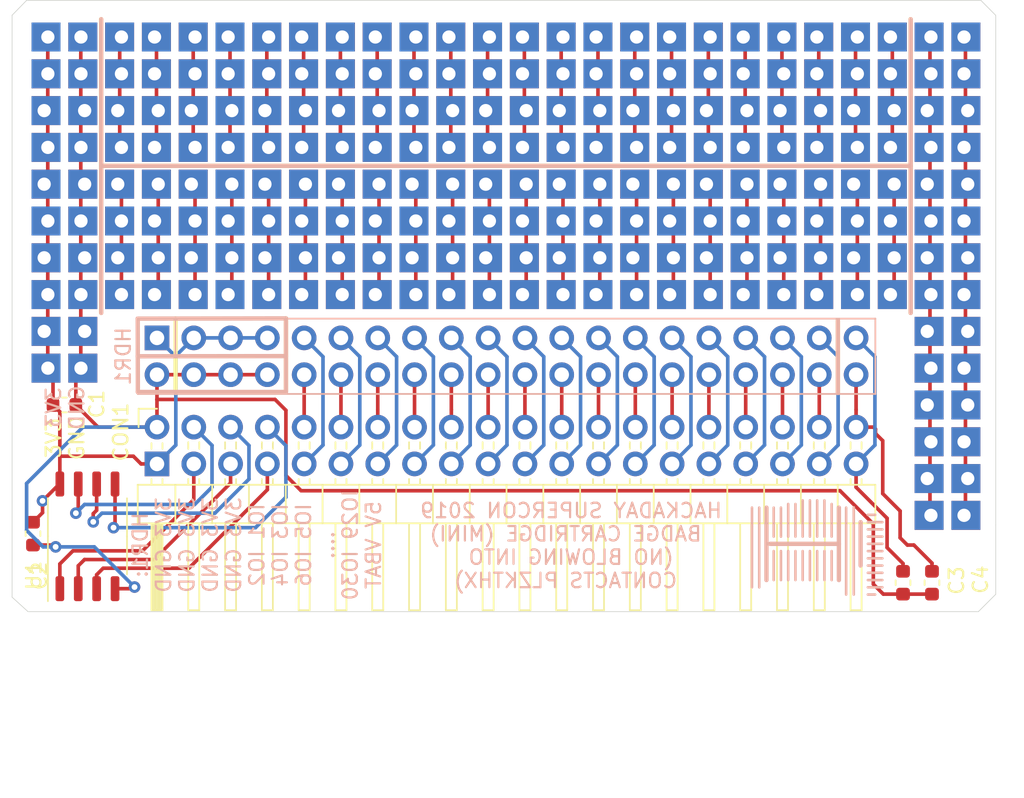
<source format=kicad_pcb>
(kicad_pcb (version 20171130) (host pcbnew "(5.1.4-0)")

  (general
    (thickness 1.6)
    (drawings 68)
    (tracks 221)
    (zones 0)
    (modules 231)
    (nets 39)
  )

  (page A4)
  (layers
    (0 F.Cu signal)
    (31 B.Cu signal)
    (32 B.Adhes user hide)
    (33 F.Adhes user hide)
    (34 B.Paste user hide)
    (35 F.Paste user hide)
    (36 B.SilkS user)
    (37 F.SilkS user)
    (38 B.Mask user hide)
    (39 F.Mask user hide)
    (40 Dwgs.User user hide)
    (41 Cmts.User user hide)
    (42 Eco1.User user hide)
    (43 Eco2.User user hide)
    (44 Edge.Cuts user)
    (45 Margin user hide)
    (46 B.CrtYd user)
    (47 F.CrtYd user hide)
    (48 B.Fab user)
    (49 F.Fab user)
  )

  (setup
    (last_trace_width 0.25)
    (trace_clearance 0.2)
    (zone_clearance 0.508)
    (zone_45_only no)
    (trace_min 0.2)
    (via_size 0.8)
    (via_drill 0.4)
    (via_min_size 0.4)
    (via_min_drill 0.3)
    (uvia_size 0.3)
    (uvia_drill 0.1)
    (uvias_allowed no)
    (uvia_min_size 0.2)
    (uvia_min_drill 0.1)
    (edge_width 0.05)
    (segment_width 0.2)
    (pcb_text_width 0.3)
    (pcb_text_size 1.5 1.5)
    (mod_edge_width 0.3)
    (mod_text_size 1 1)
    (mod_text_width 0.15)
    (pad_size 1.524 1.524)
    (pad_drill 0.762)
    (pad_to_mask_clearance 0.051)
    (solder_mask_min_width 0.25)
    (aux_axis_origin 102 84)
    (visible_elements FFFFFF7F)
    (pcbplotparams
      (layerselection 0x010fc_ffffffff)
      (usegerberextensions true)
      (usegerberattributes false)
      (usegerberadvancedattributes false)
      (creategerberjobfile false)
      (excludeedgelayer true)
      (linewidth 0.100000)
      (plotframeref false)
      (viasonmask false)
      (mode 1)
      (useauxorigin false)
      (hpglpennumber 1)
      (hpglpenspeed 20)
      (hpglpendiameter 15.000000)
      (psnegative false)
      (psa4output false)
      (plotreference true)
      (plotvalue true)
      (plotinvisibletext false)
      (padsonsilk false)
      (subtractmaskfromsilk false)
      (outputformat 1)
      (mirror false)
      (drillshape 0)
      (scaleselection 1)
      (outputdirectory "prod/"))
  )

  (net 0 "")
  (net 1 VBAT)
  (net 2 5V)
  (net 3 CS)
  (net 4 HOLD)
  (net 5 MISO)
  (net 6 SCK)
  (net 7 WP)
  (net 8 MOSI)
  (net 9 GENIO1)
  (net 10 GENIO2)
  (net 11 GENIO3)
  (net 12 GENIO4)
  (net 13 GENIO5)
  (net 14 GENIO6)
  (net 15 GENIO7)
  (net 16 GENIO8)
  (net 17 GENIO9)
  (net 18 GENIO10)
  (net 19 GENIO11)
  (net 20 GENIO12)
  (net 21 GENIO13)
  (net 22 GENIO14)
  (net 23 GENIO15)
  (net 24 GENIO16)
  (net 25 GENIO17)
  (net 26 GENIO18)
  (net 27 GENIO19)
  (net 28 GENIO20)
  (net 29 GENIO21)
  (net 30 GENIO22)
  (net 31 GENIO23)
  (net 32 GENIO24)
  (net 33 GENIO25)
  (net 34 GENIO26)
  (net 35 GENIO27)
  (net 36 GENIO28)
  (net 37 GENIO29)
  (net 38 GENIO30)

  (net_class Default "This is the default net class."
    (clearance 0.2)
    (trace_width 0.25)
    (via_dia 0.8)
    (via_drill 0.4)
    (uvia_dia 0.3)
    (uvia_drill 0.1)
    (add_net 5V)
    (add_net CS)
    (add_net GENIO1)
    (add_net GENIO10)
    (add_net GENIO11)
    (add_net GENIO12)
    (add_net GENIO13)
    (add_net GENIO14)
    (add_net GENIO15)
    (add_net GENIO16)
    (add_net GENIO17)
    (add_net GENIO18)
    (add_net GENIO19)
    (add_net GENIO2)
    (add_net GENIO20)
    (add_net GENIO21)
    (add_net GENIO22)
    (add_net GENIO23)
    (add_net GENIO24)
    (add_net GENIO25)
    (add_net GENIO26)
    (add_net GENIO27)
    (add_net GENIO28)
    (add_net GENIO29)
    (add_net GENIO3)
    (add_net GENIO30)
    (add_net GENIO4)
    (add_net GENIO5)
    (add_net GENIO6)
    (add_net GENIO7)
    (add_net GENIO8)
    (add_net GENIO9)
    (add_net HOLD)
    (add_net MISO)
    (add_net MOSI)
    (add_net SCK)
    (add_net VBAT)
    (add_net WP)
  )

  (module "" (layer F.Cu) (tedit 0) (tstamp 5DC5EA64)
    (at 111.96 44.33)
    (fp_text reference "" (at 0 0) (layer F.SilkS)
      (effects (font (size 1.27 1.27) (thickness 0.15)))
    )
    (fp_text value "" (at 0 0) (layer F.SilkS)
      (effects (font (size 1.27 1.27) (thickness 0.15)))
    )
    (pad 1 thru_hole rect (at -0.127 0) (size 2 2) (drill 0.9144 (offset 0.127 0)) (layers *.Cu *.Mask))
  )

  (module "" (layer F.Cu) (tedit 0) (tstamp 5DC5EA60)
    (at 114.5 44.33 180)
    (fp_text reference "" (at 0 0) (layer F.SilkS)
      (effects (font (size 1.27 1.27) (thickness 0.15)))
    )
    (fp_text value "" (at 0 0) (layer F.SilkS)
      (effects (font (size 1.27 1.27) (thickness 0.15)))
    )
    (pad 1 thru_hole rect (at -0.127 0 180) (size 2 2) (drill 0.9144 (offset 0.127 0)) (layers *.Cu *.Mask))
  )

  (module "" (layer F.Cu) (tedit 0) (tstamp 5DC5EA5C)
    (at 117.04 44.33)
    (fp_text reference "" (at 0 0) (layer F.SilkS)
      (effects (font (size 1.27 1.27) (thickness 0.15)))
    )
    (fp_text value "" (at 0 0) (layer F.SilkS)
      (effects (font (size 1.27 1.27) (thickness 0.15)))
    )
    (pad 1 thru_hole rect (at -0.127 0) (size 2 2) (drill 0.9144 (offset 0.127 0)) (layers *.Cu *.Mask))
  )

  (module "" (layer F.Cu) (tedit 0) (tstamp 5DC5EA58)
    (at 119.58 44.33 180)
    (fp_text reference "" (at 0 0) (layer F.SilkS)
      (effects (font (size 1.27 1.27) (thickness 0.15)))
    )
    (fp_text value "" (at 0 0) (layer F.SilkS)
      (effects (font (size 1.27 1.27) (thickness 0.15)))
    )
    (pad 1 thru_hole rect (at -0.127 0 180) (size 2 2) (drill 0.9144 (offset 0.127 0)) (layers *.Cu *.Mask))
  )

  (module "" (layer F.Cu) (tedit 0) (tstamp 5DC5EA54)
    (at 122.12 44.33)
    (fp_text reference "" (at 0 0) (layer F.SilkS)
      (effects (font (size 1.27 1.27) (thickness 0.15)))
    )
    (fp_text value "" (at 0 0) (layer F.SilkS)
      (effects (font (size 1.27 1.27) (thickness 0.15)))
    )
    (pad 1 thru_hole rect (at -0.127 0) (size 2 2) (drill 0.9144 (offset 0.127 0)) (layers *.Cu *.Mask))
  )

  (module "" (layer F.Cu) (tedit 0) (tstamp 5DC5EA50)
    (at 124.66 44.33 180)
    (fp_text reference "" (at 0 0) (layer F.SilkS)
      (effects (font (size 1.27 1.27) (thickness 0.15)))
    )
    (fp_text value "" (at 0 0) (layer F.SilkS)
      (effects (font (size 1.27 1.27) (thickness 0.15)))
    )
    (pad 1 thru_hole rect (at -0.127 0 180) (size 2 2) (drill 0.9144 (offset 0.127 0)) (layers *.Cu *.Mask))
  )

  (module "" (layer F.Cu) (tedit 0) (tstamp 5DC5EA4C)
    (at 127.2 44.33)
    (fp_text reference "" (at 0 0) (layer F.SilkS)
      (effects (font (size 1.27 1.27) (thickness 0.15)))
    )
    (fp_text value "" (at 0 0) (layer F.SilkS)
      (effects (font (size 1.27 1.27) (thickness 0.15)))
    )
    (pad 1 thru_hole rect (at -0.127 0) (size 2 2) (drill 0.9144 (offset 0.127 0)) (layers *.Cu *.Mask))
  )

  (module "" (layer F.Cu) (tedit 0) (tstamp 5DC5EA48)
    (at 129.74 44.33 180)
    (fp_text reference "" (at 0 0) (layer F.SilkS)
      (effects (font (size 1.27 1.27) (thickness 0.15)))
    )
    (fp_text value "" (at 0 0) (layer F.SilkS)
      (effects (font (size 1.27 1.27) (thickness 0.15)))
    )
    (pad 1 thru_hole rect (at -0.127 0 180) (size 2 2) (drill 0.9144 (offset 0.127 0)) (layers *.Cu *.Mask))
  )

  (module "" (layer F.Cu) (tedit 0) (tstamp 5DC5EA44)
    (at 132.28 44.33)
    (fp_text reference "" (at 0 0) (layer F.SilkS)
      (effects (font (size 1.27 1.27) (thickness 0.15)))
    )
    (fp_text value "" (at 0 0) (layer F.SilkS)
      (effects (font (size 1.27 1.27) (thickness 0.15)))
    )
    (pad 1 thru_hole rect (at -0.127 0) (size 2 2) (drill 0.9144 (offset 0.127 0)) (layers *.Cu *.Mask))
  )

  (module "" (layer F.Cu) (tedit 0) (tstamp 5DC5EA40)
    (at 134.82 44.33 180)
    (fp_text reference "" (at 0 0) (layer F.SilkS)
      (effects (font (size 1.27 1.27) (thickness 0.15)))
    )
    (fp_text value "" (at 0 0) (layer F.SilkS)
      (effects (font (size 1.27 1.27) (thickness 0.15)))
    )
    (pad 1 thru_hole rect (at -0.127 0 180) (size 2 2) (drill 0.9144 (offset 0.127 0)) (layers *.Cu *.Mask))
  )

  (module "" (layer F.Cu) (tedit 0) (tstamp 5DC5EA3C)
    (at 137.36 44.33)
    (fp_text reference "" (at 0 0) (layer F.SilkS)
      (effects (font (size 1.27 1.27) (thickness 0.15)))
    )
    (fp_text value "" (at 0 0) (layer F.SilkS)
      (effects (font (size 1.27 1.27) (thickness 0.15)))
    )
    (pad 1 thru_hole rect (at -0.127 0) (size 2 2) (drill 0.9144 (offset 0.127 0)) (layers *.Cu *.Mask))
  )

  (module "" (layer F.Cu) (tedit 0) (tstamp 5DC5EA38)
    (at 139.9 44.33 180)
    (fp_text reference "" (at 0 0) (layer F.SilkS)
      (effects (font (size 1.27 1.27) (thickness 0.15)))
    )
    (fp_text value "" (at 0 0) (layer F.SilkS)
      (effects (font (size 1.27 1.27) (thickness 0.15)))
    )
    (pad 1 thru_hole rect (at -0.127 0 180) (size 2 2) (drill 0.9144 (offset 0.127 0)) (layers *.Cu *.Mask))
  )

  (module "" (layer F.Cu) (tedit 0) (tstamp 5DC5EA34)
    (at 142.44 44.33)
    (fp_text reference "" (at 0 0) (layer F.SilkS)
      (effects (font (size 1.27 1.27) (thickness 0.15)))
    )
    (fp_text value "" (at 0 0) (layer F.SilkS)
      (effects (font (size 1.27 1.27) (thickness 0.15)))
    )
    (pad 1 thru_hole rect (at -0.127 0) (size 2 2) (drill 0.9144 (offset 0.127 0)) (layers *.Cu *.Mask))
  )

  (module "" (layer F.Cu) (tedit 0) (tstamp 5DC5EA30)
    (at 144.98 44.33 180)
    (fp_text reference "" (at 0 0) (layer F.SilkS)
      (effects (font (size 1.27 1.27) (thickness 0.15)))
    )
    (fp_text value "" (at 0 0) (layer F.SilkS)
      (effects (font (size 1.27 1.27) (thickness 0.15)))
    )
    (pad 1 thru_hole rect (at -0.127 0 180) (size 2 2) (drill 0.9144 (offset 0.127 0)) (layers *.Cu *.Mask))
  )

  (module "" (layer F.Cu) (tedit 0) (tstamp 5DC5EA2C)
    (at 147.52 44.33)
    (fp_text reference "" (at 0 0) (layer F.SilkS)
      (effects (font (size 1.27 1.27) (thickness 0.15)))
    )
    (fp_text value "" (at 0 0) (layer F.SilkS)
      (effects (font (size 1.27 1.27) (thickness 0.15)))
    )
    (pad 1 thru_hole rect (at -0.127 0) (size 2 2) (drill 0.9144 (offset 0.127 0)) (layers *.Cu *.Mask))
  )

  (module "" (layer F.Cu) (tedit 0) (tstamp 5DC5EA28)
    (at 150.06 44.33 180)
    (fp_text reference "" (at 0 0) (layer F.SilkS)
      (effects (font (size 1.27 1.27) (thickness 0.15)))
    )
    (fp_text value "" (at 0 0) (layer F.SilkS)
      (effects (font (size 1.27 1.27) (thickness 0.15)))
    )
    (pad 1 thru_hole rect (at -0.127 0 180) (size 2 2) (drill 0.9144 (offset 0.127 0)) (layers *.Cu *.Mask))
  )

  (module "" (layer F.Cu) (tedit 0) (tstamp 5DC5EA24)
    (at 152.6 44.33)
    (fp_text reference "" (at 0 0) (layer F.SilkS)
      (effects (font (size 1.27 1.27) (thickness 0.15)))
    )
    (fp_text value "" (at 0 0) (layer F.SilkS)
      (effects (font (size 1.27 1.27) (thickness 0.15)))
    )
    (pad 1 thru_hole rect (at -0.127 0) (size 2 2) (drill 0.9144 (offset 0.127 0)) (layers *.Cu *.Mask))
  )

  (module "" (layer F.Cu) (tedit 0) (tstamp 5DC5EA20)
    (at 155.14 44.33 180)
    (fp_text reference "" (at 0 0) (layer F.SilkS)
      (effects (font (size 1.27 1.27) (thickness 0.15)))
    )
    (fp_text value "" (at 0 0) (layer F.SilkS)
      (effects (font (size 1.27 1.27) (thickness 0.15)))
    )
    (pad 1 thru_hole rect (at -0.127 0 180) (size 2 2) (drill 0.9144 (offset 0.127 0)) (layers *.Cu *.Mask))
  )

  (module "" (layer F.Cu) (tedit 0) (tstamp 5DC5EA1C)
    (at 157.68 44.33)
    (fp_text reference "" (at 0 0) (layer F.SilkS)
      (effects (font (size 1.27 1.27) (thickness 0.15)))
    )
    (fp_text value "" (at 0 0) (layer F.SilkS)
      (effects (font (size 1.27 1.27) (thickness 0.15)))
    )
    (pad 1 thru_hole rect (at -0.127 0) (size 2 2) (drill 0.9144 (offset 0.127 0)) (layers *.Cu *.Mask))
  )

  (module "" (layer F.Cu) (tedit 0) (tstamp 5DC5EA18)
    (at 160.22 44.33 180)
    (fp_text reference "" (at 0 0) (layer F.SilkS)
      (effects (font (size 1.27 1.27) (thickness 0.15)))
    )
    (fp_text value "" (at 0 0) (layer F.SilkS)
      (effects (font (size 1.27 1.27) (thickness 0.15)))
    )
    (pad 1 thru_hole rect (at -0.127 0 180) (size 2 2) (drill 0.9144 (offset 0.127 0)) (layers *.Cu *.Mask))
  )

  (module "" (layer F.Cu) (tedit 0) (tstamp 5DC5EA14)
    (at 162.76 44.33)
    (fp_text reference "" (at 0 0) (layer F.SilkS)
      (effects (font (size 1.27 1.27) (thickness 0.15)))
    )
    (fp_text value "" (at 0 0) (layer F.SilkS)
      (effects (font (size 1.27 1.27) (thickness 0.15)))
    )
    (pad 1 thru_hole rect (at -0.127 0) (size 2 2) (drill 0.9144 (offset 0.127 0)) (layers *.Cu *.Mask))
  )

  (module "" (layer F.Cu) (tedit 0) (tstamp 5DC5EA10)
    (at 165.3 44.33 180)
    (fp_text reference "" (at 0 0) (layer F.SilkS)
      (effects (font (size 1.27 1.27) (thickness 0.15)))
    )
    (fp_text value "" (at 0 0) (layer F.SilkS)
      (effects (font (size 1.27 1.27) (thickness 0.15)))
    )
    (pad 1 thru_hole rect (at -0.127 0 180) (size 2 2) (drill 0.9144 (offset 0.127 0)) (layers *.Cu *.Mask))
  )

  (module "" (layer F.Cu) (tedit 0) (tstamp 5DC5EA0C)
    (at 167.84 44.33)
    (fp_text reference "" (at 0 0) (layer F.SilkS)
      (effects (font (size 1.27 1.27) (thickness 0.15)))
    )
    (fp_text value "" (at 0 0) (layer F.SilkS)
      (effects (font (size 1.27 1.27) (thickness 0.15)))
    )
    (pad 1 thru_hole rect (at -0.127 0) (size 2 2) (drill 0.9144 (offset 0.127 0)) (layers *.Cu *.Mask))
  )

  (module "" (layer F.Cu) (tedit 0) (tstamp 5DC5EA08)
    (at 106.88 44.33)
    (fp_text reference "" (at 0 0) (layer F.SilkS)
      (effects (font (size 1.27 1.27) (thickness 0.15)))
    )
    (fp_text value "" (at 0 0) (layer F.SilkS)
      (effects (font (size 1.27 1.27) (thickness 0.15)))
    )
    (pad 1 thru_hole rect (at -0.127 0) (size 2 2) (drill 0.9144 (offset 0.127 0)) (layers *.Cu *.Mask))
  )

  (module "" (layer F.Cu) (tedit 0) (tstamp 5DC5EA04)
    (at 109.42 44.33 180)
    (fp_text reference "" (at 0 0) (layer F.SilkS)
      (effects (font (size 1.27 1.27) (thickness 0.15)))
    )
    (fp_text value "" (at 0 0) (layer F.SilkS)
      (effects (font (size 1.27 1.27) (thickness 0.15)))
    )
    (pad 1 thru_hole rect (at -0.127 0 180) (size 2 2) (drill 0.9144 (offset 0.127 0)) (layers *.Cu *.Mask))
  )

  (module "" (layer F.Cu) (tedit 0) (tstamp 5DC5EA00)
    (at 104.34 44.33 180)
    (fp_text reference "" (at 0 0) (layer F.SilkS)
      (effects (font (size 1.27 1.27) (thickness 0.15)))
    )
    (fp_text value "" (at 0 0) (layer F.SilkS)
      (effects (font (size 1.27 1.27) (thickness 0.15)))
    )
    (pad 1 thru_hole rect (at -0.127 0 180) (size 2 2) (drill 0.9144 (offset 0.127 0)) (layers *.Cu *.Mask))
  )

  (module inv_hdr:PinHeader_2x20_P2.54mm_Horizontal_Mirrored (layer F.Cu) (tedit 5D72096D) (tstamp 5D7186FA)
    (at 112 73.8 90)
    (descr "Through hole angled pin header, 2x20, 2.54mm pitch, 6mm pin length, double rows")
    (tags "Through hole angled pin header THT 2x20 2.54mm double row")
    (path /5D74D124)
    (fp_text reference CON1 (at 2.2 -2.5 90) (layer F.SilkS)
      (effects (font (size 1 1) (thickness 0.15)))
    )
    (fp_text value Conn_02x20_Odd_Even (at -3.115 50.53 -90) (layer F.Fab)
      (effects (font (size 1 1) (thickness 0.15)))
    )
    (fp_line (start -2.135 -1.27) (end -4.04 -1.27) (layer F.Fab) (width 0.1))
    (fp_line (start -4.04 -1.27) (end -4.04 49.53) (layer F.Fab) (width 0.1))
    (fp_line (start -4.04 49.53) (end -1.5 49.53) (layer F.Fab) (width 0.1))
    (fp_line (start -1.5 49.53) (end -1.5 -0.635) (layer F.Fab) (width 0.1))
    (fp_line (start -1.5 -0.635) (end -2.135 -1.27) (layer F.Fab) (width 0.1))
    (fp_line (start 2.86 -0.32) (end -1.5 -0.32) (layer F.Fab) (width 0.1))
    (fp_line (start 2.86 -0.32) (end 2.86 0.32) (layer F.Fab) (width 0.1))
    (fp_line (start 2.86 0.32) (end -1.5 0.32) (layer F.Fab) (width 0.1))
    (fp_line (start -4.04 -0.32) (end -10.04 -0.32) (layer F.Fab) (width 0.1))
    (fp_line (start -10.04 -0.32) (end -10.04 0.32) (layer F.Fab) (width 0.1))
    (fp_line (start -4.04 0.32) (end -10.04 0.32) (layer F.Fab) (width 0.1))
    (fp_line (start 2.86 2.22) (end -1.5 2.22) (layer F.Fab) (width 0.1))
    (fp_line (start 2.86 2.22) (end 2.86 2.86) (layer F.Fab) (width 0.1))
    (fp_line (start 2.86 2.86) (end -1.5 2.86) (layer F.Fab) (width 0.1))
    (fp_line (start -4.04 2.22) (end -10.04 2.22) (layer F.Fab) (width 0.1))
    (fp_line (start -10.04 2.22) (end -10.04 2.86) (layer F.Fab) (width 0.1))
    (fp_line (start -4.04 2.86) (end -10.04 2.86) (layer F.Fab) (width 0.1))
    (fp_line (start 2.86 4.76) (end -1.5 4.76) (layer F.Fab) (width 0.1))
    (fp_line (start 2.86 4.76) (end 2.86 5.4) (layer F.Fab) (width 0.1))
    (fp_line (start 2.86 5.4) (end -1.5 5.4) (layer F.Fab) (width 0.1))
    (fp_line (start -4.04 4.76) (end -10.04 4.76) (layer F.Fab) (width 0.1))
    (fp_line (start -10.04 4.76) (end -10.04 5.4) (layer F.Fab) (width 0.1))
    (fp_line (start -4.04 5.4) (end -10.04 5.4) (layer F.Fab) (width 0.1))
    (fp_line (start 2.86 7.3) (end -1.5 7.3) (layer F.Fab) (width 0.1))
    (fp_line (start 2.86 7.3) (end 2.86 7.94) (layer F.Fab) (width 0.1))
    (fp_line (start 2.86 7.94) (end -1.5 7.94) (layer F.Fab) (width 0.1))
    (fp_line (start -4.04 7.3) (end -10.04 7.3) (layer F.Fab) (width 0.1))
    (fp_line (start -10.04 7.3) (end -10.04 7.94) (layer F.Fab) (width 0.1))
    (fp_line (start -4.04 7.94) (end -10.04 7.94) (layer F.Fab) (width 0.1))
    (fp_line (start 2.86 9.84) (end -1.5 9.84) (layer F.Fab) (width 0.1))
    (fp_line (start 2.86 9.84) (end 2.86 10.48) (layer F.Fab) (width 0.1))
    (fp_line (start 2.86 10.48) (end -1.5 10.48) (layer F.Fab) (width 0.1))
    (fp_line (start -4.04 9.84) (end -10.04 9.84) (layer F.Fab) (width 0.1))
    (fp_line (start -10.04 9.84) (end -10.04 10.48) (layer F.Fab) (width 0.1))
    (fp_line (start -4.04 10.48) (end -10.04 10.48) (layer F.Fab) (width 0.1))
    (fp_line (start 2.86 12.38) (end -1.5 12.38) (layer F.Fab) (width 0.1))
    (fp_line (start 2.86 12.38) (end 2.86 13.02) (layer F.Fab) (width 0.1))
    (fp_line (start 2.86 13.02) (end -1.5 13.02) (layer F.Fab) (width 0.1))
    (fp_line (start -4.04 12.38) (end -10.04 12.38) (layer F.Fab) (width 0.1))
    (fp_line (start -10.04 12.38) (end -10.04 13.02) (layer F.Fab) (width 0.1))
    (fp_line (start -4.04 13.02) (end -10.04 13.02) (layer F.Fab) (width 0.1))
    (fp_line (start 2.86 14.92) (end -1.5 14.92) (layer F.Fab) (width 0.1))
    (fp_line (start 2.86 14.92) (end 2.86 15.56) (layer F.Fab) (width 0.1))
    (fp_line (start 2.86 15.56) (end -1.5 15.56) (layer F.Fab) (width 0.1))
    (fp_line (start -4.04 14.92) (end -10.04 14.92) (layer F.Fab) (width 0.1))
    (fp_line (start -10.04 14.92) (end -10.04 15.56) (layer F.Fab) (width 0.1))
    (fp_line (start -4.04 15.56) (end -10.04 15.56) (layer F.Fab) (width 0.1))
    (fp_line (start 2.86 17.46) (end -1.5 17.46) (layer F.Fab) (width 0.1))
    (fp_line (start 2.86 17.46) (end 2.86 18.1) (layer F.Fab) (width 0.1))
    (fp_line (start 2.86 18.1) (end -1.5 18.1) (layer F.Fab) (width 0.1))
    (fp_line (start -4.04 17.46) (end -10.04 17.46) (layer F.Fab) (width 0.1))
    (fp_line (start -10.04 17.46) (end -10.04 18.1) (layer F.Fab) (width 0.1))
    (fp_line (start -4.04 18.1) (end -10.04 18.1) (layer F.Fab) (width 0.1))
    (fp_line (start 2.86 20) (end -1.5 20) (layer F.Fab) (width 0.1))
    (fp_line (start 2.86 20) (end 2.86 20.64) (layer F.Fab) (width 0.1))
    (fp_line (start 2.86 20.64) (end -1.5 20.64) (layer F.Fab) (width 0.1))
    (fp_line (start -4.04 20) (end -10.04 20) (layer F.Fab) (width 0.1))
    (fp_line (start -10.04 20) (end -10.04 20.64) (layer F.Fab) (width 0.1))
    (fp_line (start -4.04 20.64) (end -10.04 20.64) (layer F.Fab) (width 0.1))
    (fp_line (start 2.86 22.54) (end -1.5 22.54) (layer F.Fab) (width 0.1))
    (fp_line (start 2.86 22.54) (end 2.86 23.18) (layer F.Fab) (width 0.1))
    (fp_line (start 2.86 23.18) (end -1.5 23.18) (layer F.Fab) (width 0.1))
    (fp_line (start -4.04 22.54) (end -10.04 22.54) (layer F.Fab) (width 0.1))
    (fp_line (start -10.04 22.54) (end -10.04 23.18) (layer F.Fab) (width 0.1))
    (fp_line (start -4.04 23.18) (end -10.04 23.18) (layer F.Fab) (width 0.1))
    (fp_line (start 2.86 25.08) (end -1.5 25.08) (layer F.Fab) (width 0.1))
    (fp_line (start 2.86 25.08) (end 2.86 25.72) (layer F.Fab) (width 0.1))
    (fp_line (start 2.86 25.72) (end -1.5 25.72) (layer F.Fab) (width 0.1))
    (fp_line (start -4.04 25.08) (end -10.04 25.08) (layer F.Fab) (width 0.1))
    (fp_line (start -10.04 25.08) (end -10.04 25.72) (layer F.Fab) (width 0.1))
    (fp_line (start -4.04 25.72) (end -10.04 25.72) (layer F.Fab) (width 0.1))
    (fp_line (start 2.86 27.62) (end -1.5 27.62) (layer F.Fab) (width 0.1))
    (fp_line (start 2.86 27.62) (end 2.86 28.26) (layer F.Fab) (width 0.1))
    (fp_line (start 2.86 28.26) (end -1.5 28.26) (layer F.Fab) (width 0.1))
    (fp_line (start -4.04 27.62) (end -10.04 27.62) (layer F.Fab) (width 0.1))
    (fp_line (start -10.04 27.62) (end -10.04 28.26) (layer F.Fab) (width 0.1))
    (fp_line (start -4.04 28.26) (end -10.04 28.26) (layer F.Fab) (width 0.1))
    (fp_line (start 2.86 30.16) (end -1.5 30.16) (layer F.Fab) (width 0.1))
    (fp_line (start 2.86 30.16) (end 2.86 30.8) (layer F.Fab) (width 0.1))
    (fp_line (start 2.86 30.8) (end -1.5 30.8) (layer F.Fab) (width 0.1))
    (fp_line (start -4.04 30.16) (end -10.04 30.16) (layer F.Fab) (width 0.1))
    (fp_line (start -10.04 30.16) (end -10.04 30.8) (layer F.Fab) (width 0.1))
    (fp_line (start -4.04 30.8) (end -10.04 30.8) (layer F.Fab) (width 0.1))
    (fp_line (start 2.86 32.7) (end -1.5 32.7) (layer F.Fab) (width 0.1))
    (fp_line (start 2.86 32.7) (end 2.86 33.34) (layer F.Fab) (width 0.1))
    (fp_line (start 2.86 33.34) (end -1.5 33.34) (layer F.Fab) (width 0.1))
    (fp_line (start -4.04 32.7) (end -10.04 32.7) (layer F.Fab) (width 0.1))
    (fp_line (start -10.04 32.7) (end -10.04 33.34) (layer F.Fab) (width 0.1))
    (fp_line (start -4.04 33.34) (end -10.04 33.34) (layer F.Fab) (width 0.1))
    (fp_line (start 2.86 35.24) (end -1.5 35.24) (layer F.Fab) (width 0.1))
    (fp_line (start 2.86 35.24) (end 2.86 35.88) (layer F.Fab) (width 0.1))
    (fp_line (start 2.86 35.88) (end -1.5 35.88) (layer F.Fab) (width 0.1))
    (fp_line (start -4.04 35.24) (end -10.04 35.24) (layer F.Fab) (width 0.1))
    (fp_line (start -10.04 35.24) (end -10.04 35.88) (layer F.Fab) (width 0.1))
    (fp_line (start -4.04 35.88) (end -10.04 35.88) (layer F.Fab) (width 0.1))
    (fp_line (start 2.86 37.78) (end -1.5 37.78) (layer F.Fab) (width 0.1))
    (fp_line (start 2.86 37.78) (end 2.86 38.42) (layer F.Fab) (width 0.1))
    (fp_line (start 2.86 38.42) (end -1.5 38.42) (layer F.Fab) (width 0.1))
    (fp_line (start -4.04 37.78) (end -10.04 37.78) (layer F.Fab) (width 0.1))
    (fp_line (start -10.04 37.78) (end -10.04 38.42) (layer F.Fab) (width 0.1))
    (fp_line (start -4.04 38.42) (end -10.04 38.42) (layer F.Fab) (width 0.1))
    (fp_line (start 2.86 40.32) (end -1.5 40.32) (layer F.Fab) (width 0.1))
    (fp_line (start 2.86 40.32) (end 2.86 40.96) (layer F.Fab) (width 0.1))
    (fp_line (start 2.86 40.96) (end -1.5 40.96) (layer F.Fab) (width 0.1))
    (fp_line (start -4.04 40.32) (end -10.04 40.32) (layer F.Fab) (width 0.1))
    (fp_line (start -10.04 40.32) (end -10.04 40.96) (layer F.Fab) (width 0.1))
    (fp_line (start -4.04 40.96) (end -10.04 40.96) (layer F.Fab) (width 0.1))
    (fp_line (start 2.86 42.86) (end -1.5 42.86) (layer F.Fab) (width 0.1))
    (fp_line (start 2.86 42.86) (end 2.86 43.5) (layer F.Fab) (width 0.1))
    (fp_line (start 2.86 43.5) (end -1.5 43.5) (layer F.Fab) (width 0.1))
    (fp_line (start -4.04 42.86) (end -10.04 42.86) (layer F.Fab) (width 0.1))
    (fp_line (start -10.04 42.86) (end -10.04 43.5) (layer F.Fab) (width 0.1))
    (fp_line (start -4.04 43.5) (end -10.04 43.5) (layer F.Fab) (width 0.1))
    (fp_line (start 2.86 45.4) (end -1.5 45.4) (layer F.Fab) (width 0.1))
    (fp_line (start 2.86 45.4) (end 2.86 46.04) (layer F.Fab) (width 0.1))
    (fp_line (start 2.86 46.04) (end -1.5 46.04) (layer F.Fab) (width 0.1))
    (fp_line (start -4.04 45.4) (end -10.04 45.4) (layer F.Fab) (width 0.1))
    (fp_line (start -10.04 45.4) (end -10.04 46.04) (layer F.Fab) (width 0.1))
    (fp_line (start -4.04 46.04) (end -10.04 46.04) (layer F.Fab) (width 0.1))
    (fp_line (start 2.86 47.94) (end -1.5 47.94) (layer F.Fab) (width 0.1))
    (fp_line (start 2.86 47.94) (end 2.86 48.58) (layer F.Fab) (width 0.1))
    (fp_line (start 2.86 48.58) (end -1.5 48.58) (layer F.Fab) (width 0.1))
    (fp_line (start -4.04 47.94) (end -10.04 47.94) (layer F.Fab) (width 0.1))
    (fp_line (start -10.04 47.94) (end -10.04 48.58) (layer F.Fab) (width 0.1))
    (fp_line (start -4.04 48.58) (end -10.04 48.58) (layer F.Fab) (width 0.1))
    (fp_line (start -1.44 -1.33) (end -1.44 49.59) (layer F.SilkS) (width 0.12))
    (fp_line (start -1.44 49.59) (end -4.1 49.59) (layer F.SilkS) (width 0.12))
    (fp_line (start -4.1 49.59) (end -4.1 -1.33) (layer F.SilkS) (width 0.12))
    (fp_line (start -4.1 -1.33) (end -1.44 -1.33) (layer F.SilkS) (width 0.12))
    (fp_line (start -4.1 -0.38) (end -10.1 -0.38) (layer F.SilkS) (width 0.12))
    (fp_line (start -10.1 -0.38) (end -10.1 0.38) (layer F.SilkS) (width 0.12))
    (fp_line (start -10.1 0.38) (end -4.1 0.38) (layer F.SilkS) (width 0.12))
    (fp_line (start -4.1 -0.32) (end -10.1 -0.32) (layer F.SilkS) (width 0.12))
    (fp_line (start -4.1 -0.2) (end -10.1 -0.2) (layer F.SilkS) (width 0.12))
    (fp_line (start -4.1 -0.08) (end -10.1 -0.08) (layer F.SilkS) (width 0.12))
    (fp_line (start -4.1 0.04) (end -10.1 0.04) (layer F.SilkS) (width 0.12))
    (fp_line (start -4.1 0.16) (end -10.1 0.16) (layer F.SilkS) (width 0.12))
    (fp_line (start -4.1 0.28) (end -10.1 0.28) (layer F.SilkS) (width 0.12))
    (fp_line (start -1.042929 -0.38) (end -1.44 -0.38) (layer F.SilkS) (width 0.12))
    (fp_line (start -1.042929 0.38) (end -1.44 0.38) (layer F.SilkS) (width 0.12))
    (fp_line (start 1.43 -0.38) (end 1.042929 -0.38) (layer F.SilkS) (width 0.12))
    (fp_line (start 1.43 0.38) (end 1.042929 0.38) (layer F.SilkS) (width 0.12))
    (fp_line (start -1.44 1.27) (end -4.1 1.27) (layer F.SilkS) (width 0.12))
    (fp_line (start -4.1 2.16) (end -10.1 2.16) (layer F.SilkS) (width 0.12))
    (fp_line (start -10.1 2.16) (end -10.1 2.92) (layer F.SilkS) (width 0.12))
    (fp_line (start -10.1 2.92) (end -4.1 2.92) (layer F.SilkS) (width 0.12))
    (fp_line (start -1.042929 2.16) (end -1.44 2.16) (layer F.SilkS) (width 0.12))
    (fp_line (start -1.042929 2.92) (end -1.44 2.92) (layer F.SilkS) (width 0.12))
    (fp_line (start 1.497071 2.16) (end 1.042929 2.16) (layer F.SilkS) (width 0.12))
    (fp_line (start 1.497071 2.92) (end 1.042929 2.92) (layer F.SilkS) (width 0.12))
    (fp_line (start -1.44 3.81) (end -4.1 3.81) (layer F.SilkS) (width 0.12))
    (fp_line (start -4.1 4.7) (end -10.1 4.7) (layer F.SilkS) (width 0.12))
    (fp_line (start -10.1 4.7) (end -10.1 5.46) (layer F.SilkS) (width 0.12))
    (fp_line (start -10.1 5.46) (end -4.1 5.46) (layer F.SilkS) (width 0.12))
    (fp_line (start -1.042929 4.7) (end -1.44 4.7) (layer F.SilkS) (width 0.12))
    (fp_line (start -1.042929 5.46) (end -1.44 5.46) (layer F.SilkS) (width 0.12))
    (fp_line (start 1.497071 4.7) (end 1.042929 4.7) (layer F.SilkS) (width 0.12))
    (fp_line (start 1.497071 5.46) (end 1.042929 5.46) (layer F.SilkS) (width 0.12))
    (fp_line (start -1.44 6.35) (end -4.1 6.35) (layer F.SilkS) (width 0.12))
    (fp_line (start -4.1 7.24) (end -10.1 7.24) (layer F.SilkS) (width 0.12))
    (fp_line (start -10.1 7.24) (end -10.1 8) (layer F.SilkS) (width 0.12))
    (fp_line (start -10.1 8) (end -4.1 8) (layer F.SilkS) (width 0.12))
    (fp_line (start -1.042929 7.24) (end -1.44 7.24) (layer F.SilkS) (width 0.12))
    (fp_line (start -1.042929 8) (end -1.44 8) (layer F.SilkS) (width 0.12))
    (fp_line (start 1.497071 7.24) (end 1.042929 7.24) (layer F.SilkS) (width 0.12))
    (fp_line (start 1.497071 8) (end 1.042929 8) (layer F.SilkS) (width 0.12))
    (fp_line (start -1.44 8.89) (end -4.1 8.89) (layer F.SilkS) (width 0.12))
    (fp_line (start -4.1 9.78) (end -10.1 9.78) (layer F.SilkS) (width 0.12))
    (fp_line (start -10.1 9.78) (end -10.1 10.54) (layer F.SilkS) (width 0.12))
    (fp_line (start -10.1 10.54) (end -4.1 10.54) (layer F.SilkS) (width 0.12))
    (fp_line (start -1.042929 9.78) (end -1.44 9.78) (layer F.SilkS) (width 0.12))
    (fp_line (start -1.042929 10.54) (end -1.44 10.54) (layer F.SilkS) (width 0.12))
    (fp_line (start 1.497071 9.78) (end 1.042929 9.78) (layer F.SilkS) (width 0.12))
    (fp_line (start 1.497071 10.54) (end 1.042929 10.54) (layer F.SilkS) (width 0.12))
    (fp_line (start -1.44 11.43) (end -4.1 11.43) (layer F.SilkS) (width 0.12))
    (fp_line (start -4.1 12.32) (end -10.1 12.32) (layer F.SilkS) (width 0.12))
    (fp_line (start -10.1 12.32) (end -10.1 13.08) (layer F.SilkS) (width 0.12))
    (fp_line (start -10.1 13.08) (end -4.1 13.08) (layer F.SilkS) (width 0.12))
    (fp_line (start -1.042929 12.32) (end -1.44 12.32) (layer F.SilkS) (width 0.12))
    (fp_line (start -1.042929 13.08) (end -1.44 13.08) (layer F.SilkS) (width 0.12))
    (fp_line (start 1.497071 12.32) (end 1.042929 12.32) (layer F.SilkS) (width 0.12))
    (fp_line (start 1.497071 13.08) (end 1.042929 13.08) (layer F.SilkS) (width 0.12))
    (fp_line (start -1.44 13.97) (end -4.1 13.97) (layer F.SilkS) (width 0.12))
    (fp_line (start -4.1 14.86) (end -10.1 14.86) (layer F.SilkS) (width 0.12))
    (fp_line (start -10.1 14.86) (end -10.1 15.62) (layer F.SilkS) (width 0.12))
    (fp_line (start -10.1 15.62) (end -4.1 15.62) (layer F.SilkS) (width 0.12))
    (fp_line (start -1.042929 14.86) (end -1.44 14.86) (layer F.SilkS) (width 0.12))
    (fp_line (start -1.042929 15.62) (end -1.44 15.62) (layer F.SilkS) (width 0.12))
    (fp_line (start 1.497071 14.86) (end 1.042929 14.86) (layer F.SilkS) (width 0.12))
    (fp_line (start 1.497071 15.62) (end 1.042929 15.62) (layer F.SilkS) (width 0.12))
    (fp_line (start -1.44 16.51) (end -4.1 16.51) (layer F.SilkS) (width 0.12))
    (fp_line (start -4.1 17.4) (end -10.1 17.4) (layer F.SilkS) (width 0.12))
    (fp_line (start -10.1 17.4) (end -10.1 18.16) (layer F.SilkS) (width 0.12))
    (fp_line (start -10.1 18.16) (end -4.1 18.16) (layer F.SilkS) (width 0.12))
    (fp_line (start -1.042929 17.4) (end -1.44 17.4) (layer F.SilkS) (width 0.12))
    (fp_line (start -1.042929 18.16) (end -1.44 18.16) (layer F.SilkS) (width 0.12))
    (fp_line (start 1.497071 17.4) (end 1.042929 17.4) (layer F.SilkS) (width 0.12))
    (fp_line (start 1.497071 18.16) (end 1.042929 18.16) (layer F.SilkS) (width 0.12))
    (fp_line (start -1.44 19.05) (end -4.1 19.05) (layer F.SilkS) (width 0.12))
    (fp_line (start -4.1 19.94) (end -10.1 19.94) (layer F.SilkS) (width 0.12))
    (fp_line (start -10.1 19.94) (end -10.1 20.7) (layer F.SilkS) (width 0.12))
    (fp_line (start -10.1 20.7) (end -4.1 20.7) (layer F.SilkS) (width 0.12))
    (fp_line (start -1.042929 19.94) (end -1.44 19.94) (layer F.SilkS) (width 0.12))
    (fp_line (start -1.042929 20.7) (end -1.44 20.7) (layer F.SilkS) (width 0.12))
    (fp_line (start 1.497071 19.94) (end 1.042929 19.94) (layer F.SilkS) (width 0.12))
    (fp_line (start 1.497071 20.7) (end 1.042929 20.7) (layer F.SilkS) (width 0.12))
    (fp_line (start -1.44 21.59) (end -4.1 21.59) (layer F.SilkS) (width 0.12))
    (fp_line (start -4.1 22.48) (end -10.1 22.48) (layer F.SilkS) (width 0.12))
    (fp_line (start -10.1 22.48) (end -10.1 23.24) (layer F.SilkS) (width 0.12))
    (fp_line (start -10.1 23.24) (end -4.1 23.24) (layer F.SilkS) (width 0.12))
    (fp_line (start -1.042929 22.48) (end -1.44 22.48) (layer F.SilkS) (width 0.12))
    (fp_line (start -1.042929 23.24) (end -1.44 23.24) (layer F.SilkS) (width 0.12))
    (fp_line (start 1.497071 22.48) (end 1.042929 22.48) (layer F.SilkS) (width 0.12))
    (fp_line (start 1.497071 23.24) (end 1.042929 23.24) (layer F.SilkS) (width 0.12))
    (fp_line (start -1.44 24.13) (end -4.1 24.13) (layer F.SilkS) (width 0.12))
    (fp_line (start -4.1 25.02) (end -10.1 25.02) (layer F.SilkS) (width 0.12))
    (fp_line (start -10.1 25.02) (end -10.1 25.78) (layer F.SilkS) (width 0.12))
    (fp_line (start -10.1 25.78) (end -4.1 25.78) (layer F.SilkS) (width 0.12))
    (fp_line (start -1.042929 25.02) (end -1.44 25.02) (layer F.SilkS) (width 0.12))
    (fp_line (start -1.042929 25.78) (end -1.44 25.78) (layer F.SilkS) (width 0.12))
    (fp_line (start 1.497071 25.02) (end 1.042929 25.02) (layer F.SilkS) (width 0.12))
    (fp_line (start 1.497071 25.78) (end 1.042929 25.78) (layer F.SilkS) (width 0.12))
    (fp_line (start -1.44 26.67) (end -4.1 26.67) (layer F.SilkS) (width 0.12))
    (fp_line (start -4.1 27.56) (end -10.1 27.56) (layer F.SilkS) (width 0.12))
    (fp_line (start -10.1 27.56) (end -10.1 28.32) (layer F.SilkS) (width 0.12))
    (fp_line (start -10.1 28.32) (end -4.1 28.32) (layer F.SilkS) (width 0.12))
    (fp_line (start -1.042929 27.56) (end -1.44 27.56) (layer F.SilkS) (width 0.12))
    (fp_line (start -1.042929 28.32) (end -1.44 28.32) (layer F.SilkS) (width 0.12))
    (fp_line (start 1.497071 27.56) (end 1.042929 27.56) (layer F.SilkS) (width 0.12))
    (fp_line (start 1.497071 28.32) (end 1.042929 28.32) (layer F.SilkS) (width 0.12))
    (fp_line (start -1.44 29.21) (end -4.1 29.21) (layer F.SilkS) (width 0.12))
    (fp_line (start -4.1 30.1) (end -10.1 30.1) (layer F.SilkS) (width 0.12))
    (fp_line (start -10.1 30.1) (end -10.1 30.86) (layer F.SilkS) (width 0.12))
    (fp_line (start -10.1 30.86) (end -4.1 30.86) (layer F.SilkS) (width 0.12))
    (fp_line (start -1.042929 30.1) (end -1.44 30.1) (layer F.SilkS) (width 0.12))
    (fp_line (start -1.042929 30.86) (end -1.44 30.86) (layer F.SilkS) (width 0.12))
    (fp_line (start 1.497071 30.1) (end 1.042929 30.1) (layer F.SilkS) (width 0.12))
    (fp_line (start 1.497071 30.86) (end 1.042929 30.86) (layer F.SilkS) (width 0.12))
    (fp_line (start -1.44 31.75) (end -4.1 31.75) (layer F.SilkS) (width 0.12))
    (fp_line (start -4.1 32.64) (end -10.1 32.64) (layer F.SilkS) (width 0.12))
    (fp_line (start -10.1 32.64) (end -10.1 33.4) (layer F.SilkS) (width 0.12))
    (fp_line (start -10.1 33.4) (end -4.1 33.4) (layer F.SilkS) (width 0.12))
    (fp_line (start -1.042929 32.64) (end -1.44 32.64) (layer F.SilkS) (width 0.12))
    (fp_line (start -1.042929 33.4) (end -1.44 33.4) (layer F.SilkS) (width 0.12))
    (fp_line (start 1.497071 32.64) (end 1.042929 32.64) (layer F.SilkS) (width 0.12))
    (fp_line (start 1.497071 33.4) (end 1.042929 33.4) (layer F.SilkS) (width 0.12))
    (fp_line (start -1.44 34.29) (end -4.1 34.29) (layer F.SilkS) (width 0.12))
    (fp_line (start -4.1 35.18) (end -10.1 35.18) (layer F.SilkS) (width 0.12))
    (fp_line (start -10.1 35.18) (end -10.1 35.94) (layer F.SilkS) (width 0.12))
    (fp_line (start -10.1 35.94) (end -4.1 35.94) (layer F.SilkS) (width 0.12))
    (fp_line (start -1.042929 35.18) (end -1.44 35.18) (layer F.SilkS) (width 0.12))
    (fp_line (start -1.042929 35.94) (end -1.44 35.94) (layer F.SilkS) (width 0.12))
    (fp_line (start 1.497071 35.18) (end 1.042929 35.18) (layer F.SilkS) (width 0.12))
    (fp_line (start 1.497071 35.94) (end 1.042929 35.94) (layer F.SilkS) (width 0.12))
    (fp_line (start -1.44 36.83) (end -4.1 36.83) (layer F.SilkS) (width 0.12))
    (fp_line (start -4.1 37.72) (end -10.1 37.72) (layer F.SilkS) (width 0.12))
    (fp_line (start -10.1 37.72) (end -10.1 38.48) (layer F.SilkS) (width 0.12))
    (fp_line (start -10.1 38.48) (end -4.1 38.48) (layer F.SilkS) (width 0.12))
    (fp_line (start -1.042929 37.72) (end -1.44 37.72) (layer F.SilkS) (width 0.12))
    (fp_line (start -1.042929 38.48) (end -1.44 38.48) (layer F.SilkS) (width 0.12))
    (fp_line (start 1.497071 37.72) (end 1.042929 37.72) (layer F.SilkS) (width 0.12))
    (fp_line (start 1.497071 38.48) (end 1.042929 38.48) (layer F.SilkS) (width 0.12))
    (fp_line (start -1.44 39.37) (end -4.1 39.37) (layer F.SilkS) (width 0.12))
    (fp_line (start -4.1 40.26) (end -10.1 40.26) (layer F.SilkS) (width 0.12))
    (fp_line (start -10.1 40.26) (end -10.1 41.02) (layer F.SilkS) (width 0.12))
    (fp_line (start -10.1 41.02) (end -4.1 41.02) (layer F.SilkS) (width 0.12))
    (fp_line (start -1.042929 40.26) (end -1.44 40.26) (layer F.SilkS) (width 0.12))
    (fp_line (start -1.042929 41.02) (end -1.44 41.02) (layer F.SilkS) (width 0.12))
    (fp_line (start 1.497071 40.26) (end 1.042929 40.26) (layer F.SilkS) (width 0.12))
    (fp_line (start 1.497071 41.02) (end 1.042929 41.02) (layer F.SilkS) (width 0.12))
    (fp_line (start -1.44 41.91) (end -4.1 41.91) (layer F.SilkS) (width 0.12))
    (fp_line (start -4.1 42.8) (end -10.1 42.8) (layer F.SilkS) (width 0.12))
    (fp_line (start -10.1 42.8) (end -10.1 43.56) (layer F.SilkS) (width 0.12))
    (fp_line (start -10.1 43.56) (end -4.1 43.56) (layer F.SilkS) (width 0.12))
    (fp_line (start -1.042929 42.8) (end -1.44 42.8) (layer F.SilkS) (width 0.12))
    (fp_line (start -1.042929 43.56) (end -1.44 43.56) (layer F.SilkS) (width 0.12))
    (fp_line (start 1.497071 42.8) (end 1.042929 42.8) (layer F.SilkS) (width 0.12))
    (fp_line (start 1.497071 43.56) (end 1.042929 43.56) (layer F.SilkS) (width 0.12))
    (fp_line (start -1.44 44.45) (end -4.1 44.45) (layer F.SilkS) (width 0.12))
    (fp_line (start -4.1 45.34) (end -10.1 45.34) (layer F.SilkS) (width 0.12))
    (fp_line (start -10.1 45.34) (end -10.1 46.1) (layer F.SilkS) (width 0.12))
    (fp_line (start -10.1 46.1) (end -4.1 46.1) (layer F.SilkS) (width 0.12))
    (fp_line (start -1.042929 45.34) (end -1.44 45.34) (layer F.SilkS) (width 0.12))
    (fp_line (start -1.042929 46.1) (end -1.44 46.1) (layer F.SilkS) (width 0.12))
    (fp_line (start 1.497071 45.34) (end 1.042929 45.34) (layer F.SilkS) (width 0.12))
    (fp_line (start 1.497071 46.1) (end 1.042929 46.1) (layer F.SilkS) (width 0.12))
    (fp_line (start -1.44 46.99) (end -4.1 46.99) (layer F.SilkS) (width 0.12))
    (fp_line (start -4.1 47.88) (end -10.1 47.88) (layer F.SilkS) (width 0.12))
    (fp_line (start -10.1 47.88) (end -10.1 48.64) (layer F.SilkS) (width 0.12))
    (fp_line (start -10.1 48.64) (end -4.1 48.64) (layer F.SilkS) (width 0.12))
    (fp_line (start -1.042929 47.88) (end -1.44 47.88) (layer F.SilkS) (width 0.12))
    (fp_line (start -1.042929 48.64) (end -1.44 48.64) (layer F.SilkS) (width 0.12))
    (fp_line (start 1.497071 47.88) (end 1.042929 47.88) (layer F.SilkS) (width 0.12))
    (fp_line (start 1.497071 48.64) (end 1.042929 48.64) (layer F.SilkS) (width 0.12))
    (fp_line (start 3.81 0) (end 3.81 -1.27) (layer F.SilkS) (width 0.12))
    (fp_line (start 3.81 -1.27) (end 2.54 -1.27) (layer F.SilkS) (width 0.12))
    (fp_line (start 4.34 -1.8) (end 4.34 50.05) (layer F.CrtYd) (width 0.05))
    (fp_line (start 4.34 50.05) (end -10.56 50.05) (layer F.CrtYd) (width 0.05))
    (fp_line (start -10.56 50.05) (end -10.56 -1.8) (layer F.CrtYd) (width 0.05))
    (fp_line (start -10.56 -1.8) (end 4.34 -1.8) (layer F.CrtYd) (width 0.05))
    (fp_text user %R (at -2.77 24.13) (layer F.Fab)
      (effects (font (size 1 1) (thickness 0.15)))
    )
    (pad 1 thru_hole rect (at 0 0 90) (size 1.7 1.7) (drill 1) (layers *.Cu *.Mask))
    (pad 2 thru_hole oval (at 2.54 0 90) (size 1.7 1.7) (drill 1) (layers *.Cu *.Mask))
    (pad 3 thru_hole oval (at 0 2.54 90) (size 1.7 1.7) (drill 1) (layers *.Cu *.Mask)
      (net 3 CS))
    (pad 4 thru_hole oval (at 2.54 2.54 90) (size 1.7 1.7) (drill 1) (layers *.Cu *.Mask)
      (net 4 HOLD))
    (pad 5 thru_hole oval (at 0 5.08 90) (size 1.7 1.7) (drill 1) (layers *.Cu *.Mask)
      (net 5 MISO))
    (pad 6 thru_hole oval (at 2.54 5.08 90) (size 1.7 1.7) (drill 1) (layers *.Cu *.Mask)
      (net 6 SCK))
    (pad 7 thru_hole oval (at 0 7.62 90) (size 1.7 1.7) (drill 1) (layers *.Cu *.Mask)
      (net 7 WP))
    (pad 8 thru_hole oval (at 2.54 7.62 90) (size 1.7 1.7) (drill 1) (layers *.Cu *.Mask)
      (net 8 MOSI))
    (pad 9 thru_hole oval (at 0 10.16 90) (size 1.7 1.7) (drill 1) (layers *.Cu *.Mask)
      (net 9 GENIO1))
    (pad 10 thru_hole oval (at 2.54 10.16 90) (size 1.7 1.7) (drill 1) (layers *.Cu *.Mask)
      (net 10 GENIO2))
    (pad 11 thru_hole oval (at 0 12.7 90) (size 1.7 1.7) (drill 1) (layers *.Cu *.Mask)
      (net 11 GENIO3))
    (pad 12 thru_hole oval (at 2.54 12.7 90) (size 1.7 1.7) (drill 1) (layers *.Cu *.Mask)
      (net 12 GENIO4))
    (pad 13 thru_hole oval (at 0 15.24 90) (size 1.7 1.7) (drill 1) (layers *.Cu *.Mask)
      (net 13 GENIO5))
    (pad 14 thru_hole oval (at 2.54 15.24 90) (size 1.7 1.7) (drill 1) (layers *.Cu *.Mask)
      (net 14 GENIO6))
    (pad 15 thru_hole oval (at 0 17.78 90) (size 1.7 1.7) (drill 1) (layers *.Cu *.Mask)
      (net 15 GENIO7))
    (pad 16 thru_hole oval (at 2.54 17.78 90) (size 1.7 1.7) (drill 1) (layers *.Cu *.Mask)
      (net 16 GENIO8))
    (pad 17 thru_hole oval (at 0 20.32 90) (size 1.7 1.7) (drill 1) (layers *.Cu *.Mask)
      (net 17 GENIO9))
    (pad 18 thru_hole oval (at 2.54 20.32 90) (size 1.7 1.7) (drill 1) (layers *.Cu *.Mask)
      (net 18 GENIO10))
    (pad 19 thru_hole oval (at 0 22.86 90) (size 1.7 1.7) (drill 1) (layers *.Cu *.Mask)
      (net 19 GENIO11))
    (pad 20 thru_hole oval (at 2.54 22.86 90) (size 1.7 1.7) (drill 1) (layers *.Cu *.Mask)
      (net 20 GENIO12))
    (pad 21 thru_hole oval (at 0 25.4 90) (size 1.7 1.7) (drill 1) (layers *.Cu *.Mask)
      (net 21 GENIO13))
    (pad 22 thru_hole oval (at 2.54 25.4 90) (size 1.7 1.7) (drill 1) (layers *.Cu *.Mask)
      (net 22 GENIO14))
    (pad 23 thru_hole oval (at 0 27.94 90) (size 1.7 1.7) (drill 1) (layers *.Cu *.Mask)
      (net 23 GENIO15))
    (pad 24 thru_hole oval (at 2.54 27.94 90) (size 1.7 1.7) (drill 1) (layers *.Cu *.Mask)
      (net 24 GENIO16))
    (pad 25 thru_hole oval (at 0 30.48 90) (size 1.7 1.7) (drill 1) (layers *.Cu *.Mask)
      (net 25 GENIO17))
    (pad 26 thru_hole oval (at 2.54 30.48 90) (size 1.7 1.7) (drill 1) (layers *.Cu *.Mask)
      (net 26 GENIO18))
    (pad 27 thru_hole oval (at 0 33.02 90) (size 1.7 1.7) (drill 1) (layers *.Cu *.Mask)
      (net 27 GENIO19))
    (pad 28 thru_hole oval (at 2.54 33.02 90) (size 1.7 1.7) (drill 1) (layers *.Cu *.Mask)
      (net 28 GENIO20))
    (pad 29 thru_hole oval (at 0 35.56 90) (size 1.7 1.7) (drill 1) (layers *.Cu *.Mask)
      (net 29 GENIO21))
    (pad 30 thru_hole oval (at 2.54 35.56 90) (size 1.7 1.7) (drill 1) (layers *.Cu *.Mask)
      (net 30 GENIO22))
    (pad 31 thru_hole oval (at 0 38.1 90) (size 1.7 1.7) (drill 1) (layers *.Cu *.Mask)
      (net 31 GENIO23))
    (pad 32 thru_hole oval (at 2.54 38.1 90) (size 1.7 1.7) (drill 1) (layers *.Cu *.Mask)
      (net 32 GENIO24))
    (pad 33 thru_hole oval (at 0 40.64 90) (size 1.7 1.7) (drill 1) (layers *.Cu *.Mask)
      (net 33 GENIO25))
    (pad 34 thru_hole oval (at 2.54 40.64 90) (size 1.7 1.7) (drill 1) (layers *.Cu *.Mask)
      (net 34 GENIO26))
    (pad 35 thru_hole oval (at 0 43.18 90) (size 1.7 1.7) (drill 1) (layers *.Cu *.Mask)
      (net 35 GENIO27))
    (pad 36 thru_hole oval (at 2.54 43.18 90) (size 1.7 1.7) (drill 1) (layers *.Cu *.Mask)
      (net 36 GENIO28))
    (pad 37 thru_hole oval (at 0 45.72 90) (size 1.7 1.7) (drill 1) (layers *.Cu *.Mask)
      (net 37 GENIO29))
    (pad 38 thru_hole oval (at 2.54 45.72 90) (size 1.7 1.7) (drill 1) (layers *.Cu *.Mask)
      (net 38 GENIO30))
    (pad 39 thru_hole oval (at 0 48.26 90) (size 1.7 1.7) (drill 1) (layers *.Cu *.Mask)
      (net 1 VBAT))
    (pad 40 thru_hole oval (at 2.54 48.26 90) (size 1.7 1.7) (drill 1) (layers *.Cu *.Mask)
      (net 2 5V))
    (model ${KISYS3DMOD}/Connector_PinHeader_2.54mm.3dshapes/PinHeader_2x20_P2.54mm_Horizontal.wrl
      (offset (xyz 2.54 -48.26 0))
      (scale (xyz 1 1 1))
      (rotate (xyz 0 0 180))
    )
  )

  (module empty_hdr:PinHeader_2x20_P2.54mm_Vertical_virt (layer B.Cu) (tedit 5D7208EC) (tstamp 5D71AB36)
    (at 112 65.1 270)
    (descr "Through hole straight pin header, 2x20, 2.54mm pitch, double rows, no stuff")
    (tags "Through hole pin header THT 2x20 2.54mm double row, no stuff")
    (path /5D782AA0)
    (attr virtual)
    (fp_text reference HDR1 (at 1.27 2.33 90) (layer B.SilkS)
      (effects (font (size 1 1) (thickness 0.15)) (justify mirror))
    )
    (fp_text value Conn_02x20_Odd_Even (at 1.27 -50.59 90) (layer B.Fab)
      (effects (font (size 1 1) (thickness 0.15)) (justify mirror))
    )
    (fp_line (start 0 1.27) (end 3.81 1.27) (layer B.Fab) (width 0.1))
    (fp_line (start 3.81 1.27) (end 3.81 -49.53) (layer B.Fab) (width 0.1))
    (fp_line (start 3.81 -49.53) (end -1.27 -49.53) (layer B.Fab) (width 0.1))
    (fp_line (start -1.27 -49.53) (end -1.27 0) (layer B.Fab) (width 0.1))
    (fp_line (start -1.27 0) (end 0 1.27) (layer B.Fab) (width 0.1))
    (fp_line (start -1.33 -49.59) (end 3.87 -49.59) (layer B.SilkS) (width 0.12))
    (fp_line (start -1.33 -1.27) (end -1.33 -49.59) (layer B.SilkS) (width 0.12))
    (fp_line (start 3.87 1.33) (end 3.87 -49.59) (layer B.SilkS) (width 0.12))
    (fp_line (start -1.33 -1.27) (end 1.27 -1.27) (layer B.SilkS) (width 0.12))
    (fp_line (start 1.27 -1.27) (end 1.27 1.33) (layer B.SilkS) (width 0.12))
    (fp_line (start 1.27 1.33) (end 3.87 1.33) (layer B.SilkS) (width 0.12))
    (fp_line (start -1.33 0) (end -1.33 1.33) (layer B.SilkS) (width 0.12))
    (fp_line (start -1.33 1.33) (end 0 1.33) (layer B.SilkS) (width 0.12))
    (fp_line (start -1.8 1.8) (end -1.8 -50.05) (layer B.CrtYd) (width 0.05))
    (fp_line (start -1.8 -50.05) (end 4.35 -50.05) (layer B.CrtYd) (width 0.05))
    (fp_line (start 4.35 -50.05) (end 4.35 1.8) (layer B.CrtYd) (width 0.05))
    (fp_line (start 4.35 1.8) (end -1.8 1.8) (layer B.CrtYd) (width 0.05))
    (fp_text user %R (at 1.27 -24.13) (layer B.Fab)
      (effects (font (size 1 1) (thickness 0.15)) (justify mirror))
    )
    (pad 1 thru_hole rect (at 0 0 270) (size 1.7 1.7) (drill 1) (layers *.Cu *.Mask))
    (pad 2 thru_hole oval (at 2.54 0 270) (size 1.7 1.7) (drill 1) (layers *.Cu *.Mask))
    (pad 3 thru_hole oval (at 0 -2.54 270) (size 1.7 1.7) (drill 1) (layers *.Cu *.Mask))
    (pad 4 thru_hole oval (at 2.54 -2.54 270) (size 1.7 1.7) (drill 1) (layers *.Cu *.Mask))
    (pad 5 thru_hole oval (at 0 -5.08 270) (size 1.7 1.7) (drill 1) (layers *.Cu *.Mask))
    (pad 6 thru_hole oval (at 2.54 -5.08 270) (size 1.7 1.7) (drill 1) (layers *.Cu *.Mask))
    (pad 7 thru_hole oval (at 0 -7.62 270) (size 1.7 1.7) (drill 1) (layers *.Cu *.Mask))
    (pad 8 thru_hole oval (at 2.54 -7.62 270) (size 1.7 1.7) (drill 1) (layers *.Cu *.Mask))
    (pad 9 thru_hole oval (at 0 -10.16 270) (size 1.7 1.7) (drill 1) (layers *.Cu *.Mask)
      (net 9 GENIO1))
    (pad 10 thru_hole oval (at 2.54 -10.16 270) (size 1.7 1.7) (drill 1) (layers *.Cu *.Mask)
      (net 10 GENIO2))
    (pad 11 thru_hole oval (at 0 -12.7 270) (size 1.7 1.7) (drill 1) (layers *.Cu *.Mask)
      (net 11 GENIO3))
    (pad 12 thru_hole oval (at 2.54 -12.7 270) (size 1.7 1.7) (drill 1) (layers *.Cu *.Mask)
      (net 12 GENIO4))
    (pad 13 thru_hole oval (at 0 -15.24 270) (size 1.7 1.7) (drill 1) (layers *.Cu *.Mask)
      (net 13 GENIO5))
    (pad 14 thru_hole oval (at 2.54 -15.24 270) (size 1.7 1.7) (drill 1) (layers *.Cu *.Mask)
      (net 14 GENIO6))
    (pad 15 thru_hole oval (at 0 -17.78 270) (size 1.7 1.7) (drill 1) (layers *.Cu *.Mask)
      (net 15 GENIO7))
    (pad 16 thru_hole oval (at 2.54 -17.78 270) (size 1.7 1.7) (drill 1) (layers *.Cu *.Mask)
      (net 16 GENIO8))
    (pad 17 thru_hole oval (at 0 -20.32 270) (size 1.7 1.7) (drill 1) (layers *.Cu *.Mask)
      (net 17 GENIO9))
    (pad 18 thru_hole oval (at 2.54 -20.32 270) (size 1.7 1.7) (drill 1) (layers *.Cu *.Mask)
      (net 18 GENIO10))
    (pad 19 thru_hole oval (at 0 -22.86 270) (size 1.7 1.7) (drill 1) (layers *.Cu *.Mask)
      (net 19 GENIO11))
    (pad 20 thru_hole oval (at 2.54 -22.86 270) (size 1.7 1.7) (drill 1) (layers *.Cu *.Mask)
      (net 20 GENIO12))
    (pad 21 thru_hole oval (at 0 -25.4 270) (size 1.7 1.7) (drill 1) (layers *.Cu *.Mask)
      (net 21 GENIO13))
    (pad 22 thru_hole oval (at 2.54 -25.4 270) (size 1.7 1.7) (drill 1) (layers *.Cu *.Mask)
      (net 22 GENIO14))
    (pad 23 thru_hole oval (at 0 -27.94 270) (size 1.7 1.7) (drill 1) (layers *.Cu *.Mask)
      (net 23 GENIO15))
    (pad 24 thru_hole oval (at 2.54 -27.94 270) (size 1.7 1.7) (drill 1) (layers *.Cu *.Mask)
      (net 24 GENIO16))
    (pad 25 thru_hole oval (at 0 -30.48 270) (size 1.7 1.7) (drill 1) (layers *.Cu *.Mask)
      (net 25 GENIO17))
    (pad 26 thru_hole oval (at 2.54 -30.48 270) (size 1.7 1.7) (drill 1) (layers *.Cu *.Mask)
      (net 26 GENIO18))
    (pad 27 thru_hole oval (at 0 -33.02 270) (size 1.7 1.7) (drill 1) (layers *.Cu *.Mask)
      (net 27 GENIO19))
    (pad 28 thru_hole oval (at 2.54 -33.02 270) (size 1.7 1.7) (drill 1) (layers *.Cu *.Mask)
      (net 28 GENIO20))
    (pad 29 thru_hole oval (at 0 -35.56 270) (size 1.7 1.7) (drill 1) (layers *.Cu *.Mask)
      (net 29 GENIO21))
    (pad 30 thru_hole oval (at 2.54 -35.56 270) (size 1.7 1.7) (drill 1) (layers *.Cu *.Mask)
      (net 30 GENIO22))
    (pad 31 thru_hole oval (at 0 -38.1 270) (size 1.7 1.7) (drill 1) (layers *.Cu *.Mask)
      (net 31 GENIO23))
    (pad 32 thru_hole oval (at 2.54 -38.1 270) (size 1.7 1.7) (drill 1) (layers *.Cu *.Mask)
      (net 32 GENIO24))
    (pad 33 thru_hole oval (at 0 -40.64 270) (size 1.7 1.7) (drill 1) (layers *.Cu *.Mask)
      (net 33 GENIO25))
    (pad 34 thru_hole oval (at 2.54 -40.64 270) (size 1.7 1.7) (drill 1) (layers *.Cu *.Mask)
      (net 34 GENIO26))
    (pad 35 thru_hole oval (at 0 -43.18 270) (size 1.7 1.7) (drill 1) (layers *.Cu *.Mask)
      (net 35 GENIO27))
    (pad 36 thru_hole oval (at 2.54 -43.18 270) (size 1.7 1.7) (drill 1) (layers *.Cu *.Mask)
      (net 36 GENIO28))
    (pad 37 thru_hole oval (at 0 -45.72 270) (size 1.7 1.7) (drill 1) (layers *.Cu *.Mask)
      (net 37 GENIO29))
    (pad 38 thru_hole oval (at 2.54 -45.72 270) (size 1.7 1.7) (drill 1) (layers *.Cu *.Mask)
      (net 38 GENIO30))
    (pad 39 thru_hole oval (at 0 -48.26 270) (size 1.7 1.7) (drill 1) (layers *.Cu *.Mask)
      (net 1 VBAT))
    (pad 40 thru_hole oval (at 2.54 -48.26 270) (size 1.7 1.7) (drill 1) (layers *.Cu *.Mask)
      (net 2 5V))
  )

  (module Capacitor_SMD:C_0603_1608Metric (layer F.Cu) (tedit 5B301BBE) (tstamp 5D71BE61)
    (at 103.4415 78.613 270)
    (descr "Capacitor SMD 0603 (1608 Metric), square (rectangular) end terminal, IPC_7351 nominal, (Body size source: http://www.tortai-tech.com/upload/download/2011102023233369053.pdf), generated with kicad-footprint-generator")
    (tags capacitor)
    (path /5D74CAEF)
    (attr smd)
    (fp_text reference C2 (at 2.921 -0.4445 270) (layer F.SilkS)
      (effects (font (size 1 1) (thickness 0.15)))
    )
    (fp_text value 100n (at 0 1.43 270) (layer F.Fab)
      (effects (font (size 1 1) (thickness 0.15)))
    )
    (fp_text user %R (at 0 0 270) (layer F.Fab)
      (effects (font (size 0.4 0.4) (thickness 0.06)))
    )
    (fp_line (start 1.48 0.73) (end -1.48 0.73) (layer F.CrtYd) (width 0.05))
    (fp_line (start 1.48 -0.73) (end 1.48 0.73) (layer F.CrtYd) (width 0.05))
    (fp_line (start -1.48 -0.73) (end 1.48 -0.73) (layer F.CrtYd) (width 0.05))
    (fp_line (start -1.48 0.73) (end -1.48 -0.73) (layer F.CrtYd) (width 0.05))
    (fp_line (start -0.162779 0.51) (end 0.162779 0.51) (layer F.SilkS) (width 0.12))
    (fp_line (start -0.162779 -0.51) (end 0.162779 -0.51) (layer F.SilkS) (width 0.12))
    (fp_line (start 0.8 0.4) (end -0.8 0.4) (layer F.Fab) (width 0.1))
    (fp_line (start 0.8 -0.4) (end 0.8 0.4) (layer F.Fab) (width 0.1))
    (fp_line (start -0.8 -0.4) (end 0.8 -0.4) (layer F.Fab) (width 0.1))
    (fp_line (start -0.8 0.4) (end -0.8 -0.4) (layer F.Fab) (width 0.1))
    (pad 2 smd roundrect (at 0.7875 0 270) (size 0.875 0.95) (layers F.Cu F.Paste F.Mask) (roundrect_rratio 0.25))
    (pad 1 smd roundrect (at -0.7875 0 270) (size 0.875 0.95) (layers F.Cu F.Paste F.Mask) (roundrect_rratio 0.25))
    (model ${KISYS3DMOD}/Capacitor_SMD.3dshapes/C_0603_1608Metric.wrl
      (at (xyz 0 0 0))
      (scale (xyz 1 1 1))
      (rotate (xyz 0 0 0))
    )
  )

  (module even_odd_proto:even_odd_proto (layer F.Cu) (tedit 5D711B4A) (tstamp 5D71BC3E)
    (at 106.88 67.19)
    (attr virtual)
    (fp_text reference REF** (at 0.025 -3.6) (layer F.SilkS) hide
      (effects (font (size 1 1) (thickness 0.15)))
    )
    (fp_text value even_odd_proto (at 0.05 -4.975) (layer F.Fab) hide
      (effects (font (size 1 1) (thickness 0.15)))
    )
    (pad 1 thru_hole rect (at -0.127 0) (size 2 2) (drill 0.9144 (offset 0.127 0)) (layers *.Cu *.Mask))
  )

  (module "" (layer F.Cu) (tedit 0) (tstamp 5D71BC3A)
    (at 104.34 67.19 180)
    (fp_text reference "" (at 0 0) (layer F.SilkS)
      (effects (font (size 1.27 1.27) (thickness 0.15)))
    )
    (fp_text value "" (at 0 0) (layer F.SilkS)
      (effects (font (size 1.27 1.27) (thickness 0.15)))
    )
    (pad 1 thru_hole rect (at -0.127 0 180) (size 2 2) (drill 0.9144 (offset 0.127 0)) (layers *.Cu *.Mask))
  )

  (module "" (layer F.Cu) (tedit 0) (tstamp 5D71BC36)
    (at 104.34 64.65)
    (fp_text reference "" (at 0 0) (layer F.SilkS)
      (effects (font (size 1.27 1.27) (thickness 0.15)))
    )
    (fp_text value "" (at 0 0) (layer F.SilkS)
      (effects (font (size 1.27 1.27) (thickness 0.15)))
    )
    (pad 1 thru_hole rect (at -0.127 0) (size 2 2) (drill 0.9144 (offset 0.127 0)) (layers *.Cu *.Mask))
  )

  (module "" (layer F.Cu) (tedit 0) (tstamp 5D71BC32)
    (at 106.88 64.65 180)
    (fp_text reference "" (at 0 0) (layer F.SilkS)
      (effects (font (size 1.27 1.27) (thickness 0.15)))
    )
    (fp_text value "" (at 0 0) (layer F.SilkS)
      (effects (font (size 1.27 1.27) (thickness 0.15)))
    )
    (pad 1 thru_hole rect (at -0.127 0 180) (size 2 2) (drill 0.9144 (offset 0.127 0)) (layers *.Cu *.Mask))
  )

  (module even_odd_proto:even_odd_proto (layer F.Cu) (tedit 5D711B4A) (tstamp 5D71BC3E)
    (at 167.84 77.35)
    (attr virtual)
    (fp_text reference REF** (at 0.025 -3.6) (layer F.SilkS) hide
      (effects (font (size 1 1) (thickness 0.15)))
    )
    (fp_text value even_odd_proto (at 0.05 -4.975) (layer F.Fab) hide
      (effects (font (size 1 1) (thickness 0.15)))
    )
    (pad 1 thru_hole rect (at -0.127 0) (size 2 2) (drill 0.9144 (offset 0.127 0)) (layers *.Cu *.Mask))
  )

  (module "" (layer F.Cu) (tedit 0) (tstamp 5D71BC3A)
    (at 165.3 77.35 180)
    (fp_text reference "" (at 0 0) (layer F.SilkS)
      (effects (font (size 1.27 1.27) (thickness 0.15)))
    )
    (fp_text value "" (at 0 0) (layer F.SilkS)
      (effects (font (size 1.27 1.27) (thickness 0.15)))
    )
    (pad 1 thru_hole rect (at -0.127 0 180) (size 2 2) (drill 0.9144 (offset 0.127 0)) (layers *.Cu *.Mask))
  )

  (module "" (layer F.Cu) (tedit 0) (tstamp 5D71BC36)
    (at 165.3 74.81)
    (fp_text reference "" (at 0 0) (layer F.SilkS)
      (effects (font (size 1.27 1.27) (thickness 0.15)))
    )
    (fp_text value "" (at 0 0) (layer F.SilkS)
      (effects (font (size 1.27 1.27) (thickness 0.15)))
    )
    (pad 1 thru_hole rect (at -0.127 0) (size 2 2) (drill 0.9144 (offset 0.127 0)) (layers *.Cu *.Mask))
  )

  (module "" (layer F.Cu) (tedit 0) (tstamp 5D71BC32)
    (at 167.84 74.81 180)
    (fp_text reference "" (at 0 0) (layer F.SilkS)
      (effects (font (size 1.27 1.27) (thickness 0.15)))
    )
    (fp_text value "" (at 0 0) (layer F.SilkS)
      (effects (font (size 1.27 1.27) (thickness 0.15)))
    )
    (pad 1 thru_hole rect (at -0.127 0 180) (size 2 2) (drill 0.9144 (offset 0.127 0)) (layers *.Cu *.Mask))
  )

  (module even_odd_proto:even_odd_proto (layer F.Cu) (tedit 5D711B4A) (tstamp 5D71BC3E)
    (at 167.84 72.27)
    (attr virtual)
    (fp_text reference REF** (at 0.025 -3.6) (layer F.SilkS) hide
      (effects (font (size 1 1) (thickness 0.15)))
    )
    (fp_text value even_odd_proto (at 0.05 -4.975) (layer F.Fab) hide
      (effects (font (size 1 1) (thickness 0.15)))
    )
    (pad 1 thru_hole rect (at -0.127 0) (size 2 2) (drill 0.9144 (offset 0.127 0)) (layers *.Cu *.Mask))
  )

  (module "" (layer F.Cu) (tedit 0) (tstamp 5D71BC3A)
    (at 165.3 72.27 180)
    (fp_text reference "" (at 0 0) (layer F.SilkS)
      (effects (font (size 1.27 1.27) (thickness 0.15)))
    )
    (fp_text value "" (at 0 0) (layer F.SilkS)
      (effects (font (size 1.27 1.27) (thickness 0.15)))
    )
    (pad 1 thru_hole rect (at -0.127 0 180) (size 2 2) (drill 0.9144 (offset 0.127 0)) (layers *.Cu *.Mask))
  )

  (module "" (layer F.Cu) (tedit 0) (tstamp 5D71BC36)
    (at 165.3 69.73)
    (fp_text reference "" (at 0 0) (layer F.SilkS)
      (effects (font (size 1.27 1.27) (thickness 0.15)))
    )
    (fp_text value "" (at 0 0) (layer F.SilkS)
      (effects (font (size 1.27 1.27) (thickness 0.15)))
    )
    (pad 1 thru_hole rect (at -0.127 0) (size 2 2) (drill 0.9144 (offset 0.127 0)) (layers *.Cu *.Mask))
  )

  (module "" (layer F.Cu) (tedit 0) (tstamp 5D71BC32)
    (at 167.84 69.73 180)
    (fp_text reference "" (at 0 0) (layer F.SilkS)
      (effects (font (size 1.27 1.27) (thickness 0.15)))
    )
    (fp_text value "" (at 0 0) (layer F.SilkS)
      (effects (font (size 1.27 1.27) (thickness 0.15)))
    )
    (pad 1 thru_hole rect (at -0.127 0 180) (size 2 2) (drill 0.9144 (offset 0.127 0)) (layers *.Cu *.Mask))
  )

  (module even_odd_proto:even_odd_proto (layer F.Cu) (tedit 5D711B4A) (tstamp 5D71BC3E)
    (at 167.84 67.19)
    (attr virtual)
    (fp_text reference REF** (at 0.025 -3.6) (layer F.SilkS) hide
      (effects (font (size 1 1) (thickness 0.15)))
    )
    (fp_text value even_odd_proto (at 0.05 -4.975) (layer F.Fab) hide
      (effects (font (size 1 1) (thickness 0.15)))
    )
    (pad 1 thru_hole rect (at -0.127 0) (size 2 2) (drill 0.9144 (offset 0.127 0)) (layers *.Cu *.Mask))
  )

  (module "" (layer F.Cu) (tedit 0) (tstamp 5D71BC3A)
    (at 165.3 67.19 180)
    (fp_text reference "" (at 0 0) (layer F.SilkS)
      (effects (font (size 1.27 1.27) (thickness 0.15)))
    )
    (fp_text value "" (at 0 0) (layer F.SilkS)
      (effects (font (size 1.27 1.27) (thickness 0.15)))
    )
    (pad 1 thru_hole rect (at -0.127 0 180) (size 2 2) (drill 0.9144 (offset 0.127 0)) (layers *.Cu *.Mask))
  )

  (module "" (layer F.Cu) (tedit 0) (tstamp 5D71BC36)
    (at 165.3 64.65)
    (fp_text reference "" (at 0 0) (layer F.SilkS)
      (effects (font (size 1.27 1.27) (thickness 0.15)))
    )
    (fp_text value "" (at 0 0) (layer F.SilkS)
      (effects (font (size 1.27 1.27) (thickness 0.15)))
    )
    (pad 1 thru_hole rect (at -0.127 0) (size 2 2) (drill 0.9144 (offset 0.127 0)) (layers *.Cu *.Mask))
  )

  (module "" (layer F.Cu) (tedit 0) (tstamp 5D71BC32)
    (at 167.84 64.65 180)
    (fp_text reference "" (at 0 0) (layer F.SilkS)
      (effects (font (size 1.27 1.27) (thickness 0.15)))
    )
    (fp_text value "" (at 0 0) (layer F.SilkS)
      (effects (font (size 1.27 1.27) (thickness 0.15)))
    )
    (pad 1 thru_hole rect (at -0.127 0 180) (size 2 2) (drill 0.9144 (offset 0.127 0)) (layers *.Cu *.Mask))
  )

  (module "" (layer F.Cu) (tedit 0) (tstamp 5D71BA27)
    (at 104.34 49.41)
    (fp_text reference "" (at 0 0) (layer F.SilkS)
      (effects (font (size 1.27 1.27) (thickness 0.15)))
    )
    (fp_text value "" (at 0 0) (layer F.SilkS)
      (effects (font (size 1.27 1.27) (thickness 0.15)))
    )
    (pad 1 thru_hole rect (at -0.127 0) (size 2 2) (drill 0.9144 (offset 0.127 0)) (layers *.Cu *.Mask))
  )

  (module "" (layer F.Cu) (tedit 0) (tstamp 5D71BA23)
    (at 104.34 54.49)
    (fp_text reference "" (at 0 0) (layer F.SilkS)
      (effects (font (size 1.27 1.27) (thickness 0.15)))
    )
    (fp_text value "" (at 0 0) (layer F.SilkS)
      (effects (font (size 1.27 1.27) (thickness 0.15)))
    )
    (pad 1 thru_hole rect (at -0.127 0) (size 2 2) (drill 0.9144 (offset 0.127 0)) (layers *.Cu *.Mask))
  )

  (module "" (layer F.Cu) (tedit 0) (tstamp 5D71BA13)
    (at 104.34 46.87 180)
    (fp_text reference "" (at 0 0) (layer F.SilkS)
      (effects (font (size 1.27 1.27) (thickness 0.15)))
    )
    (fp_text value "" (at 0 0) (layer F.SilkS)
      (effects (font (size 1.27 1.27) (thickness 0.15)))
    )
    (pad 1 thru_hole rect (at -0.127 0 180) (size 2 2) (drill 0.9144 (offset 0.127 0)) (layers *.Cu *.Mask))
  )

  (module "" (layer F.Cu) (tedit 0) (tstamp 5D71BA0B)
    (at 104.34 62.11 180)
    (fp_text reference "" (at 0 0) (layer F.SilkS)
      (effects (font (size 1.27 1.27) (thickness 0.15)))
    )
    (fp_text value "" (at 0 0) (layer F.SilkS)
      (effects (font (size 1.27 1.27) (thickness 0.15)))
    )
    (pad 1 thru_hole rect (at -0.127 0 180) (size 2 2) (drill 0.9144 (offset 0.127 0)) (layers *.Cu *.Mask))
  )

  (module "" (layer F.Cu) (tedit 0) (tstamp 5D71BA07)
    (at 104.34 57.03 180)
    (fp_text reference "" (at 0 0) (layer F.SilkS)
      (effects (font (size 1.27 1.27) (thickness 0.15)))
    )
    (fp_text value "" (at 0 0) (layer F.SilkS)
      (effects (font (size 1.27 1.27) (thickness 0.15)))
    )
    (pad 1 thru_hole rect (at -0.127 0 180) (size 2 2) (drill 0.9144 (offset 0.127 0)) (layers *.Cu *.Mask))
  )

  (module "" (layer F.Cu) (tedit 0) (tstamp 5D71B9FF)
    (at 104.34 59.57)
    (fp_text reference "" (at 0 0) (layer F.SilkS)
      (effects (font (size 1.27 1.27) (thickness 0.15)))
    )
    (fp_text value "" (at 0 0) (layer F.SilkS)
      (effects (font (size 1.27 1.27) (thickness 0.15)))
    )
    (pad 1 thru_hole rect (at -0.127 0) (size 2 2) (drill 0.9144 (offset 0.127 0)) (layers *.Cu *.Mask))
  )

  (module "" (layer F.Cu) (tedit 0) (tstamp 5D71B9FB)
    (at 104.34 51.95 180)
    (fp_text reference "" (at 0 0) (layer F.SilkS)
      (effects (font (size 1.27 1.27) (thickness 0.15)))
    )
    (fp_text value "" (at 0 0) (layer F.SilkS)
      (effects (font (size 1.27 1.27) (thickness 0.15)))
    )
    (pad 1 thru_hole rect (at -0.127 0 180) (size 2 2) (drill 0.9144 (offset 0.127 0)) (layers *.Cu *.Mask))
  )

  (module even_odd_proto:even_odd_proto (layer F.Cu) (tedit 5D711B4A) (tstamp 5D71B964)
    (at 106.88 62.11)
    (attr virtual)
    (fp_text reference REF** (at 0.025 -3.6) (layer F.SilkS) hide
      (effects (font (size 1 1) (thickness 0.15)))
    )
    (fp_text value even_odd_proto (at 0.05 -4.975) (layer F.Fab) hide
      (effects (font (size 1 1) (thickness 0.15)))
    )
    (pad 1 thru_hole rect (at -0.127 0) (size 2 2) (drill 0.9144 (offset 0.127 0)) (layers *.Cu *.Mask))
  )

  (module "" (layer F.Cu) (tedit 0) (tstamp 5D71B95C)
    (at 109.42 46.87 180)
    (fp_text reference "" (at 0 0) (layer F.SilkS)
      (effects (font (size 1.27 1.27) (thickness 0.15)))
    )
    (fp_text value "" (at 0 0) (layer F.SilkS)
      (effects (font (size 1.27 1.27) (thickness 0.15)))
    )
    (pad 1 thru_hole rect (at -0.127 0 180) (size 2 2) (drill 0.9144 (offset 0.127 0)) (layers *.Cu *.Mask))
  )

  (module "" (layer F.Cu) (tedit 0) (tstamp 5D71B954)
    (at 109.42 54.49)
    (fp_text reference "" (at 0 0) (layer F.SilkS)
      (effects (font (size 1.27 1.27) (thickness 0.15)))
    )
    (fp_text value "" (at 0 0) (layer F.SilkS)
      (effects (font (size 1.27 1.27) (thickness 0.15)))
    )
    (pad 1 thru_hole rect (at -0.127 0) (size 2 2) (drill 0.9144 (offset 0.127 0)) (layers *.Cu *.Mask))
  )

  (module "" (layer F.Cu) (tedit 0) (tstamp 5D71B950)
    (at 109.42 57.03 180)
    (fp_text reference "" (at 0 0) (layer F.SilkS)
      (effects (font (size 1.27 1.27) (thickness 0.15)))
    )
    (fp_text value "" (at 0 0) (layer F.SilkS)
      (effects (font (size 1.27 1.27) (thickness 0.15)))
    )
    (pad 1 thru_hole rect (at -0.127 0 180) (size 2 2) (drill 0.9144 (offset 0.127 0)) (layers *.Cu *.Mask))
  )

  (module "" (layer F.Cu) (tedit 0) (tstamp 5D71B944)
    (at 106.88 57.03)
    (fp_text reference "" (at 0 0) (layer F.SilkS)
      (effects (font (size 1.27 1.27) (thickness 0.15)))
    )
    (fp_text value "" (at 0 0) (layer F.SilkS)
      (effects (font (size 1.27 1.27) (thickness 0.15)))
    )
    (pad 1 thru_hole rect (at -0.127 0) (size 2 2) (drill 0.9144 (offset 0.127 0)) (layers *.Cu *.Mask))
  )

  (module "" (layer F.Cu) (tedit 0) (tstamp 5D71B93C)
    (at 109.42 51.95 180)
    (fp_text reference "" (at 0 0) (layer F.SilkS)
      (effects (font (size 1.27 1.27) (thickness 0.15)))
    )
    (fp_text value "" (at 0 0) (layer F.SilkS)
      (effects (font (size 1.27 1.27) (thickness 0.15)))
    )
    (pad 1 thru_hole rect (at -0.127 0 180) (size 2 2) (drill 0.9144 (offset 0.127 0)) (layers *.Cu *.Mask))
  )

  (module "" (layer F.Cu) (tedit 0) (tstamp 5D71B938)
    (at 106.88 49.41 180)
    (fp_text reference "" (at 0 0) (layer F.SilkS)
      (effects (font (size 1.27 1.27) (thickness 0.15)))
    )
    (fp_text value "" (at 0 0) (layer F.SilkS)
      (effects (font (size 1.27 1.27) (thickness 0.15)))
    )
    (pad 1 thru_hole rect (at -0.127 0 180) (size 2 2) (drill 0.9144 (offset 0.127 0)) (layers *.Cu *.Mask))
  )

  (module "" (layer F.Cu) (tedit 0) (tstamp 5D71B934)
    (at 106.88 59.57 180)
    (fp_text reference "" (at 0 0) (layer F.SilkS)
      (effects (font (size 1.27 1.27) (thickness 0.15)))
    )
    (fp_text value "" (at 0 0) (layer F.SilkS)
      (effects (font (size 1.27 1.27) (thickness 0.15)))
    )
    (pad 1 thru_hole rect (at -0.127 0 180) (size 2 2) (drill 0.9144 (offset 0.127 0)) (layers *.Cu *.Mask))
  )

  (module "" (layer F.Cu) (tedit 0) (tstamp 5D71B930)
    (at 109.42 62.11 180)
    (fp_text reference "" (at 0 0) (layer F.SilkS)
      (effects (font (size 1.27 1.27) (thickness 0.15)))
    )
    (fp_text value "" (at 0 0) (layer F.SilkS)
      (effects (font (size 1.27 1.27) (thickness 0.15)))
    )
    (pad 1 thru_hole rect (at -0.127 0 180) (size 2 2) (drill 0.9144 (offset 0.127 0)) (layers *.Cu *.Mask))
  )

  (module "" (layer F.Cu) (tedit 0) (tstamp 5D71B91C)
    (at 106.88 51.95)
    (fp_text reference "" (at 0 0) (layer F.SilkS)
      (effects (font (size 1.27 1.27) (thickness 0.15)))
    )
    (fp_text value "" (at 0 0) (layer F.SilkS)
      (effects (font (size 1.27 1.27) (thickness 0.15)))
    )
    (pad 1 thru_hole rect (at -0.127 0) (size 2 2) (drill 0.9144 (offset 0.127 0)) (layers *.Cu *.Mask))
  )

  (module "" (layer F.Cu) (tedit 0) (tstamp 5D71B918)
    (at 109.42 59.57)
    (fp_text reference "" (at 0 0) (layer F.SilkS)
      (effects (font (size 1.27 1.27) (thickness 0.15)))
    )
    (fp_text value "" (at 0 0) (layer F.SilkS)
      (effects (font (size 1.27 1.27) (thickness 0.15)))
    )
    (pad 1 thru_hole rect (at -0.127 0) (size 2 2) (drill 0.9144 (offset 0.127 0)) (layers *.Cu *.Mask))
  )

  (module "" (layer F.Cu) (tedit 0) (tstamp 5D71B914)
    (at 106.88 54.49 180)
    (fp_text reference "" (at 0 0) (layer F.SilkS)
      (effects (font (size 1.27 1.27) (thickness 0.15)))
    )
    (fp_text value "" (at 0 0) (layer F.SilkS)
      (effects (font (size 1.27 1.27) (thickness 0.15)))
    )
    (pad 1 thru_hole rect (at -0.127 0 180) (size 2 2) (drill 0.9144 (offset 0.127 0)) (layers *.Cu *.Mask))
  )

  (module "" (layer F.Cu) (tedit 0) (tstamp 5D71B910)
    (at 109.42 49.41)
    (fp_text reference "" (at 0 0) (layer F.SilkS)
      (effects (font (size 1.27 1.27) (thickness 0.15)))
    )
    (fp_text value "" (at 0 0) (layer F.SilkS)
      (effects (font (size 1.27 1.27) (thickness 0.15)))
    )
    (pad 1 thru_hole rect (at -0.127 0) (size 2 2) (drill 0.9144 (offset 0.127 0)) (layers *.Cu *.Mask))
  )

  (module "" (layer F.Cu) (tedit 0) (tstamp 5D71B90C)
    (at 106.88 46.87)
    (fp_text reference "" (at 0 0) (layer F.SilkS)
      (effects (font (size 1.27 1.27) (thickness 0.15)))
    )
    (fp_text value "" (at 0 0) (layer F.SilkS)
      (effects (font (size 1.27 1.27) (thickness 0.15)))
    )
    (pad 1 thru_hole rect (at -0.127 0) (size 2 2) (drill 0.9144 (offset 0.127 0)) (layers *.Cu *.Mask))
  )

  (module even_odd_proto:even_odd_proto (layer F.Cu) (tedit 5D711B4A) (tstamp 5D71B121)
    (at 167.84 62.11)
    (attr virtual)
    (fp_text reference REF** (at 0.025 -3.6) (layer F.SilkS) hide
      (effects (font (size 1 1) (thickness 0.15)))
    )
    (fp_text value even_odd_proto (at 0.05 -4.975) (layer F.Fab) hide
      (effects (font (size 1 1) (thickness 0.15)))
    )
    (pad 1 thru_hole rect (at -0.127 0) (size 2 2) (drill 0.9144 (offset 0.127 0)) (layers *.Cu *.Mask))
  )

  (module "" (layer F.Cu) (tedit 0) (tstamp 5D71B0FD)
    (at 167.84 57.03)
    (fp_text reference "" (at 0 0) (layer F.SilkS)
      (effects (font (size 1.27 1.27) (thickness 0.15)))
    )
    (fp_text value "" (at 0 0) (layer F.SilkS)
      (effects (font (size 1.27 1.27) (thickness 0.15)))
    )
    (pad 1 thru_hole rect (at -0.127 0) (size 2 2) (drill 0.9144 (offset 0.127 0)) (layers *.Cu *.Mask))
  )

  (module "" (layer F.Cu) (tedit 0) (tstamp 5D71B0ED)
    (at 167.84 49.41 180)
    (fp_text reference "" (at 0 0) (layer F.SilkS)
      (effects (font (size 1.27 1.27) (thickness 0.15)))
    )
    (fp_text value "" (at 0 0) (layer F.SilkS)
      (effects (font (size 1.27 1.27) (thickness 0.15)))
    )
    (pad 1 thru_hole rect (at -0.127 0 180) (size 2 2) (drill 0.9144 (offset 0.127 0)) (layers *.Cu *.Mask))
  )

  (module "" (layer F.Cu) (tedit 0) (tstamp 5D71B0E5)
    (at 167.84 59.57 180)
    (fp_text reference "" (at 0 0) (layer F.SilkS)
      (effects (font (size 1.27 1.27) (thickness 0.15)))
    )
    (fp_text value "" (at 0 0) (layer F.SilkS)
      (effects (font (size 1.27 1.27) (thickness 0.15)))
    )
    (pad 1 thru_hole rect (at -0.127 0 180) (size 2 2) (drill 0.9144 (offset 0.127 0)) (layers *.Cu *.Mask))
  )

  (module "" (layer F.Cu) (tedit 0) (tstamp 5D71B0CD)
    (at 167.84 51.95)
    (fp_text reference "" (at 0 0) (layer F.SilkS)
      (effects (font (size 1.27 1.27) (thickness 0.15)))
    )
    (fp_text value "" (at 0 0) (layer F.SilkS)
      (effects (font (size 1.27 1.27) (thickness 0.15)))
    )
    (pad 1 thru_hole rect (at -0.127 0) (size 2 2) (drill 0.9144 (offset 0.127 0)) (layers *.Cu *.Mask))
  )

  (module "" (layer F.Cu) (tedit 0) (tstamp 5D71B0C1)
    (at 167.84 54.49 180)
    (fp_text reference "" (at 0 0) (layer F.SilkS)
      (effects (font (size 1.27 1.27) (thickness 0.15)))
    )
    (fp_text value "" (at 0 0) (layer F.SilkS)
      (effects (font (size 1.27 1.27) (thickness 0.15)))
    )
    (pad 1 thru_hole rect (at -0.127 0 180) (size 2 2) (drill 0.9144 (offset 0.127 0)) (layers *.Cu *.Mask))
  )

  (module "" (layer F.Cu) (tedit 0) (tstamp 5D71B0B9)
    (at 167.84 46.87)
    (fp_text reference "" (at 0 0) (layer F.SilkS)
      (effects (font (size 1.27 1.27) (thickness 0.15)))
    )
    (fp_text value "" (at 0 0) (layer F.SilkS)
      (effects (font (size 1.27 1.27) (thickness 0.15)))
    )
    (pad 1 thru_hole rect (at -0.127 0) (size 2 2) (drill 0.9144 (offset 0.127 0)) (layers *.Cu *.Mask))
  )

  (module even_odd_proto:even_odd_proto (layer F.Cu) (tedit 5D711B4A) (tstamp 5D71B121)
    (at 162.76 62.11)
    (attr virtual)
    (fp_text reference REF** (at 0.025 -3.6) (layer F.SilkS) hide
      (effects (font (size 1 1) (thickness 0.15)))
    )
    (fp_text value even_odd_proto (at 0.05 -4.975) (layer F.Fab) hide
      (effects (font (size 1 1) (thickness 0.15)))
    )
    (pad 1 thru_hole rect (at -0.127 0) (size 2 2) (drill 0.9144 (offset 0.127 0)) (layers *.Cu *.Mask))
  )

  (module "" (layer F.Cu) (tedit 0) (tstamp 5D71B119)
    (at 165.3 46.87 180)
    (fp_text reference "" (at 0 0) (layer F.SilkS)
      (effects (font (size 1.27 1.27) (thickness 0.15)))
    )
    (fp_text value "" (at 0 0) (layer F.SilkS)
      (effects (font (size 1.27 1.27) (thickness 0.15)))
    )
    (pad 1 thru_hole rect (at -0.127 0 180) (size 2 2) (drill 0.9144 (offset 0.127 0)) (layers *.Cu *.Mask))
  )

  (module "" (layer F.Cu) (tedit 0) (tstamp 5D71B111)
    (at 165.3 54.49)
    (fp_text reference "" (at 0 0) (layer F.SilkS)
      (effects (font (size 1.27 1.27) (thickness 0.15)))
    )
    (fp_text value "" (at 0 0) (layer F.SilkS)
      (effects (font (size 1.27 1.27) (thickness 0.15)))
    )
    (pad 1 thru_hole rect (at -0.127 0) (size 2 2) (drill 0.9144 (offset 0.127 0)) (layers *.Cu *.Mask))
  )

  (module "" (layer F.Cu) (tedit 0) (tstamp 5D71B10D)
    (at 165.3 57.03 180)
    (fp_text reference "" (at 0 0) (layer F.SilkS)
      (effects (font (size 1.27 1.27) (thickness 0.15)))
    )
    (fp_text value "" (at 0 0) (layer F.SilkS)
      (effects (font (size 1.27 1.27) (thickness 0.15)))
    )
    (pad 1 thru_hole rect (at -0.127 0 180) (size 2 2) (drill 0.9144 (offset 0.127 0)) (layers *.Cu *.Mask))
  )

  (module "" (layer F.Cu) (tedit 0) (tstamp 5D71B0FD)
    (at 162.76 57.03)
    (fp_text reference "" (at 0 0) (layer F.SilkS)
      (effects (font (size 1.27 1.27) (thickness 0.15)))
    )
    (fp_text value "" (at 0 0) (layer F.SilkS)
      (effects (font (size 1.27 1.27) (thickness 0.15)))
    )
    (pad 1 thru_hole rect (at -0.127 0) (size 2 2) (drill 0.9144 (offset 0.127 0)) (layers *.Cu *.Mask))
  )

  (module "" (layer F.Cu) (tedit 0) (tstamp 5D71B0F1)
    (at 165.3 51.95 180)
    (fp_text reference "" (at 0 0) (layer F.SilkS)
      (effects (font (size 1.27 1.27) (thickness 0.15)))
    )
    (fp_text value "" (at 0 0) (layer F.SilkS)
      (effects (font (size 1.27 1.27) (thickness 0.15)))
    )
    (pad 1 thru_hole rect (at -0.127 0 180) (size 2 2) (drill 0.9144 (offset 0.127 0)) (layers *.Cu *.Mask))
  )

  (module "" (layer F.Cu) (tedit 0) (tstamp 5D71B0ED)
    (at 162.76 49.41 180)
    (fp_text reference "" (at 0 0) (layer F.SilkS)
      (effects (font (size 1.27 1.27) (thickness 0.15)))
    )
    (fp_text value "" (at 0 0) (layer F.SilkS)
      (effects (font (size 1.27 1.27) (thickness 0.15)))
    )
    (pad 1 thru_hole rect (at -0.127 0 180) (size 2 2) (drill 0.9144 (offset 0.127 0)) (layers *.Cu *.Mask))
  )

  (module "" (layer F.Cu) (tedit 0) (tstamp 5D71B0E5)
    (at 162.76 59.57 180)
    (fp_text reference "" (at 0 0) (layer F.SilkS)
      (effects (font (size 1.27 1.27) (thickness 0.15)))
    )
    (fp_text value "" (at 0 0) (layer F.SilkS)
      (effects (font (size 1.27 1.27) (thickness 0.15)))
    )
    (pad 1 thru_hole rect (at -0.127 0 180) (size 2 2) (drill 0.9144 (offset 0.127 0)) (layers *.Cu *.Mask))
  )

  (module "" (layer F.Cu) (tedit 0) (tstamp 5D71B0E1)
    (at 165.3 62.11 180)
    (fp_text reference "" (at 0 0) (layer F.SilkS)
      (effects (font (size 1.27 1.27) (thickness 0.15)))
    )
    (fp_text value "" (at 0 0) (layer F.SilkS)
      (effects (font (size 1.27 1.27) (thickness 0.15)))
    )
    (pad 1 thru_hole rect (at -0.127 0 180) (size 2 2) (drill 0.9144 (offset 0.127 0)) (layers *.Cu *.Mask))
  )

  (module "" (layer F.Cu) (tedit 0) (tstamp 5D71B0CD)
    (at 162.76 51.95)
    (fp_text reference "" (at 0 0) (layer F.SilkS)
      (effects (font (size 1.27 1.27) (thickness 0.15)))
    )
    (fp_text value "" (at 0 0) (layer F.SilkS)
      (effects (font (size 1.27 1.27) (thickness 0.15)))
    )
    (pad 1 thru_hole rect (at -0.127 0) (size 2 2) (drill 0.9144 (offset 0.127 0)) (layers *.Cu *.Mask))
  )

  (module "" (layer F.Cu) (tedit 0) (tstamp 5D71B0C9)
    (at 165.3 59.57)
    (fp_text reference "" (at 0 0) (layer F.SilkS)
      (effects (font (size 1.27 1.27) (thickness 0.15)))
    )
    (fp_text value "" (at 0 0) (layer F.SilkS)
      (effects (font (size 1.27 1.27) (thickness 0.15)))
    )
    (pad 1 thru_hole rect (at -0.127 0) (size 2 2) (drill 0.9144 (offset 0.127 0)) (layers *.Cu *.Mask))
  )

  (module "" (layer F.Cu) (tedit 0) (tstamp 5D71B0C1)
    (at 162.76 54.49 180)
    (fp_text reference "" (at 0 0) (layer F.SilkS)
      (effects (font (size 1.27 1.27) (thickness 0.15)))
    )
    (fp_text value "" (at 0 0) (layer F.SilkS)
      (effects (font (size 1.27 1.27) (thickness 0.15)))
    )
    (pad 1 thru_hole rect (at -0.127 0 180) (size 2 2) (drill 0.9144 (offset 0.127 0)) (layers *.Cu *.Mask))
  )

  (module "" (layer F.Cu) (tedit 0) (tstamp 5D71B0BD)
    (at 165.3 49.41)
    (fp_text reference "" (at 0 0) (layer F.SilkS)
      (effects (font (size 1.27 1.27) (thickness 0.15)))
    )
    (fp_text value "" (at 0 0) (layer F.SilkS)
      (effects (font (size 1.27 1.27) (thickness 0.15)))
    )
    (pad 1 thru_hole rect (at -0.127 0) (size 2 2) (drill 0.9144 (offset 0.127 0)) (layers *.Cu *.Mask))
  )

  (module "" (layer F.Cu) (tedit 0) (tstamp 5D71B0B9)
    (at 162.76 46.87)
    (fp_text reference "" (at 0 0) (layer F.SilkS)
      (effects (font (size 1.27 1.27) (thickness 0.15)))
    )
    (fp_text value "" (at 0 0) (layer F.SilkS)
      (effects (font (size 1.27 1.27) (thickness 0.15)))
    )
    (pad 1 thru_hole rect (at -0.127 0) (size 2 2) (drill 0.9144 (offset 0.127 0)) (layers *.Cu *.Mask))
  )

  (module even_odd_proto:even_odd_proto (layer F.Cu) (tedit 5D711B4A) (tstamp 5D71B121)
    (at 157.68 62.11)
    (attr virtual)
    (fp_text reference REF** (at 0.025 -3.6) (layer F.SilkS) hide
      (effects (font (size 1 1) (thickness 0.15)))
    )
    (fp_text value even_odd_proto (at 0.05 -4.975) (layer F.Fab) hide
      (effects (font (size 1 1) (thickness 0.15)))
    )
    (pad 1 thru_hole rect (at -0.127 0) (size 2 2) (drill 0.9144 (offset 0.127 0)) (layers *.Cu *.Mask))
  )

  (module "" (layer F.Cu) (tedit 0) (tstamp 5D71B119)
    (at 160.22 46.87 180)
    (fp_text reference "" (at 0 0) (layer F.SilkS)
      (effects (font (size 1.27 1.27) (thickness 0.15)))
    )
    (fp_text value "" (at 0 0) (layer F.SilkS)
      (effects (font (size 1.27 1.27) (thickness 0.15)))
    )
    (pad 1 thru_hole rect (at -0.127 0 180) (size 2 2) (drill 0.9144 (offset 0.127 0)) (layers *.Cu *.Mask))
  )

  (module "" (layer F.Cu) (tedit 0) (tstamp 5D71B111)
    (at 160.22 54.49)
    (fp_text reference "" (at 0 0) (layer F.SilkS)
      (effects (font (size 1.27 1.27) (thickness 0.15)))
    )
    (fp_text value "" (at 0 0) (layer F.SilkS)
      (effects (font (size 1.27 1.27) (thickness 0.15)))
    )
    (pad 1 thru_hole rect (at -0.127 0) (size 2 2) (drill 0.9144 (offset 0.127 0)) (layers *.Cu *.Mask))
  )

  (module "" (layer F.Cu) (tedit 0) (tstamp 5D71B10D)
    (at 160.22 57.03 180)
    (fp_text reference "" (at 0 0) (layer F.SilkS)
      (effects (font (size 1.27 1.27) (thickness 0.15)))
    )
    (fp_text value "" (at 0 0) (layer F.SilkS)
      (effects (font (size 1.27 1.27) (thickness 0.15)))
    )
    (pad 1 thru_hole rect (at -0.127 0 180) (size 2 2) (drill 0.9144 (offset 0.127 0)) (layers *.Cu *.Mask))
  )

  (module "" (layer F.Cu) (tedit 0) (tstamp 5D71B0FD)
    (at 157.68 57.03)
    (fp_text reference "" (at 0 0) (layer F.SilkS)
      (effects (font (size 1.27 1.27) (thickness 0.15)))
    )
    (fp_text value "" (at 0 0) (layer F.SilkS)
      (effects (font (size 1.27 1.27) (thickness 0.15)))
    )
    (pad 1 thru_hole rect (at -0.127 0) (size 2 2) (drill 0.9144 (offset 0.127 0)) (layers *.Cu *.Mask))
  )

  (module "" (layer F.Cu) (tedit 0) (tstamp 5D71B0F1)
    (at 160.22 51.95 180)
    (fp_text reference "" (at 0 0) (layer F.SilkS)
      (effects (font (size 1.27 1.27) (thickness 0.15)))
    )
    (fp_text value "" (at 0 0) (layer F.SilkS)
      (effects (font (size 1.27 1.27) (thickness 0.15)))
    )
    (pad 1 thru_hole rect (at -0.127 0 180) (size 2 2) (drill 0.9144 (offset 0.127 0)) (layers *.Cu *.Mask))
  )

  (module "" (layer F.Cu) (tedit 0) (tstamp 5D71B0ED)
    (at 157.68 49.41 180)
    (fp_text reference "" (at 0 0) (layer F.SilkS)
      (effects (font (size 1.27 1.27) (thickness 0.15)))
    )
    (fp_text value "" (at 0 0) (layer F.SilkS)
      (effects (font (size 1.27 1.27) (thickness 0.15)))
    )
    (pad 1 thru_hole rect (at -0.127 0 180) (size 2 2) (drill 0.9144 (offset 0.127 0)) (layers *.Cu *.Mask))
  )

  (module "" (layer F.Cu) (tedit 0) (tstamp 5D71B0E5)
    (at 157.68 59.57 180)
    (fp_text reference "" (at 0 0) (layer F.SilkS)
      (effects (font (size 1.27 1.27) (thickness 0.15)))
    )
    (fp_text value "" (at 0 0) (layer F.SilkS)
      (effects (font (size 1.27 1.27) (thickness 0.15)))
    )
    (pad 1 thru_hole rect (at -0.127 0 180) (size 2 2) (drill 0.9144 (offset 0.127 0)) (layers *.Cu *.Mask))
  )

  (module "" (layer F.Cu) (tedit 0) (tstamp 5D71B0E1)
    (at 160.22 62.11 180)
    (fp_text reference "" (at 0 0) (layer F.SilkS)
      (effects (font (size 1.27 1.27) (thickness 0.15)))
    )
    (fp_text value "" (at 0 0) (layer F.SilkS)
      (effects (font (size 1.27 1.27) (thickness 0.15)))
    )
    (pad 1 thru_hole rect (at -0.127 0 180) (size 2 2) (drill 0.9144 (offset 0.127 0)) (layers *.Cu *.Mask))
  )

  (module "" (layer F.Cu) (tedit 0) (tstamp 5D71B0CD)
    (at 157.68 51.95)
    (fp_text reference "" (at 0 0) (layer F.SilkS)
      (effects (font (size 1.27 1.27) (thickness 0.15)))
    )
    (fp_text value "" (at 0 0) (layer F.SilkS)
      (effects (font (size 1.27 1.27) (thickness 0.15)))
    )
    (pad 1 thru_hole rect (at -0.127 0) (size 2 2) (drill 0.9144 (offset 0.127 0)) (layers *.Cu *.Mask))
  )

  (module "" (layer F.Cu) (tedit 0) (tstamp 5D71B0C9)
    (at 160.22 59.57)
    (fp_text reference "" (at 0 0) (layer F.SilkS)
      (effects (font (size 1.27 1.27) (thickness 0.15)))
    )
    (fp_text value "" (at 0 0) (layer F.SilkS)
      (effects (font (size 1.27 1.27) (thickness 0.15)))
    )
    (pad 1 thru_hole rect (at -0.127 0) (size 2 2) (drill 0.9144 (offset 0.127 0)) (layers *.Cu *.Mask))
  )

  (module "" (layer F.Cu) (tedit 0) (tstamp 5D71B0C1)
    (at 157.68 54.49 180)
    (fp_text reference "" (at 0 0) (layer F.SilkS)
      (effects (font (size 1.27 1.27) (thickness 0.15)))
    )
    (fp_text value "" (at 0 0) (layer F.SilkS)
      (effects (font (size 1.27 1.27) (thickness 0.15)))
    )
    (pad 1 thru_hole rect (at -0.127 0 180) (size 2 2) (drill 0.9144 (offset 0.127 0)) (layers *.Cu *.Mask))
  )

  (module "" (layer F.Cu) (tedit 0) (tstamp 5D71B0BD)
    (at 160.22 49.41)
    (fp_text reference "" (at 0 0) (layer F.SilkS)
      (effects (font (size 1.27 1.27) (thickness 0.15)))
    )
    (fp_text value "" (at 0 0) (layer F.SilkS)
      (effects (font (size 1.27 1.27) (thickness 0.15)))
    )
    (pad 1 thru_hole rect (at -0.127 0) (size 2 2) (drill 0.9144 (offset 0.127 0)) (layers *.Cu *.Mask))
  )

  (module "" (layer F.Cu) (tedit 0) (tstamp 5D71B0B9)
    (at 157.68 46.87)
    (fp_text reference "" (at 0 0) (layer F.SilkS)
      (effects (font (size 1.27 1.27) (thickness 0.15)))
    )
    (fp_text value "" (at 0 0) (layer F.SilkS)
      (effects (font (size 1.27 1.27) (thickness 0.15)))
    )
    (pad 1 thru_hole rect (at -0.127 0) (size 2 2) (drill 0.9144 (offset 0.127 0)) (layers *.Cu *.Mask))
  )

  (module even_odd_proto:even_odd_proto (layer F.Cu) (tedit 5D711B4A) (tstamp 5D71B121)
    (at 152.6 62.11)
    (attr virtual)
    (fp_text reference REF** (at 0.025 -3.6) (layer F.SilkS) hide
      (effects (font (size 1 1) (thickness 0.15)))
    )
    (fp_text value even_odd_proto (at 0.05 -4.975) (layer F.Fab) hide
      (effects (font (size 1 1) (thickness 0.15)))
    )
    (pad 1 thru_hole rect (at -0.127 0) (size 2 2) (drill 0.9144 (offset 0.127 0)) (layers *.Cu *.Mask))
  )

  (module "" (layer F.Cu) (tedit 0) (tstamp 5D71B119)
    (at 155.14 46.87 180)
    (fp_text reference "" (at 0 0) (layer F.SilkS)
      (effects (font (size 1.27 1.27) (thickness 0.15)))
    )
    (fp_text value "" (at 0 0) (layer F.SilkS)
      (effects (font (size 1.27 1.27) (thickness 0.15)))
    )
    (pad 1 thru_hole rect (at -0.127 0 180) (size 2 2) (drill 0.9144 (offset 0.127 0)) (layers *.Cu *.Mask))
  )

  (module "" (layer F.Cu) (tedit 0) (tstamp 5D71B111)
    (at 155.14 54.49)
    (fp_text reference "" (at 0 0) (layer F.SilkS)
      (effects (font (size 1.27 1.27) (thickness 0.15)))
    )
    (fp_text value "" (at 0 0) (layer F.SilkS)
      (effects (font (size 1.27 1.27) (thickness 0.15)))
    )
    (pad 1 thru_hole rect (at -0.127 0) (size 2 2) (drill 0.9144 (offset 0.127 0)) (layers *.Cu *.Mask))
  )

  (module "" (layer F.Cu) (tedit 0) (tstamp 5D71B10D)
    (at 155.14 57.03 180)
    (fp_text reference "" (at 0 0) (layer F.SilkS)
      (effects (font (size 1.27 1.27) (thickness 0.15)))
    )
    (fp_text value "" (at 0 0) (layer F.SilkS)
      (effects (font (size 1.27 1.27) (thickness 0.15)))
    )
    (pad 1 thru_hole rect (at -0.127 0 180) (size 2 2) (drill 0.9144 (offset 0.127 0)) (layers *.Cu *.Mask))
  )

  (module "" (layer F.Cu) (tedit 0) (tstamp 5D71B0FD)
    (at 152.6 57.03)
    (fp_text reference "" (at 0 0) (layer F.SilkS)
      (effects (font (size 1.27 1.27) (thickness 0.15)))
    )
    (fp_text value "" (at 0 0) (layer F.SilkS)
      (effects (font (size 1.27 1.27) (thickness 0.15)))
    )
    (pad 1 thru_hole rect (at -0.127 0) (size 2 2) (drill 0.9144 (offset 0.127 0)) (layers *.Cu *.Mask))
  )

  (module "" (layer F.Cu) (tedit 0) (tstamp 5D71B0F1)
    (at 155.14 51.95 180)
    (fp_text reference "" (at 0 0) (layer F.SilkS)
      (effects (font (size 1.27 1.27) (thickness 0.15)))
    )
    (fp_text value "" (at 0 0) (layer F.SilkS)
      (effects (font (size 1.27 1.27) (thickness 0.15)))
    )
    (pad 1 thru_hole rect (at -0.127 0 180) (size 2 2) (drill 0.9144 (offset 0.127 0)) (layers *.Cu *.Mask))
  )

  (module "" (layer F.Cu) (tedit 0) (tstamp 5D71B0ED)
    (at 152.6 49.41 180)
    (fp_text reference "" (at 0 0) (layer F.SilkS)
      (effects (font (size 1.27 1.27) (thickness 0.15)))
    )
    (fp_text value "" (at 0 0) (layer F.SilkS)
      (effects (font (size 1.27 1.27) (thickness 0.15)))
    )
    (pad 1 thru_hole rect (at -0.127 0 180) (size 2 2) (drill 0.9144 (offset 0.127 0)) (layers *.Cu *.Mask))
  )

  (module "" (layer F.Cu) (tedit 0) (tstamp 5D71B0E5)
    (at 152.6 59.57 180)
    (fp_text reference "" (at 0 0) (layer F.SilkS)
      (effects (font (size 1.27 1.27) (thickness 0.15)))
    )
    (fp_text value "" (at 0 0) (layer F.SilkS)
      (effects (font (size 1.27 1.27) (thickness 0.15)))
    )
    (pad 1 thru_hole rect (at -0.127 0 180) (size 2 2) (drill 0.9144 (offset 0.127 0)) (layers *.Cu *.Mask))
  )

  (module "" (layer F.Cu) (tedit 0) (tstamp 5D71B0E1)
    (at 155.14 62.11 180)
    (fp_text reference "" (at 0 0) (layer F.SilkS)
      (effects (font (size 1.27 1.27) (thickness 0.15)))
    )
    (fp_text value "" (at 0 0) (layer F.SilkS)
      (effects (font (size 1.27 1.27) (thickness 0.15)))
    )
    (pad 1 thru_hole rect (at -0.127 0 180) (size 2 2) (drill 0.9144 (offset 0.127 0)) (layers *.Cu *.Mask))
  )

  (module "" (layer F.Cu) (tedit 0) (tstamp 5D71B0CD)
    (at 152.6 51.95)
    (fp_text reference "" (at 0 0) (layer F.SilkS)
      (effects (font (size 1.27 1.27) (thickness 0.15)))
    )
    (fp_text value "" (at 0 0) (layer F.SilkS)
      (effects (font (size 1.27 1.27) (thickness 0.15)))
    )
    (pad 1 thru_hole rect (at -0.127 0) (size 2 2) (drill 0.9144 (offset 0.127 0)) (layers *.Cu *.Mask))
  )

  (module "" (layer F.Cu) (tedit 0) (tstamp 5D71B0C9)
    (at 155.14 59.57)
    (fp_text reference "" (at 0 0) (layer F.SilkS)
      (effects (font (size 1.27 1.27) (thickness 0.15)))
    )
    (fp_text value "" (at 0 0) (layer F.SilkS)
      (effects (font (size 1.27 1.27) (thickness 0.15)))
    )
    (pad 1 thru_hole rect (at -0.127 0) (size 2 2) (drill 0.9144 (offset 0.127 0)) (layers *.Cu *.Mask))
  )

  (module "" (layer F.Cu) (tedit 0) (tstamp 5D71B0C1)
    (at 152.6 54.49 180)
    (fp_text reference "" (at 0 0) (layer F.SilkS)
      (effects (font (size 1.27 1.27) (thickness 0.15)))
    )
    (fp_text value "" (at 0 0) (layer F.SilkS)
      (effects (font (size 1.27 1.27) (thickness 0.15)))
    )
    (pad 1 thru_hole rect (at -0.127 0 180) (size 2 2) (drill 0.9144 (offset 0.127 0)) (layers *.Cu *.Mask))
  )

  (module "" (layer F.Cu) (tedit 0) (tstamp 5D71B0BD)
    (at 155.14 49.41)
    (fp_text reference "" (at 0 0) (layer F.SilkS)
      (effects (font (size 1.27 1.27) (thickness 0.15)))
    )
    (fp_text value "" (at 0 0) (layer F.SilkS)
      (effects (font (size 1.27 1.27) (thickness 0.15)))
    )
    (pad 1 thru_hole rect (at -0.127 0) (size 2 2) (drill 0.9144 (offset 0.127 0)) (layers *.Cu *.Mask))
  )

  (module "" (layer F.Cu) (tedit 0) (tstamp 5D71B0B9)
    (at 152.6 46.87)
    (fp_text reference "" (at 0 0) (layer F.SilkS)
      (effects (font (size 1.27 1.27) (thickness 0.15)))
    )
    (fp_text value "" (at 0 0) (layer F.SilkS)
      (effects (font (size 1.27 1.27) (thickness 0.15)))
    )
    (pad 1 thru_hole rect (at -0.127 0) (size 2 2) (drill 0.9144 (offset 0.127 0)) (layers *.Cu *.Mask))
  )

  (module even_odd_proto:even_odd_proto (layer F.Cu) (tedit 5D711B4A) (tstamp 5D71B121)
    (at 147.52 62.11)
    (attr virtual)
    (fp_text reference REF** (at 0.025 -3.6) (layer F.SilkS) hide
      (effects (font (size 1 1) (thickness 0.15)))
    )
    (fp_text value even_odd_proto (at 0.05 -4.975) (layer F.Fab) hide
      (effects (font (size 1 1) (thickness 0.15)))
    )
    (pad 1 thru_hole rect (at -0.127 0) (size 2 2) (drill 0.9144 (offset 0.127 0)) (layers *.Cu *.Mask))
  )

  (module "" (layer F.Cu) (tedit 0) (tstamp 5D71B119)
    (at 150.06 46.87 180)
    (fp_text reference "" (at 0 0) (layer F.SilkS)
      (effects (font (size 1.27 1.27) (thickness 0.15)))
    )
    (fp_text value "" (at 0 0) (layer F.SilkS)
      (effects (font (size 1.27 1.27) (thickness 0.15)))
    )
    (pad 1 thru_hole rect (at -0.127 0 180) (size 2 2) (drill 0.9144 (offset 0.127 0)) (layers *.Cu *.Mask))
  )

  (module "" (layer F.Cu) (tedit 0) (tstamp 5D71B111)
    (at 150.06 54.49)
    (fp_text reference "" (at 0 0) (layer F.SilkS)
      (effects (font (size 1.27 1.27) (thickness 0.15)))
    )
    (fp_text value "" (at 0 0) (layer F.SilkS)
      (effects (font (size 1.27 1.27) (thickness 0.15)))
    )
    (pad 1 thru_hole rect (at -0.127 0) (size 2 2) (drill 0.9144 (offset 0.127 0)) (layers *.Cu *.Mask))
  )

  (module "" (layer F.Cu) (tedit 0) (tstamp 5D71B10D)
    (at 150.06 57.03 180)
    (fp_text reference "" (at 0 0) (layer F.SilkS)
      (effects (font (size 1.27 1.27) (thickness 0.15)))
    )
    (fp_text value "" (at 0 0) (layer F.SilkS)
      (effects (font (size 1.27 1.27) (thickness 0.15)))
    )
    (pad 1 thru_hole rect (at -0.127 0 180) (size 2 2) (drill 0.9144 (offset 0.127 0)) (layers *.Cu *.Mask))
  )

  (module "" (layer F.Cu) (tedit 0) (tstamp 5D71B0FD)
    (at 147.52 57.03)
    (fp_text reference "" (at 0 0) (layer F.SilkS)
      (effects (font (size 1.27 1.27) (thickness 0.15)))
    )
    (fp_text value "" (at 0 0) (layer F.SilkS)
      (effects (font (size 1.27 1.27) (thickness 0.15)))
    )
    (pad 1 thru_hole rect (at -0.127 0) (size 2 2) (drill 0.9144 (offset 0.127 0)) (layers *.Cu *.Mask))
  )

  (module "" (layer F.Cu) (tedit 0) (tstamp 5D71B0F1)
    (at 150.06 51.95 180)
    (fp_text reference "" (at 0 0) (layer F.SilkS)
      (effects (font (size 1.27 1.27) (thickness 0.15)))
    )
    (fp_text value "" (at 0 0) (layer F.SilkS)
      (effects (font (size 1.27 1.27) (thickness 0.15)))
    )
    (pad 1 thru_hole rect (at -0.127 0 180) (size 2 2) (drill 0.9144 (offset 0.127 0)) (layers *.Cu *.Mask))
  )

  (module "" (layer F.Cu) (tedit 0) (tstamp 5D71B0ED)
    (at 147.52 49.41 180)
    (fp_text reference "" (at 0 0) (layer F.SilkS)
      (effects (font (size 1.27 1.27) (thickness 0.15)))
    )
    (fp_text value "" (at 0 0) (layer F.SilkS)
      (effects (font (size 1.27 1.27) (thickness 0.15)))
    )
    (pad 1 thru_hole rect (at -0.127 0 180) (size 2 2) (drill 0.9144 (offset 0.127 0)) (layers *.Cu *.Mask))
  )

  (module "" (layer F.Cu) (tedit 0) (tstamp 5D71B0E5)
    (at 147.52 59.57 180)
    (fp_text reference "" (at 0 0) (layer F.SilkS)
      (effects (font (size 1.27 1.27) (thickness 0.15)))
    )
    (fp_text value "" (at 0 0) (layer F.SilkS)
      (effects (font (size 1.27 1.27) (thickness 0.15)))
    )
    (pad 1 thru_hole rect (at -0.127 0 180) (size 2 2) (drill 0.9144 (offset 0.127 0)) (layers *.Cu *.Mask))
  )

  (module "" (layer F.Cu) (tedit 0) (tstamp 5D71B0E1)
    (at 150.06 62.11 180)
    (fp_text reference "" (at 0 0) (layer F.SilkS)
      (effects (font (size 1.27 1.27) (thickness 0.15)))
    )
    (fp_text value "" (at 0 0) (layer F.SilkS)
      (effects (font (size 1.27 1.27) (thickness 0.15)))
    )
    (pad 1 thru_hole rect (at -0.127 0 180) (size 2 2) (drill 0.9144 (offset 0.127 0)) (layers *.Cu *.Mask))
  )

  (module "" (layer F.Cu) (tedit 0) (tstamp 5D71B0CD)
    (at 147.52 51.95)
    (fp_text reference "" (at 0 0) (layer F.SilkS)
      (effects (font (size 1.27 1.27) (thickness 0.15)))
    )
    (fp_text value "" (at 0 0) (layer F.SilkS)
      (effects (font (size 1.27 1.27) (thickness 0.15)))
    )
    (pad 1 thru_hole rect (at -0.127 0) (size 2 2) (drill 0.9144 (offset 0.127 0)) (layers *.Cu *.Mask))
  )

  (module "" (layer F.Cu) (tedit 0) (tstamp 5D71B0C9)
    (at 150.06 59.57)
    (fp_text reference "" (at 0 0) (layer F.SilkS)
      (effects (font (size 1.27 1.27) (thickness 0.15)))
    )
    (fp_text value "" (at 0 0) (layer F.SilkS)
      (effects (font (size 1.27 1.27) (thickness 0.15)))
    )
    (pad 1 thru_hole rect (at -0.127 0) (size 2 2) (drill 0.9144 (offset 0.127 0)) (layers *.Cu *.Mask))
  )

  (module "" (layer F.Cu) (tedit 0) (tstamp 5D71B0C1)
    (at 147.52 54.49 180)
    (fp_text reference "" (at 0 0) (layer F.SilkS)
      (effects (font (size 1.27 1.27) (thickness 0.15)))
    )
    (fp_text value "" (at 0 0) (layer F.SilkS)
      (effects (font (size 1.27 1.27) (thickness 0.15)))
    )
    (pad 1 thru_hole rect (at -0.127 0 180) (size 2 2) (drill 0.9144 (offset 0.127 0)) (layers *.Cu *.Mask))
  )

  (module "" (layer F.Cu) (tedit 0) (tstamp 5D71B0BD)
    (at 150.06 49.41)
    (fp_text reference "" (at 0 0) (layer F.SilkS)
      (effects (font (size 1.27 1.27) (thickness 0.15)))
    )
    (fp_text value "" (at 0 0) (layer F.SilkS)
      (effects (font (size 1.27 1.27) (thickness 0.15)))
    )
    (pad 1 thru_hole rect (at -0.127 0) (size 2 2) (drill 0.9144 (offset 0.127 0)) (layers *.Cu *.Mask))
  )

  (module "" (layer F.Cu) (tedit 0) (tstamp 5D71B0B9)
    (at 147.52 46.87)
    (fp_text reference "" (at 0 0) (layer F.SilkS)
      (effects (font (size 1.27 1.27) (thickness 0.15)))
    )
    (fp_text value "" (at 0 0) (layer F.SilkS)
      (effects (font (size 1.27 1.27) (thickness 0.15)))
    )
    (pad 1 thru_hole rect (at -0.127 0) (size 2 2) (drill 0.9144 (offset 0.127 0)) (layers *.Cu *.Mask))
  )

  (module even_odd_proto:even_odd_proto (layer F.Cu) (tedit 5D711B4A) (tstamp 5D71B121)
    (at 142.44 62.11)
    (attr virtual)
    (fp_text reference REF** (at 0.025 -3.6) (layer F.SilkS) hide
      (effects (font (size 1 1) (thickness 0.15)))
    )
    (fp_text value even_odd_proto (at 0.05 -4.975) (layer F.Fab) hide
      (effects (font (size 1 1) (thickness 0.15)))
    )
    (pad 1 thru_hole rect (at -0.127 0) (size 2 2) (drill 0.9144 (offset 0.127 0)) (layers *.Cu *.Mask))
  )

  (module "" (layer F.Cu) (tedit 0) (tstamp 5D71B119)
    (at 144.98 46.87 180)
    (fp_text reference "" (at 0 0) (layer F.SilkS)
      (effects (font (size 1.27 1.27) (thickness 0.15)))
    )
    (fp_text value "" (at 0 0) (layer F.SilkS)
      (effects (font (size 1.27 1.27) (thickness 0.15)))
    )
    (pad 1 thru_hole rect (at -0.127 0 180) (size 2 2) (drill 0.9144 (offset 0.127 0)) (layers *.Cu *.Mask))
  )

  (module "" (layer F.Cu) (tedit 0) (tstamp 5D71B111)
    (at 144.98 54.49)
    (fp_text reference "" (at 0 0) (layer F.SilkS)
      (effects (font (size 1.27 1.27) (thickness 0.15)))
    )
    (fp_text value "" (at 0 0) (layer F.SilkS)
      (effects (font (size 1.27 1.27) (thickness 0.15)))
    )
    (pad 1 thru_hole rect (at -0.127 0) (size 2 2) (drill 0.9144 (offset 0.127 0)) (layers *.Cu *.Mask))
  )

  (module "" (layer F.Cu) (tedit 0) (tstamp 5D71B10D)
    (at 144.98 57.03 180)
    (fp_text reference "" (at 0 0) (layer F.SilkS)
      (effects (font (size 1.27 1.27) (thickness 0.15)))
    )
    (fp_text value "" (at 0 0) (layer F.SilkS)
      (effects (font (size 1.27 1.27) (thickness 0.15)))
    )
    (pad 1 thru_hole rect (at -0.127 0 180) (size 2 2) (drill 0.9144 (offset 0.127 0)) (layers *.Cu *.Mask))
  )

  (module "" (layer F.Cu) (tedit 0) (tstamp 5D71B0FD)
    (at 142.44 57.03)
    (fp_text reference "" (at 0 0) (layer F.SilkS)
      (effects (font (size 1.27 1.27) (thickness 0.15)))
    )
    (fp_text value "" (at 0 0) (layer F.SilkS)
      (effects (font (size 1.27 1.27) (thickness 0.15)))
    )
    (pad 1 thru_hole rect (at -0.127 0) (size 2 2) (drill 0.9144 (offset 0.127 0)) (layers *.Cu *.Mask))
  )

  (module "" (layer F.Cu) (tedit 0) (tstamp 5D71B0F1)
    (at 144.98 51.95 180)
    (fp_text reference "" (at 0 0) (layer F.SilkS)
      (effects (font (size 1.27 1.27) (thickness 0.15)))
    )
    (fp_text value "" (at 0 0) (layer F.SilkS)
      (effects (font (size 1.27 1.27) (thickness 0.15)))
    )
    (pad 1 thru_hole rect (at -0.127 0 180) (size 2 2) (drill 0.9144 (offset 0.127 0)) (layers *.Cu *.Mask))
  )

  (module "" (layer F.Cu) (tedit 0) (tstamp 5D71B0ED)
    (at 142.44 49.41 180)
    (fp_text reference "" (at 0 0) (layer F.SilkS)
      (effects (font (size 1.27 1.27) (thickness 0.15)))
    )
    (fp_text value "" (at 0 0) (layer F.SilkS)
      (effects (font (size 1.27 1.27) (thickness 0.15)))
    )
    (pad 1 thru_hole rect (at -0.127 0 180) (size 2 2) (drill 0.9144 (offset 0.127 0)) (layers *.Cu *.Mask))
  )

  (module "" (layer F.Cu) (tedit 0) (tstamp 5D71B0E5)
    (at 142.44 59.57 180)
    (fp_text reference "" (at 0 0) (layer F.SilkS)
      (effects (font (size 1.27 1.27) (thickness 0.15)))
    )
    (fp_text value "" (at 0 0) (layer F.SilkS)
      (effects (font (size 1.27 1.27) (thickness 0.15)))
    )
    (pad 1 thru_hole rect (at -0.127 0 180) (size 2 2) (drill 0.9144 (offset 0.127 0)) (layers *.Cu *.Mask))
  )

  (module "" (layer F.Cu) (tedit 0) (tstamp 5D71B0E1)
    (at 144.98 62.11 180)
    (fp_text reference "" (at 0 0) (layer F.SilkS)
      (effects (font (size 1.27 1.27) (thickness 0.15)))
    )
    (fp_text value "" (at 0 0) (layer F.SilkS)
      (effects (font (size 1.27 1.27) (thickness 0.15)))
    )
    (pad 1 thru_hole rect (at -0.127 0 180) (size 2 2) (drill 0.9144 (offset 0.127 0)) (layers *.Cu *.Mask))
  )

  (module "" (layer F.Cu) (tedit 0) (tstamp 5D71B0CD)
    (at 142.44 51.95)
    (fp_text reference "" (at 0 0) (layer F.SilkS)
      (effects (font (size 1.27 1.27) (thickness 0.15)))
    )
    (fp_text value "" (at 0 0) (layer F.SilkS)
      (effects (font (size 1.27 1.27) (thickness 0.15)))
    )
    (pad 1 thru_hole rect (at -0.127 0) (size 2 2) (drill 0.9144 (offset 0.127 0)) (layers *.Cu *.Mask))
  )

  (module "" (layer F.Cu) (tedit 0) (tstamp 5D71B0C9)
    (at 144.98 59.57)
    (fp_text reference "" (at 0 0) (layer F.SilkS)
      (effects (font (size 1.27 1.27) (thickness 0.15)))
    )
    (fp_text value "" (at 0 0) (layer F.SilkS)
      (effects (font (size 1.27 1.27) (thickness 0.15)))
    )
    (pad 1 thru_hole rect (at -0.127 0) (size 2 2) (drill 0.9144 (offset 0.127 0)) (layers *.Cu *.Mask))
  )

  (module "" (layer F.Cu) (tedit 0) (tstamp 5D71B0C1)
    (at 142.44 54.49 180)
    (fp_text reference "" (at 0 0) (layer F.SilkS)
      (effects (font (size 1.27 1.27) (thickness 0.15)))
    )
    (fp_text value "" (at 0 0) (layer F.SilkS)
      (effects (font (size 1.27 1.27) (thickness 0.15)))
    )
    (pad 1 thru_hole rect (at -0.127 0 180) (size 2 2) (drill 0.9144 (offset 0.127 0)) (layers *.Cu *.Mask))
  )

  (module "" (layer F.Cu) (tedit 0) (tstamp 5D71B0BD)
    (at 144.98 49.41)
    (fp_text reference "" (at 0 0) (layer F.SilkS)
      (effects (font (size 1.27 1.27) (thickness 0.15)))
    )
    (fp_text value "" (at 0 0) (layer F.SilkS)
      (effects (font (size 1.27 1.27) (thickness 0.15)))
    )
    (pad 1 thru_hole rect (at -0.127 0) (size 2 2) (drill 0.9144 (offset 0.127 0)) (layers *.Cu *.Mask))
  )

  (module "" (layer F.Cu) (tedit 0) (tstamp 5D71B0B9)
    (at 142.44 46.87)
    (fp_text reference "" (at 0 0) (layer F.SilkS)
      (effects (font (size 1.27 1.27) (thickness 0.15)))
    )
    (fp_text value "" (at 0 0) (layer F.SilkS)
      (effects (font (size 1.27 1.27) (thickness 0.15)))
    )
    (pad 1 thru_hole rect (at -0.127 0) (size 2 2) (drill 0.9144 (offset 0.127 0)) (layers *.Cu *.Mask))
  )

  (module even_odd_proto:even_odd_proto (layer F.Cu) (tedit 5D711B4A) (tstamp 5D71B121)
    (at 137.36 62.11)
    (attr virtual)
    (fp_text reference REF** (at 0.025 -3.6) (layer F.SilkS) hide
      (effects (font (size 1 1) (thickness 0.15)))
    )
    (fp_text value even_odd_proto (at 0.05 -4.975) (layer F.Fab) hide
      (effects (font (size 1 1) (thickness 0.15)))
    )
    (pad 1 thru_hole rect (at -0.127 0) (size 2 2) (drill 0.9144 (offset 0.127 0)) (layers *.Cu *.Mask))
  )

  (module "" (layer F.Cu) (tedit 0) (tstamp 5D71B119)
    (at 139.9 46.87 180)
    (fp_text reference "" (at 0 0) (layer F.SilkS)
      (effects (font (size 1.27 1.27) (thickness 0.15)))
    )
    (fp_text value "" (at 0 0) (layer F.SilkS)
      (effects (font (size 1.27 1.27) (thickness 0.15)))
    )
    (pad 1 thru_hole rect (at -0.127 0 180) (size 2 2) (drill 0.9144 (offset 0.127 0)) (layers *.Cu *.Mask))
  )

  (module "" (layer F.Cu) (tedit 0) (tstamp 5D71B111)
    (at 139.9 54.49)
    (fp_text reference "" (at 0 0) (layer F.SilkS)
      (effects (font (size 1.27 1.27) (thickness 0.15)))
    )
    (fp_text value "" (at 0 0) (layer F.SilkS)
      (effects (font (size 1.27 1.27) (thickness 0.15)))
    )
    (pad 1 thru_hole rect (at -0.127 0) (size 2 2) (drill 0.9144 (offset 0.127 0)) (layers *.Cu *.Mask))
  )

  (module "" (layer F.Cu) (tedit 0) (tstamp 5D71B10D)
    (at 139.9 57.03 180)
    (fp_text reference "" (at 0 0) (layer F.SilkS)
      (effects (font (size 1.27 1.27) (thickness 0.15)))
    )
    (fp_text value "" (at 0 0) (layer F.SilkS)
      (effects (font (size 1.27 1.27) (thickness 0.15)))
    )
    (pad 1 thru_hole rect (at -0.127 0 180) (size 2 2) (drill 0.9144 (offset 0.127 0)) (layers *.Cu *.Mask))
  )

  (module "" (layer F.Cu) (tedit 0) (tstamp 5D71B0FD)
    (at 137.36 57.03)
    (fp_text reference "" (at 0 0) (layer F.SilkS)
      (effects (font (size 1.27 1.27) (thickness 0.15)))
    )
    (fp_text value "" (at 0 0) (layer F.SilkS)
      (effects (font (size 1.27 1.27) (thickness 0.15)))
    )
    (pad 1 thru_hole rect (at -0.127 0) (size 2 2) (drill 0.9144 (offset 0.127 0)) (layers *.Cu *.Mask))
  )

  (module "" (layer F.Cu) (tedit 0) (tstamp 5D71B0F1)
    (at 139.9 51.95 180)
    (fp_text reference "" (at 0 0) (layer F.SilkS)
      (effects (font (size 1.27 1.27) (thickness 0.15)))
    )
    (fp_text value "" (at 0 0) (layer F.SilkS)
      (effects (font (size 1.27 1.27) (thickness 0.15)))
    )
    (pad 1 thru_hole rect (at -0.127 0 180) (size 2 2) (drill 0.9144 (offset 0.127 0)) (layers *.Cu *.Mask))
  )

  (module "" (layer F.Cu) (tedit 0) (tstamp 5D71B0ED)
    (at 137.36 49.41 180)
    (fp_text reference "" (at 0 0) (layer F.SilkS)
      (effects (font (size 1.27 1.27) (thickness 0.15)))
    )
    (fp_text value "" (at 0 0) (layer F.SilkS)
      (effects (font (size 1.27 1.27) (thickness 0.15)))
    )
    (pad 1 thru_hole rect (at -0.127 0 180) (size 2 2) (drill 0.9144 (offset 0.127 0)) (layers *.Cu *.Mask))
  )

  (module "" (layer F.Cu) (tedit 0) (tstamp 5D71B0E5)
    (at 137.36 59.57 180)
    (fp_text reference "" (at 0 0) (layer F.SilkS)
      (effects (font (size 1.27 1.27) (thickness 0.15)))
    )
    (fp_text value "" (at 0 0) (layer F.SilkS)
      (effects (font (size 1.27 1.27) (thickness 0.15)))
    )
    (pad 1 thru_hole rect (at -0.127 0 180) (size 2 2) (drill 0.9144 (offset 0.127 0)) (layers *.Cu *.Mask))
  )

  (module "" (layer F.Cu) (tedit 0) (tstamp 5D71B0E1)
    (at 139.9 62.11 180)
    (fp_text reference "" (at 0 0) (layer F.SilkS)
      (effects (font (size 1.27 1.27) (thickness 0.15)))
    )
    (fp_text value "" (at 0 0) (layer F.SilkS)
      (effects (font (size 1.27 1.27) (thickness 0.15)))
    )
    (pad 1 thru_hole rect (at -0.127 0 180) (size 2 2) (drill 0.9144 (offset 0.127 0)) (layers *.Cu *.Mask))
  )

  (module "" (layer F.Cu) (tedit 0) (tstamp 5D71B0CD)
    (at 137.36 51.95)
    (fp_text reference "" (at 0 0) (layer F.SilkS)
      (effects (font (size 1.27 1.27) (thickness 0.15)))
    )
    (fp_text value "" (at 0 0) (layer F.SilkS)
      (effects (font (size 1.27 1.27) (thickness 0.15)))
    )
    (pad 1 thru_hole rect (at -0.127 0) (size 2 2) (drill 0.9144 (offset 0.127 0)) (layers *.Cu *.Mask))
  )

  (module "" (layer F.Cu) (tedit 0) (tstamp 5D71B0C9)
    (at 139.9 59.57)
    (fp_text reference "" (at 0 0) (layer F.SilkS)
      (effects (font (size 1.27 1.27) (thickness 0.15)))
    )
    (fp_text value "" (at 0 0) (layer F.SilkS)
      (effects (font (size 1.27 1.27) (thickness 0.15)))
    )
    (pad 1 thru_hole rect (at -0.127 0) (size 2 2) (drill 0.9144 (offset 0.127 0)) (layers *.Cu *.Mask))
  )

  (module "" (layer F.Cu) (tedit 0) (tstamp 5D71B0C1)
    (at 137.36 54.49 180)
    (fp_text reference "" (at 0 0) (layer F.SilkS)
      (effects (font (size 1.27 1.27) (thickness 0.15)))
    )
    (fp_text value "" (at 0 0) (layer F.SilkS)
      (effects (font (size 1.27 1.27) (thickness 0.15)))
    )
    (pad 1 thru_hole rect (at -0.127 0 180) (size 2 2) (drill 0.9144 (offset 0.127 0)) (layers *.Cu *.Mask))
  )

  (module "" (layer F.Cu) (tedit 0) (tstamp 5D71B0BD)
    (at 139.9 49.41)
    (fp_text reference "" (at 0 0) (layer F.SilkS)
      (effects (font (size 1.27 1.27) (thickness 0.15)))
    )
    (fp_text value "" (at 0 0) (layer F.SilkS)
      (effects (font (size 1.27 1.27) (thickness 0.15)))
    )
    (pad 1 thru_hole rect (at -0.127 0) (size 2 2) (drill 0.9144 (offset 0.127 0)) (layers *.Cu *.Mask))
  )

  (module "" (layer F.Cu) (tedit 0) (tstamp 5D71B0B9)
    (at 137.36 46.87)
    (fp_text reference "" (at 0 0) (layer F.SilkS)
      (effects (font (size 1.27 1.27) (thickness 0.15)))
    )
    (fp_text value "" (at 0 0) (layer F.SilkS)
      (effects (font (size 1.27 1.27) (thickness 0.15)))
    )
    (pad 1 thru_hole rect (at -0.127 0) (size 2 2) (drill 0.9144 (offset 0.127 0)) (layers *.Cu *.Mask))
  )

  (module even_odd_proto:even_odd_proto (layer F.Cu) (tedit 5D711B4A) (tstamp 5D71B121)
    (at 132.28 62.11)
    (attr virtual)
    (fp_text reference REF** (at 0.025 -3.6) (layer F.SilkS) hide
      (effects (font (size 1 1) (thickness 0.15)))
    )
    (fp_text value even_odd_proto (at 0.05 -4.975) (layer F.Fab) hide
      (effects (font (size 1 1) (thickness 0.15)))
    )
    (pad 1 thru_hole rect (at -0.127 0) (size 2 2) (drill 0.9144 (offset 0.127 0)) (layers *.Cu *.Mask))
  )

  (module "" (layer F.Cu) (tedit 0) (tstamp 5D71B119)
    (at 134.82 46.87 180)
    (fp_text reference "" (at 0 0) (layer F.SilkS)
      (effects (font (size 1.27 1.27) (thickness 0.15)))
    )
    (fp_text value "" (at 0 0) (layer F.SilkS)
      (effects (font (size 1.27 1.27) (thickness 0.15)))
    )
    (pad 1 thru_hole rect (at -0.127 0 180) (size 2 2) (drill 0.9144 (offset 0.127 0)) (layers *.Cu *.Mask))
  )

  (module "" (layer F.Cu) (tedit 0) (tstamp 5D71B111)
    (at 134.82 54.49)
    (fp_text reference "" (at 0 0) (layer F.SilkS)
      (effects (font (size 1.27 1.27) (thickness 0.15)))
    )
    (fp_text value "" (at 0 0) (layer F.SilkS)
      (effects (font (size 1.27 1.27) (thickness 0.15)))
    )
    (pad 1 thru_hole rect (at -0.127 0) (size 2 2) (drill 0.9144 (offset 0.127 0)) (layers *.Cu *.Mask))
  )

  (module "" (layer F.Cu) (tedit 0) (tstamp 5D71B10D)
    (at 134.82 57.03 180)
    (fp_text reference "" (at 0 0) (layer F.SilkS)
      (effects (font (size 1.27 1.27) (thickness 0.15)))
    )
    (fp_text value "" (at 0 0) (layer F.SilkS)
      (effects (font (size 1.27 1.27) (thickness 0.15)))
    )
    (pad 1 thru_hole rect (at -0.127 0 180) (size 2 2) (drill 0.9144 (offset 0.127 0)) (layers *.Cu *.Mask))
  )

  (module "" (layer F.Cu) (tedit 0) (tstamp 5D71B0FD)
    (at 132.28 57.03)
    (fp_text reference "" (at 0 0) (layer F.SilkS)
      (effects (font (size 1.27 1.27) (thickness 0.15)))
    )
    (fp_text value "" (at 0 0) (layer F.SilkS)
      (effects (font (size 1.27 1.27) (thickness 0.15)))
    )
    (pad 1 thru_hole rect (at -0.127 0) (size 2 2) (drill 0.9144 (offset 0.127 0)) (layers *.Cu *.Mask))
  )

  (module "" (layer F.Cu) (tedit 0) (tstamp 5D71B0F1)
    (at 134.82 51.95 180)
    (fp_text reference "" (at 0 0) (layer F.SilkS)
      (effects (font (size 1.27 1.27) (thickness 0.15)))
    )
    (fp_text value "" (at 0 0) (layer F.SilkS)
      (effects (font (size 1.27 1.27) (thickness 0.15)))
    )
    (pad 1 thru_hole rect (at -0.127 0 180) (size 2 2) (drill 0.9144 (offset 0.127 0)) (layers *.Cu *.Mask))
  )

  (module "" (layer F.Cu) (tedit 0) (tstamp 5D71B0ED)
    (at 132.28 49.41 180)
    (fp_text reference "" (at 0 0) (layer F.SilkS)
      (effects (font (size 1.27 1.27) (thickness 0.15)))
    )
    (fp_text value "" (at 0 0) (layer F.SilkS)
      (effects (font (size 1.27 1.27) (thickness 0.15)))
    )
    (pad 1 thru_hole rect (at -0.127 0 180) (size 2 2) (drill 0.9144 (offset 0.127 0)) (layers *.Cu *.Mask))
  )

  (module "" (layer F.Cu) (tedit 0) (tstamp 5D71B0E5)
    (at 132.28 59.57 180)
    (fp_text reference "" (at 0 0) (layer F.SilkS)
      (effects (font (size 1.27 1.27) (thickness 0.15)))
    )
    (fp_text value "" (at 0 0) (layer F.SilkS)
      (effects (font (size 1.27 1.27) (thickness 0.15)))
    )
    (pad 1 thru_hole rect (at -0.127 0 180) (size 2 2) (drill 0.9144 (offset 0.127 0)) (layers *.Cu *.Mask))
  )

  (module "" (layer F.Cu) (tedit 0) (tstamp 5D71B0E1)
    (at 134.82 62.11 180)
    (fp_text reference "" (at 0 0) (layer F.SilkS)
      (effects (font (size 1.27 1.27) (thickness 0.15)))
    )
    (fp_text value "" (at 0 0) (layer F.SilkS)
      (effects (font (size 1.27 1.27) (thickness 0.15)))
    )
    (pad 1 thru_hole rect (at -0.127 0 180) (size 2 2) (drill 0.9144 (offset 0.127 0)) (layers *.Cu *.Mask))
  )

  (module "" (layer F.Cu) (tedit 0) (tstamp 5D71B0CD)
    (at 132.28 51.95)
    (fp_text reference "" (at 0 0) (layer F.SilkS)
      (effects (font (size 1.27 1.27) (thickness 0.15)))
    )
    (fp_text value "" (at 0 0) (layer F.SilkS)
      (effects (font (size 1.27 1.27) (thickness 0.15)))
    )
    (pad 1 thru_hole rect (at -0.127 0) (size 2 2) (drill 0.9144 (offset 0.127 0)) (layers *.Cu *.Mask))
  )

  (module "" (layer F.Cu) (tedit 0) (tstamp 5D71B0C9)
    (at 134.82 59.57)
    (fp_text reference "" (at 0 0) (layer F.SilkS)
      (effects (font (size 1.27 1.27) (thickness 0.15)))
    )
    (fp_text value "" (at 0 0) (layer F.SilkS)
      (effects (font (size 1.27 1.27) (thickness 0.15)))
    )
    (pad 1 thru_hole rect (at -0.127 0) (size 2 2) (drill 0.9144 (offset 0.127 0)) (layers *.Cu *.Mask))
  )

  (module "" (layer F.Cu) (tedit 0) (tstamp 5D71B0C1)
    (at 132.28 54.49 180)
    (fp_text reference "" (at 0 0) (layer F.SilkS)
      (effects (font (size 1.27 1.27) (thickness 0.15)))
    )
    (fp_text value "" (at 0 0) (layer F.SilkS)
      (effects (font (size 1.27 1.27) (thickness 0.15)))
    )
    (pad 1 thru_hole rect (at -0.127 0 180) (size 2 2) (drill 0.9144 (offset 0.127 0)) (layers *.Cu *.Mask))
  )

  (module "" (layer F.Cu) (tedit 0) (tstamp 5D71B0BD)
    (at 134.82 49.41)
    (fp_text reference "" (at 0 0) (layer F.SilkS)
      (effects (font (size 1.27 1.27) (thickness 0.15)))
    )
    (fp_text value "" (at 0 0) (layer F.SilkS)
      (effects (font (size 1.27 1.27) (thickness 0.15)))
    )
    (pad 1 thru_hole rect (at -0.127 0) (size 2 2) (drill 0.9144 (offset 0.127 0)) (layers *.Cu *.Mask))
  )

  (module "" (layer F.Cu) (tedit 0) (tstamp 5D71B0B9)
    (at 132.28 46.87)
    (fp_text reference "" (at 0 0) (layer F.SilkS)
      (effects (font (size 1.27 1.27) (thickness 0.15)))
    )
    (fp_text value "" (at 0 0) (layer F.SilkS)
      (effects (font (size 1.27 1.27) (thickness 0.15)))
    )
    (pad 1 thru_hole rect (at -0.127 0) (size 2 2) (drill 0.9144 (offset 0.127 0)) (layers *.Cu *.Mask))
  )

  (module even_odd_proto:even_odd_proto (layer F.Cu) (tedit 5D711B4A) (tstamp 5D71B121)
    (at 127.2 62.11)
    (attr virtual)
    (fp_text reference REF** (at 0.025 -3.6) (layer F.SilkS) hide
      (effects (font (size 1 1) (thickness 0.15)))
    )
    (fp_text value even_odd_proto (at 0.05 -4.975) (layer F.Fab) hide
      (effects (font (size 1 1) (thickness 0.15)))
    )
    (pad 1 thru_hole rect (at -0.127 0) (size 2 2) (drill 0.9144 (offset 0.127 0)) (layers *.Cu *.Mask))
  )

  (module "" (layer F.Cu) (tedit 0) (tstamp 5D71B119)
    (at 129.74 46.87 180)
    (fp_text reference "" (at 0 0) (layer F.SilkS)
      (effects (font (size 1.27 1.27) (thickness 0.15)))
    )
    (fp_text value "" (at 0 0) (layer F.SilkS)
      (effects (font (size 1.27 1.27) (thickness 0.15)))
    )
    (pad 1 thru_hole rect (at -0.127 0 180) (size 2 2) (drill 0.9144 (offset 0.127 0)) (layers *.Cu *.Mask))
  )

  (module "" (layer F.Cu) (tedit 0) (tstamp 5D71B111)
    (at 129.74 54.49)
    (fp_text reference "" (at 0 0) (layer F.SilkS)
      (effects (font (size 1.27 1.27) (thickness 0.15)))
    )
    (fp_text value "" (at 0 0) (layer F.SilkS)
      (effects (font (size 1.27 1.27) (thickness 0.15)))
    )
    (pad 1 thru_hole rect (at -0.127 0) (size 2 2) (drill 0.9144 (offset 0.127 0)) (layers *.Cu *.Mask))
  )

  (module "" (layer F.Cu) (tedit 0) (tstamp 5D71B10D)
    (at 129.74 57.03 180)
    (fp_text reference "" (at 0 0) (layer F.SilkS)
      (effects (font (size 1.27 1.27) (thickness 0.15)))
    )
    (fp_text value "" (at 0 0) (layer F.SilkS)
      (effects (font (size 1.27 1.27) (thickness 0.15)))
    )
    (pad 1 thru_hole rect (at -0.127 0 180) (size 2 2) (drill 0.9144 (offset 0.127 0)) (layers *.Cu *.Mask))
  )

  (module "" (layer F.Cu) (tedit 0) (tstamp 5D71B0FD)
    (at 127.2 57.03)
    (fp_text reference "" (at 0 0) (layer F.SilkS)
      (effects (font (size 1.27 1.27) (thickness 0.15)))
    )
    (fp_text value "" (at 0 0) (layer F.SilkS)
      (effects (font (size 1.27 1.27) (thickness 0.15)))
    )
    (pad 1 thru_hole rect (at -0.127 0) (size 2 2) (drill 0.9144 (offset 0.127 0)) (layers *.Cu *.Mask))
  )

  (module "" (layer F.Cu) (tedit 0) (tstamp 5D71B0F1)
    (at 129.74 51.95 180)
    (fp_text reference "" (at 0 0) (layer F.SilkS)
      (effects (font (size 1.27 1.27) (thickness 0.15)))
    )
    (fp_text value "" (at 0 0) (layer F.SilkS)
      (effects (font (size 1.27 1.27) (thickness 0.15)))
    )
    (pad 1 thru_hole rect (at -0.127 0 180) (size 2 2) (drill 0.9144 (offset 0.127 0)) (layers *.Cu *.Mask))
  )

  (module "" (layer F.Cu) (tedit 0) (tstamp 5D71B0ED)
    (at 127.2 49.41 180)
    (fp_text reference "" (at 0 0) (layer F.SilkS)
      (effects (font (size 1.27 1.27) (thickness 0.15)))
    )
    (fp_text value "" (at 0 0) (layer F.SilkS)
      (effects (font (size 1.27 1.27) (thickness 0.15)))
    )
    (pad 1 thru_hole rect (at -0.127 0 180) (size 2 2) (drill 0.9144 (offset 0.127 0)) (layers *.Cu *.Mask))
  )

  (module "" (layer F.Cu) (tedit 0) (tstamp 5D71B0E5)
    (at 127.2 59.57 180)
    (fp_text reference "" (at 0 0) (layer F.SilkS)
      (effects (font (size 1.27 1.27) (thickness 0.15)))
    )
    (fp_text value "" (at 0 0) (layer F.SilkS)
      (effects (font (size 1.27 1.27) (thickness 0.15)))
    )
    (pad 1 thru_hole rect (at -0.127 0 180) (size 2 2) (drill 0.9144 (offset 0.127 0)) (layers *.Cu *.Mask))
  )

  (module "" (layer F.Cu) (tedit 0) (tstamp 5D71B0E1)
    (at 129.74 62.11 180)
    (fp_text reference "" (at 0 0) (layer F.SilkS)
      (effects (font (size 1.27 1.27) (thickness 0.15)))
    )
    (fp_text value "" (at 0 0) (layer F.SilkS)
      (effects (font (size 1.27 1.27) (thickness 0.15)))
    )
    (pad 1 thru_hole rect (at -0.127 0 180) (size 2 2) (drill 0.9144 (offset 0.127 0)) (layers *.Cu *.Mask))
  )

  (module "" (layer F.Cu) (tedit 0) (tstamp 5D71B0CD)
    (at 127.2 51.95)
    (fp_text reference "" (at 0 0) (layer F.SilkS)
      (effects (font (size 1.27 1.27) (thickness 0.15)))
    )
    (fp_text value "" (at 0 0) (layer F.SilkS)
      (effects (font (size 1.27 1.27) (thickness 0.15)))
    )
    (pad 1 thru_hole rect (at -0.127 0) (size 2 2) (drill 0.9144 (offset 0.127 0)) (layers *.Cu *.Mask))
  )

  (module "" (layer F.Cu) (tedit 0) (tstamp 5D71B0C9)
    (at 129.74 59.57)
    (fp_text reference "" (at 0 0) (layer F.SilkS)
      (effects (font (size 1.27 1.27) (thickness 0.15)))
    )
    (fp_text value "" (at 0 0) (layer F.SilkS)
      (effects (font (size 1.27 1.27) (thickness 0.15)))
    )
    (pad 1 thru_hole rect (at -0.127 0) (size 2 2) (drill 0.9144 (offset 0.127 0)) (layers *.Cu *.Mask))
  )

  (module "" (layer F.Cu) (tedit 0) (tstamp 5D71B0C1)
    (at 127.2 54.49 180)
    (fp_text reference "" (at 0 0) (layer F.SilkS)
      (effects (font (size 1.27 1.27) (thickness 0.15)))
    )
    (fp_text value "" (at 0 0) (layer F.SilkS)
      (effects (font (size 1.27 1.27) (thickness 0.15)))
    )
    (pad 1 thru_hole rect (at -0.127 0 180) (size 2 2) (drill 0.9144 (offset 0.127 0)) (layers *.Cu *.Mask))
  )

  (module "" (layer F.Cu) (tedit 0) (tstamp 5D71B0BD)
    (at 129.74 49.41)
    (fp_text reference "" (at 0 0) (layer F.SilkS)
      (effects (font (size 1.27 1.27) (thickness 0.15)))
    )
    (fp_text value "" (at 0 0) (layer F.SilkS)
      (effects (font (size 1.27 1.27) (thickness 0.15)))
    )
    (pad 1 thru_hole rect (at -0.127 0) (size 2 2) (drill 0.9144 (offset 0.127 0)) (layers *.Cu *.Mask))
  )

  (module "" (layer F.Cu) (tedit 0) (tstamp 5D71B0B9)
    (at 127.2 46.87)
    (fp_text reference "" (at 0 0) (layer F.SilkS)
      (effects (font (size 1.27 1.27) (thickness 0.15)))
    )
    (fp_text value "" (at 0 0) (layer F.SilkS)
      (effects (font (size 1.27 1.27) (thickness 0.15)))
    )
    (pad 1 thru_hole rect (at -0.127 0) (size 2 2) (drill 0.9144 (offset 0.127 0)) (layers *.Cu *.Mask))
  )

  (module even_odd_proto:even_odd_proto (layer F.Cu) (tedit 5D711B4A) (tstamp 5D71B121)
    (at 122.12 62.11)
    (attr virtual)
    (fp_text reference REF** (at 0.025 -3.6) (layer F.SilkS) hide
      (effects (font (size 1 1) (thickness 0.15)))
    )
    (fp_text value even_odd_proto (at 0.05 -4.975) (layer F.Fab) hide
      (effects (font (size 1 1) (thickness 0.15)))
    )
    (pad 1 thru_hole rect (at -0.127 0) (size 2 2) (drill 0.9144 (offset 0.127 0)) (layers *.Cu *.Mask))
  )

  (module "" (layer F.Cu) (tedit 0) (tstamp 5D71B119)
    (at 124.66 46.87 180)
    (fp_text reference "" (at 0 0) (layer F.SilkS)
      (effects (font (size 1.27 1.27) (thickness 0.15)))
    )
    (fp_text value "" (at 0 0) (layer F.SilkS)
      (effects (font (size 1.27 1.27) (thickness 0.15)))
    )
    (pad 1 thru_hole rect (at -0.127 0 180) (size 2 2) (drill 0.9144 (offset 0.127 0)) (layers *.Cu *.Mask))
  )

  (module "" (layer F.Cu) (tedit 0) (tstamp 5D71B111)
    (at 124.66 54.49)
    (fp_text reference "" (at 0 0) (layer F.SilkS)
      (effects (font (size 1.27 1.27) (thickness 0.15)))
    )
    (fp_text value "" (at 0 0) (layer F.SilkS)
      (effects (font (size 1.27 1.27) (thickness 0.15)))
    )
    (pad 1 thru_hole rect (at -0.127 0) (size 2 2) (drill 0.9144 (offset 0.127 0)) (layers *.Cu *.Mask))
  )

  (module "" (layer F.Cu) (tedit 0) (tstamp 5D71B10D)
    (at 124.66 57.03 180)
    (fp_text reference "" (at 0 0) (layer F.SilkS)
      (effects (font (size 1.27 1.27) (thickness 0.15)))
    )
    (fp_text value "" (at 0 0) (layer F.SilkS)
      (effects (font (size 1.27 1.27) (thickness 0.15)))
    )
    (pad 1 thru_hole rect (at -0.127 0 180) (size 2 2) (drill 0.9144 (offset 0.127 0)) (layers *.Cu *.Mask))
  )

  (module "" (layer F.Cu) (tedit 0) (tstamp 5D71B0FD)
    (at 122.12 57.03)
    (fp_text reference "" (at 0 0) (layer F.SilkS)
      (effects (font (size 1.27 1.27) (thickness 0.15)))
    )
    (fp_text value "" (at 0 0) (layer F.SilkS)
      (effects (font (size 1.27 1.27) (thickness 0.15)))
    )
    (pad 1 thru_hole rect (at -0.127 0) (size 2 2) (drill 0.9144 (offset 0.127 0)) (layers *.Cu *.Mask))
  )

  (module "" (layer F.Cu) (tedit 0) (tstamp 5D71B0F1)
    (at 124.66 51.95 180)
    (fp_text reference "" (at 0 0) (layer F.SilkS)
      (effects (font (size 1.27 1.27) (thickness 0.15)))
    )
    (fp_text value "" (at 0 0) (layer F.SilkS)
      (effects (font (size 1.27 1.27) (thickness 0.15)))
    )
    (pad 1 thru_hole rect (at -0.127 0 180) (size 2 2) (drill 0.9144 (offset 0.127 0)) (layers *.Cu *.Mask))
  )

  (module "" (layer F.Cu) (tedit 0) (tstamp 5D71B0ED)
    (at 122.12 49.41 180)
    (fp_text reference "" (at 0 0) (layer F.SilkS)
      (effects (font (size 1.27 1.27) (thickness 0.15)))
    )
    (fp_text value "" (at 0 0) (layer F.SilkS)
      (effects (font (size 1.27 1.27) (thickness 0.15)))
    )
    (pad 1 thru_hole rect (at -0.127 0 180) (size 2 2) (drill 0.9144 (offset 0.127 0)) (layers *.Cu *.Mask))
  )

  (module "" (layer F.Cu) (tedit 0) (tstamp 5D71B0E5)
    (at 122.12 59.57 180)
    (fp_text reference "" (at 0 0) (layer F.SilkS)
      (effects (font (size 1.27 1.27) (thickness 0.15)))
    )
    (fp_text value "" (at 0 0) (layer F.SilkS)
      (effects (font (size 1.27 1.27) (thickness 0.15)))
    )
    (pad 1 thru_hole rect (at -0.127 0 180) (size 2 2) (drill 0.9144 (offset 0.127 0)) (layers *.Cu *.Mask))
  )

  (module "" (layer F.Cu) (tedit 0) (tstamp 5D71B0E1)
    (at 124.66 62.11 180)
    (fp_text reference "" (at 0 0) (layer F.SilkS)
      (effects (font (size 1.27 1.27) (thickness 0.15)))
    )
    (fp_text value "" (at 0 0) (layer F.SilkS)
      (effects (font (size 1.27 1.27) (thickness 0.15)))
    )
    (pad 1 thru_hole rect (at -0.127 0 180) (size 2 2) (drill 0.9144 (offset 0.127 0)) (layers *.Cu *.Mask))
  )

  (module "" (layer F.Cu) (tedit 0) (tstamp 5D71B0CD)
    (at 122.12 51.95)
    (fp_text reference "" (at 0 0) (layer F.SilkS)
      (effects (font (size 1.27 1.27) (thickness 0.15)))
    )
    (fp_text value "" (at 0 0) (layer F.SilkS)
      (effects (font (size 1.27 1.27) (thickness 0.15)))
    )
    (pad 1 thru_hole rect (at -0.127 0) (size 2 2) (drill 0.9144 (offset 0.127 0)) (layers *.Cu *.Mask))
  )

  (module "" (layer F.Cu) (tedit 0) (tstamp 5D71B0C9)
    (at 124.66 59.57)
    (fp_text reference "" (at 0 0) (layer F.SilkS)
      (effects (font (size 1.27 1.27) (thickness 0.15)))
    )
    (fp_text value "" (at 0 0) (layer F.SilkS)
      (effects (font (size 1.27 1.27) (thickness 0.15)))
    )
    (pad 1 thru_hole rect (at -0.127 0) (size 2 2) (drill 0.9144 (offset 0.127 0)) (layers *.Cu *.Mask))
  )

  (module "" (layer F.Cu) (tedit 0) (tstamp 5D71B0C1)
    (at 122.12 54.49 180)
    (fp_text reference "" (at 0 0) (layer F.SilkS)
      (effects (font (size 1.27 1.27) (thickness 0.15)))
    )
    (fp_text value "" (at 0 0) (layer F.SilkS)
      (effects (font (size 1.27 1.27) (thickness 0.15)))
    )
    (pad 1 thru_hole rect (at -0.127 0 180) (size 2 2) (drill 0.9144 (offset 0.127 0)) (layers *.Cu *.Mask))
  )

  (module "" (layer F.Cu) (tedit 0) (tstamp 5D71B0BD)
    (at 124.66 49.41)
    (fp_text reference "" (at 0 0) (layer F.SilkS)
      (effects (font (size 1.27 1.27) (thickness 0.15)))
    )
    (fp_text value "" (at 0 0) (layer F.SilkS)
      (effects (font (size 1.27 1.27) (thickness 0.15)))
    )
    (pad 1 thru_hole rect (at -0.127 0) (size 2 2) (drill 0.9144 (offset 0.127 0)) (layers *.Cu *.Mask))
  )

  (module "" (layer F.Cu) (tedit 0) (tstamp 5D71B0B9)
    (at 122.12 46.87)
    (fp_text reference "" (at 0 0) (layer F.SilkS)
      (effects (font (size 1.27 1.27) (thickness 0.15)))
    )
    (fp_text value "" (at 0 0) (layer F.SilkS)
      (effects (font (size 1.27 1.27) (thickness 0.15)))
    )
    (pad 1 thru_hole rect (at -0.127 0) (size 2 2) (drill 0.9144 (offset 0.127 0)) (layers *.Cu *.Mask))
  )

  (module even_odd_proto:even_odd_proto (layer F.Cu) (tedit 5D711B4A) (tstamp 5D71B121)
    (at 117.04 62.11)
    (attr virtual)
    (fp_text reference REF** (at 0.025 -3.6) (layer F.SilkS) hide
      (effects (font (size 1 1) (thickness 0.15)))
    )
    (fp_text value even_odd_proto (at 0.05 -4.975) (layer F.Fab) hide
      (effects (font (size 1 1) (thickness 0.15)))
    )
    (pad 1 thru_hole rect (at -0.127 0) (size 2 2) (drill 0.9144 (offset 0.127 0)) (layers *.Cu *.Mask))
  )

  (module "" (layer F.Cu) (tedit 0) (tstamp 5D71B119)
    (at 119.58 46.87 180)
    (fp_text reference "" (at 0 0) (layer F.SilkS)
      (effects (font (size 1.27 1.27) (thickness 0.15)))
    )
    (fp_text value "" (at 0 0) (layer F.SilkS)
      (effects (font (size 1.27 1.27) (thickness 0.15)))
    )
    (pad 1 thru_hole rect (at -0.127 0 180) (size 2 2) (drill 0.9144 (offset 0.127 0)) (layers *.Cu *.Mask))
  )

  (module "" (layer F.Cu) (tedit 0) (tstamp 5D71B111)
    (at 119.58 54.49)
    (fp_text reference "" (at 0 0) (layer F.SilkS)
      (effects (font (size 1.27 1.27) (thickness 0.15)))
    )
    (fp_text value "" (at 0 0) (layer F.SilkS)
      (effects (font (size 1.27 1.27) (thickness 0.15)))
    )
    (pad 1 thru_hole rect (at -0.127 0) (size 2 2) (drill 0.9144 (offset 0.127 0)) (layers *.Cu *.Mask))
  )

  (module "" (layer F.Cu) (tedit 0) (tstamp 5D71B10D)
    (at 119.58 57.03 180)
    (fp_text reference "" (at 0 0) (layer F.SilkS)
      (effects (font (size 1.27 1.27) (thickness 0.15)))
    )
    (fp_text value "" (at 0 0) (layer F.SilkS)
      (effects (font (size 1.27 1.27) (thickness 0.15)))
    )
    (pad 1 thru_hole rect (at -0.127 0 180) (size 2 2) (drill 0.9144 (offset 0.127 0)) (layers *.Cu *.Mask))
  )

  (module "" (layer F.Cu) (tedit 0) (tstamp 5D71B0FD)
    (at 117.04 57.03)
    (fp_text reference "" (at 0 0) (layer F.SilkS)
      (effects (font (size 1.27 1.27) (thickness 0.15)))
    )
    (fp_text value "" (at 0 0) (layer F.SilkS)
      (effects (font (size 1.27 1.27) (thickness 0.15)))
    )
    (pad 1 thru_hole rect (at -0.127 0) (size 2 2) (drill 0.9144 (offset 0.127 0)) (layers *.Cu *.Mask))
  )

  (module "" (layer F.Cu) (tedit 0) (tstamp 5D71B0F1)
    (at 119.58 51.95 180)
    (fp_text reference "" (at 0 0) (layer F.SilkS)
      (effects (font (size 1.27 1.27) (thickness 0.15)))
    )
    (fp_text value "" (at 0 0) (layer F.SilkS)
      (effects (font (size 1.27 1.27) (thickness 0.15)))
    )
    (pad 1 thru_hole rect (at -0.127 0 180) (size 2 2) (drill 0.9144 (offset 0.127 0)) (layers *.Cu *.Mask))
  )

  (module "" (layer F.Cu) (tedit 0) (tstamp 5D71B0ED)
    (at 117.04 49.41 180)
    (fp_text reference "" (at 0 0) (layer F.SilkS)
      (effects (font (size 1.27 1.27) (thickness 0.15)))
    )
    (fp_text value "" (at 0 0) (layer F.SilkS)
      (effects (font (size 1.27 1.27) (thickness 0.15)))
    )
    (pad 1 thru_hole rect (at -0.127 0 180) (size 2 2) (drill 0.9144 (offset 0.127 0)) (layers *.Cu *.Mask))
  )

  (module "" (layer F.Cu) (tedit 0) (tstamp 5D71B0E5)
    (at 117.04 59.57 180)
    (fp_text reference "" (at 0 0) (layer F.SilkS)
      (effects (font (size 1.27 1.27) (thickness 0.15)))
    )
    (fp_text value "" (at 0 0) (layer F.SilkS)
      (effects (font (size 1.27 1.27) (thickness 0.15)))
    )
    (pad 1 thru_hole rect (at -0.127 0 180) (size 2 2) (drill 0.9144 (offset 0.127 0)) (layers *.Cu *.Mask))
  )

  (module "" (layer F.Cu) (tedit 0) (tstamp 5D71B0E1)
    (at 119.58 62.11 180)
    (fp_text reference "" (at 0 0) (layer F.SilkS)
      (effects (font (size 1.27 1.27) (thickness 0.15)))
    )
    (fp_text value "" (at 0 0) (layer F.SilkS)
      (effects (font (size 1.27 1.27) (thickness 0.15)))
    )
    (pad 1 thru_hole rect (at -0.127 0 180) (size 2 2) (drill 0.9144 (offset 0.127 0)) (layers *.Cu *.Mask))
  )

  (module "" (layer F.Cu) (tedit 0) (tstamp 5D71B0CD)
    (at 117.04 51.95)
    (fp_text reference "" (at 0 0) (layer F.SilkS)
      (effects (font (size 1.27 1.27) (thickness 0.15)))
    )
    (fp_text value "" (at 0 0) (layer F.SilkS)
      (effects (font (size 1.27 1.27) (thickness 0.15)))
    )
    (pad 1 thru_hole rect (at -0.127 0) (size 2 2) (drill 0.9144 (offset 0.127 0)) (layers *.Cu *.Mask))
  )

  (module "" (layer F.Cu) (tedit 0) (tstamp 5D71B0C9)
    (at 119.58 59.57)
    (fp_text reference "" (at 0 0) (layer F.SilkS)
      (effects (font (size 1.27 1.27) (thickness 0.15)))
    )
    (fp_text value "" (at 0 0) (layer F.SilkS)
      (effects (font (size 1.27 1.27) (thickness 0.15)))
    )
    (pad 1 thru_hole rect (at -0.127 0) (size 2 2) (drill 0.9144 (offset 0.127 0)) (layers *.Cu *.Mask))
  )

  (module "" (layer F.Cu) (tedit 0) (tstamp 5D71B0C1)
    (at 117.04 54.49 180)
    (fp_text reference "" (at 0 0) (layer F.SilkS)
      (effects (font (size 1.27 1.27) (thickness 0.15)))
    )
    (fp_text value "" (at 0 0) (layer F.SilkS)
      (effects (font (size 1.27 1.27) (thickness 0.15)))
    )
    (pad 1 thru_hole rect (at -0.127 0 180) (size 2 2) (drill 0.9144 (offset 0.127 0)) (layers *.Cu *.Mask))
  )

  (module "" (layer F.Cu) (tedit 0) (tstamp 5D71B0BD)
    (at 119.58 49.41)
    (fp_text reference "" (at 0 0) (layer F.SilkS)
      (effects (font (size 1.27 1.27) (thickness 0.15)))
    )
    (fp_text value "" (at 0 0) (layer F.SilkS)
      (effects (font (size 1.27 1.27) (thickness 0.15)))
    )
    (pad 1 thru_hole rect (at -0.127 0) (size 2 2) (drill 0.9144 (offset 0.127 0)) (layers *.Cu *.Mask))
  )

  (module "" (layer F.Cu) (tedit 0) (tstamp 5D71B0B9)
    (at 117.04 46.87)
    (fp_text reference "" (at 0 0) (layer F.SilkS)
      (effects (font (size 1.27 1.27) (thickness 0.15)))
    )
    (fp_text value "" (at 0 0) (layer F.SilkS)
      (effects (font (size 1.27 1.27) (thickness 0.15)))
    )
    (pad 1 thru_hole rect (at -0.127 0) (size 2 2) (drill 0.9144 (offset 0.127 0)) (layers *.Cu *.Mask))
  )

  (module "" (layer F.Cu) (tedit 0) (tstamp 5D71B062)
    (at 114.5 46.87 180)
    (fp_text reference "" (at 0 0) (layer F.SilkS)
      (effects (font (size 1.27 1.27) (thickness 0.15)))
    )
    (fp_text value "" (at 0 0) (layer F.SilkS)
      (effects (font (size 1.27 1.27) (thickness 0.15)))
    )
    (pad 1 thru_hole rect (at -0.127 0 180) (size 2 2) (drill 0.9144 (offset 0.127 0)) (layers *.Cu *.Mask))
  )

  (module "" (layer F.Cu) (tedit 0) (tstamp 5D71B062)
    (at 111.96 49.41 180)
    (fp_text reference "" (at 0 0) (layer F.SilkS)
      (effects (font (size 1.27 1.27) (thickness 0.15)))
    )
    (fp_text value "" (at 0 0) (layer F.SilkS)
      (effects (font (size 1.27 1.27) (thickness 0.15)))
    )
    (pad 1 thru_hole rect (at -0.127 0 180) (size 2 2) (drill 0.9144 (offset 0.127 0)) (layers *.Cu *.Mask))
  )

  (module "" (layer F.Cu) (tedit 0) (tstamp 5D71B062)
    (at 114.5 51.95 180)
    (fp_text reference "" (at 0 0) (layer F.SilkS)
      (effects (font (size 1.27 1.27) (thickness 0.15)))
    )
    (fp_text value "" (at 0 0) (layer F.SilkS)
      (effects (font (size 1.27 1.27) (thickness 0.15)))
    )
    (pad 1 thru_hole rect (at -0.127 0 180) (size 2 2) (drill 0.9144 (offset 0.127 0)) (layers *.Cu *.Mask))
  )

  (module "" (layer F.Cu) (tedit 0) (tstamp 5D71B062)
    (at 111.96 54.49 180)
    (fp_text reference "" (at 0 0) (layer F.SilkS)
      (effects (font (size 1.27 1.27) (thickness 0.15)))
    )
    (fp_text value "" (at 0 0) (layer F.SilkS)
      (effects (font (size 1.27 1.27) (thickness 0.15)))
    )
    (pad 1 thru_hole rect (at -0.127 0 180) (size 2 2) (drill 0.9144 (offset 0.127 0)) (layers *.Cu *.Mask))
  )

  (module "" (layer F.Cu) (tedit 0) (tstamp 5D71B062)
    (at 114.5 57.03 180)
    (fp_text reference "" (at 0 0) (layer F.SilkS)
      (effects (font (size 1.27 1.27) (thickness 0.15)))
    )
    (fp_text value "" (at 0 0) (layer F.SilkS)
      (effects (font (size 1.27 1.27) (thickness 0.15)))
    )
    (pad 1 thru_hole rect (at -0.127 0 180) (size 2 2) (drill 0.9144 (offset 0.127 0)) (layers *.Cu *.Mask))
  )

  (module "" (layer F.Cu) (tedit 0) (tstamp 5D71B062)
    (at 111.96 59.57 180)
    (fp_text reference "" (at 0 0) (layer F.SilkS)
      (effects (font (size 1.27 1.27) (thickness 0.15)))
    )
    (fp_text value "" (at 0 0) (layer F.SilkS)
      (effects (font (size 1.27 1.27) (thickness 0.15)))
    )
    (pad 1 thru_hole rect (at -0.127 0 180) (size 2 2) (drill 0.9144 (offset 0.127 0)) (layers *.Cu *.Mask))
  )

  (module "" (layer F.Cu) (tedit 0) (tstamp 0)
    (at 114.5 62.11 180)
    (fp_text reference "" (at 0 0) (layer F.SilkS)
      (effects (font (size 1.27 1.27) (thickness 0.15)))
    )
    (fp_text value "" (at 0 0) (layer F.SilkS)
      (effects (font (size 1.27 1.27) (thickness 0.15)))
    )
    (pad 1 thru_hole rect (at -0.127 0 180) (size 2 2) (drill 0.9144 (offset 0.127 0)) (layers *.Cu *.Mask))
  )

  (module "" (layer F.Cu) (tedit 0) (tstamp 0)
    (at 111.96 46.87)
    (fp_text reference "" (at 0 0) (layer F.SilkS)
      (effects (font (size 1.27 1.27) (thickness 0.15)))
    )
    (fp_text value "" (at 0 0) (layer F.SilkS)
      (effects (font (size 1.27 1.27) (thickness 0.15)))
    )
    (pad 1 thru_hole rect (at -0.127 0) (size 2 2) (drill 0.9144 (offset 0.127 0)) (layers *.Cu *.Mask))
  )

  (module "" (layer F.Cu) (tedit 0) (tstamp 0)
    (at 114.5 49.41)
    (fp_text reference "" (at 0 0) (layer F.SilkS)
      (effects (font (size 1.27 1.27) (thickness 0.15)))
    )
    (fp_text value "" (at 0 0) (layer F.SilkS)
      (effects (font (size 1.27 1.27) (thickness 0.15)))
    )
    (pad 1 thru_hole rect (at -0.127 0) (size 2 2) (drill 0.9144 (offset 0.127 0)) (layers *.Cu *.Mask))
  )

  (module "" (layer F.Cu) (tedit 0) (tstamp 0)
    (at 111.96 51.95)
    (fp_text reference "" (at 0 0) (layer F.SilkS)
      (effects (font (size 1.27 1.27) (thickness 0.15)))
    )
    (fp_text value "" (at 0 0) (layer F.SilkS)
      (effects (font (size 1.27 1.27) (thickness 0.15)))
    )
    (pad 1 thru_hole rect (at -0.127 0) (size 2 2) (drill 0.9144 (offset 0.127 0)) (layers *.Cu *.Mask))
  )

  (module "" (layer F.Cu) (tedit 0) (tstamp 0)
    (at 114.5 54.49)
    (fp_text reference "" (at 0 0) (layer F.SilkS)
      (effects (font (size 1.27 1.27) (thickness 0.15)))
    )
    (fp_text value "" (at 0 0) (layer F.SilkS)
      (effects (font (size 1.27 1.27) (thickness 0.15)))
    )
    (pad 1 thru_hole rect (at -0.127 0) (size 2 2) (drill 0.9144 (offset 0.127 0)) (layers *.Cu *.Mask))
  )

  (module "" (layer F.Cu) (tedit 0) (tstamp 0)
    (at 111.96 57.03)
    (fp_text reference "" (at 0 0) (layer F.SilkS)
      (effects (font (size 1.27 1.27) (thickness 0.15)))
    )
    (fp_text value "" (at 0 0) (layer F.SilkS)
      (effects (font (size 1.27 1.27) (thickness 0.15)))
    )
    (pad 1 thru_hole rect (at -0.127 0) (size 2 2) (drill 0.9144 (offset 0.127 0)) (layers *.Cu *.Mask))
  )

  (module "" (layer F.Cu) (tedit 0) (tstamp 0)
    (at 114.5 59.57)
    (fp_text reference "" (at 0 0) (layer F.SilkS)
      (effects (font (size 1.27 1.27) (thickness 0.15)))
    )
    (fp_text value "" (at 0 0) (layer F.SilkS)
      (effects (font (size 1.27 1.27) (thickness 0.15)))
    )
    (pad 1 thru_hole rect (at -0.127 0) (size 2 2) (drill 0.9144 (offset 0.127 0)) (layers *.Cu *.Mask))
  )

  (module even_odd_proto:even_odd_proto (layer F.Cu) (tedit 5D711B4A) (tstamp 5D71AFF2)
    (at 111.96 62.11)
    (attr virtual)
    (fp_text reference REF** (at 0.025 -3.6) (layer F.SilkS) hide
      (effects (font (size 1 1) (thickness 0.15)))
    )
    (fp_text value even_odd_proto (at 0.05 -4.975) (layer F.Fab) hide
      (effects (font (size 1 1) (thickness 0.15)))
    )
    (pad 1 thru_hole rect (at -0.127 0) (size 2 2) (drill 0.9144 (offset 0.127 0)) (layers *.Cu *.Mask))
  )

  (module Capacitor_SMD:C_0603_1608Metric (layer F.Cu) (tedit 5B301BBE) (tstamp 5D718A71)
    (at 105.61 69.73)
    (descr "Capacitor SMD 0603 (1608 Metric), square (rectangular) end terminal, IPC_7351 nominal, (Body size source: http://www.tortai-tech.com/upload/download/2011102023233369053.pdf), generated with kicad-footprint-generator")
    (tags capacitor)
    (path /5D76C8E1)
    (attr smd)
    (fp_text reference C1 (at 2.232 -0.0565 90) (layer F.SilkS)
      (effects (font (size 1 1) (thickness 0.15)))
    )
    (fp_text value 100n (at 0 1.43) (layer F.Fab)
      (effects (font (size 1 1) (thickness 0.15)))
    )
    (fp_line (start -0.8 0.4) (end -0.8 -0.4) (layer F.Fab) (width 0.1))
    (fp_line (start -0.8 -0.4) (end 0.8 -0.4) (layer F.Fab) (width 0.1))
    (fp_line (start 0.8 -0.4) (end 0.8 0.4) (layer F.Fab) (width 0.1))
    (fp_line (start 0.8 0.4) (end -0.8 0.4) (layer F.Fab) (width 0.1))
    (fp_line (start -0.162779 -0.51) (end 0.162779 -0.51) (layer F.SilkS) (width 0.12))
    (fp_line (start -0.162779 0.51) (end 0.162779 0.51) (layer F.SilkS) (width 0.12))
    (fp_line (start -1.48 0.73) (end -1.48 -0.73) (layer F.CrtYd) (width 0.05))
    (fp_line (start -1.48 -0.73) (end 1.48 -0.73) (layer F.CrtYd) (width 0.05))
    (fp_line (start 1.48 -0.73) (end 1.48 0.73) (layer F.CrtYd) (width 0.05))
    (fp_line (start 1.48 0.73) (end -1.48 0.73) (layer F.CrtYd) (width 0.05))
    (fp_text user %R (at 0 0) (layer F.Fab)
      (effects (font (size 0.4 0.4) (thickness 0.06)))
    )
    (pad 1 smd roundrect (at -0.7875 0) (size 0.875 0.95) (layers F.Cu F.Paste F.Mask) (roundrect_rratio 0.25))
    (pad 2 smd roundrect (at 0.7875 0) (size 0.875 0.95) (layers F.Cu F.Paste F.Mask) (roundrect_rratio 0.25))
    (model ${KISYS3DMOD}/Capacitor_SMD.3dshapes/C_0603_1608Metric.wrl
      (at (xyz 0 0 0))
      (scale (xyz 1 1 1))
      (rotate (xyz 0 0 0))
    )
  )

  (module Capacitor_SMD:C_0603_1608Metric (layer F.Cu) (tedit 5B301BBE) (tstamp 5D718A71)
    (at 163.5 82 270)
    (descr "Capacitor SMD 0603 (1608 Metric), square (rectangular) end terminal, IPC_7351 nominal, (Body size source: http://www.tortai-tech.com/upload/download/2011102023233369053.pdf), generated with kicad-footprint-generator")
    (tags capacitor)
    (path /5D76C5A5)
    (attr smd)
    (fp_text reference C3 (at -0.1485 -3.6955 90) (layer F.SilkS)
      (effects (font (size 1 1) (thickness 0.15)))
    )
    (fp_text value 100n (at 0 1.43 90) (layer F.Fab)
      (effects (font (size 1 1) (thickness 0.15)))
    )
    (fp_line (start -0.8 0.4) (end -0.8 -0.4) (layer F.Fab) (width 0.1))
    (fp_line (start -0.8 -0.4) (end 0.8 -0.4) (layer F.Fab) (width 0.1))
    (fp_line (start 0.8 -0.4) (end 0.8 0.4) (layer F.Fab) (width 0.1))
    (fp_line (start 0.8 0.4) (end -0.8 0.4) (layer F.Fab) (width 0.1))
    (fp_line (start -0.162779 -0.51) (end 0.162779 -0.51) (layer F.SilkS) (width 0.12))
    (fp_line (start -0.162779 0.51) (end 0.162779 0.51) (layer F.SilkS) (width 0.12))
    (fp_line (start -1.48 0.73) (end -1.48 -0.73) (layer F.CrtYd) (width 0.05))
    (fp_line (start -1.48 -0.73) (end 1.48 -0.73) (layer F.CrtYd) (width 0.05))
    (fp_line (start 1.48 -0.73) (end 1.48 0.73) (layer F.CrtYd) (width 0.05))
    (fp_line (start 1.48 0.73) (end -1.48 0.73) (layer F.CrtYd) (width 0.05))
    (fp_text user %R (at 0 0 90) (layer F.Fab)
      (effects (font (size 0.4 0.4) (thickness 0.06)))
    )
    (pad 1 smd roundrect (at -0.7875 0 270) (size 0.875 0.95) (layers F.Cu F.Paste F.Mask) (roundrect_rratio 0.25)
      (net 1 VBAT))
    (pad 2 smd roundrect (at 0.7875 0 270) (size 0.875 0.95) (layers F.Cu F.Paste F.Mask) (roundrect_rratio 0.25))
    (model ${KISYS3DMOD}/Capacitor_SMD.3dshapes/C_0603_1608Metric.wrl
      (at (xyz 0 0 0))
      (scale (xyz 1 1 1))
      (rotate (xyz 0 0 0))
    )
  )

  (module Package_SO:SSOP-8_5.25x5.24mm_P1.27mm (layer F.Cu) (tedit 5B9564B2) (tstamp 5D721CCA)
    (at 107.2 78.8 90)
    (descr "SSOP, 8 Pin (http://www.fujitsu.com/ca/en/Images/MB85RS2MT-DS501-00023-1v0-E.pdf), generated with kicad-footprint-generator ipc_gullwing_generator.py")
    (tags "SSOP SO")
    (path /5D74C7EF)
    (attr smd)
    (fp_text reference U1 (at -2.7 -3.7 90) (layer F.SilkS)
      (effects (font (size 1 1) (thickness 0.15)))
    )
    (fp_text value W25Q128JVSIQ (at 0 3.57 90) (layer F.Fab)
      (effects (font (size 1 1) (thickness 0.15)))
    )
    (fp_text user %R (at 0 0 90) (layer F.Fab)
      (effects (font (size 1 1) (thickness 0.15)))
    )
    (fp_line (start 4.73 -2.87) (end -4.73 -2.87) (layer F.CrtYd) (width 0.05))
    (fp_line (start 4.73 2.87) (end 4.73 -2.87) (layer F.CrtYd) (width 0.05))
    (fp_line (start -4.73 2.87) (end 4.73 2.87) (layer F.CrtYd) (width 0.05))
    (fp_line (start -4.73 -2.87) (end -4.73 2.87) (layer F.CrtYd) (width 0.05))
    (fp_line (start -2.625 -1.62) (end -1.625 -2.62) (layer F.Fab) (width 0.1))
    (fp_line (start -2.625 2.62) (end -2.625 -1.62) (layer F.Fab) (width 0.1))
    (fp_line (start 2.625 2.62) (end -2.625 2.62) (layer F.Fab) (width 0.1))
    (fp_line (start 2.625 -2.62) (end 2.625 2.62) (layer F.Fab) (width 0.1))
    (fp_line (start -1.625 -2.62) (end 2.625 -2.62) (layer F.Fab) (width 0.1))
    (fp_line (start 0 -2.73) (end -4.475 -2.73) (layer F.SilkS) (width 0.12))
    (fp_line (start 0 -2.73) (end 2.625 -2.73) (layer F.SilkS) (width 0.12))
    (fp_line (start 0 2.73) (end -2.625 2.73) (layer F.SilkS) (width 0.12))
    (fp_line (start 0 2.73) (end 2.625 2.73) (layer F.SilkS) (width 0.12))
    (fp_line (start 0 2.73) (end 0 2.73) (layer B.Fab) (width 0.12))
    (pad 8 smd roundrect (at 3.6125 -1.905 90) (size 1.725 0.6) (layers F.Cu F.Paste F.Mask) (roundrect_rratio 0.25))
    (pad 7 smd roundrect (at 3.6125 -0.635 90) (size 1.725 0.6) (layers F.Cu F.Paste F.Mask) (roundrect_rratio 0.25)
      (net 4 HOLD))
    (pad 6 smd roundrect (at 3.6125 0.635 90) (size 1.725 0.6) (layers F.Cu F.Paste F.Mask) (roundrect_rratio 0.25)
      (net 6 SCK))
    (pad 5 smd roundrect (at 3.6125 1.905 90) (size 1.725 0.6) (layers F.Cu F.Paste F.Mask) (roundrect_rratio 0.25)
      (net 8 MOSI))
    (pad 4 smd roundrect (at -3.6125 1.905 90) (size 1.725 0.6) (layers F.Cu F.Paste F.Mask) (roundrect_rratio 0.25))
    (pad 3 smd roundrect (at -3.6125 0.635 90) (size 1.725 0.6) (layers F.Cu F.Paste F.Mask) (roundrect_rratio 0.25)
      (net 7 WP))
    (pad 2 smd roundrect (at -3.6125 -0.635 90) (size 1.725 0.6) (layers F.Cu F.Paste F.Mask) (roundrect_rratio 0.25)
      (net 5 MISO))
    (pad 1 smd roundrect (at -3.6125 -1.905 90) (size 1.725 0.6) (layers F.Cu F.Paste F.Mask) (roundrect_rratio 0.25)
      (net 3 CS))
    (model ${KISYS3DMOD}/Package_SO.3dshapes/SSOP-8_5.25x5.24mm_P1.27mm.wrl
      (at (xyz 0 0 0))
      (scale (xyz 1 1 1))
      (rotate (xyz 0 0 0))
    )
  )

  (module Capacitor_SMD:C_0603_1608Metric (layer F.Cu) (tedit 5B301BBE) (tstamp 5D71BE7E)
    (at 165.5 82 270)
    (descr "Capacitor SMD 0603 (1608 Metric), square (rectangular) end terminal, IPC_7351 nominal, (Body size source: http://www.tortai-tech.com/upload/download/2011102023233369053.pdf), generated with kicad-footprint-generator")
    (tags capacitor)
    (path /5D769396)
    (attr smd)
    (fp_text reference C4 (at -0.212 -3.3465 90) (layer F.SilkS)
      (effects (font (size 1 1) (thickness 0.15)))
    )
    (fp_text value 100n (at 0 1.43 90) (layer F.Fab)
      (effects (font (size 1 1) (thickness 0.15)))
    )
    (fp_text user %R (at 0 0 90) (layer F.Fab)
      (effects (font (size 0.4 0.4) (thickness 0.06)))
    )
    (fp_line (start 1.48 0.73) (end -1.48 0.73) (layer F.CrtYd) (width 0.05))
    (fp_line (start 1.48 -0.73) (end 1.48 0.73) (layer F.CrtYd) (width 0.05))
    (fp_line (start -1.48 -0.73) (end 1.48 -0.73) (layer F.CrtYd) (width 0.05))
    (fp_line (start -1.48 0.73) (end -1.48 -0.73) (layer F.CrtYd) (width 0.05))
    (fp_line (start -0.162779 0.51) (end 0.162779 0.51) (layer F.SilkS) (width 0.12))
    (fp_line (start -0.162779 -0.51) (end 0.162779 -0.51) (layer F.SilkS) (width 0.12))
    (fp_line (start 0.8 0.4) (end -0.8 0.4) (layer F.Fab) (width 0.1))
    (fp_line (start 0.8 -0.4) (end 0.8 0.4) (layer F.Fab) (width 0.1))
    (fp_line (start -0.8 -0.4) (end 0.8 -0.4) (layer F.Fab) (width 0.1))
    (fp_line (start -0.8 0.4) (end -0.8 -0.4) (layer F.Fab) (width 0.1))
    (pad 2 smd roundrect (at 0.7875 0 270) (size 0.875 0.95) (layers F.Cu F.Paste F.Mask) (roundrect_rratio 0.25))
    (pad 1 smd roundrect (at -0.7875 0 270) (size 0.875 0.95) (layers F.Cu F.Paste F.Mask) (roundrect_rratio 0.25)
      (net 2 5V))
    (model ${KISYS3DMOD}/Capacitor_SMD.3dshapes/C_0603_1608Metric.wrl
      (at (xyz 0 0 0))
      (scale (xyz 1 1 1))
      (rotate (xyz 0 0 0))
    )
  )

  (gr_line (start 103 41.8) (end 168.875 41.8) (layer Edge.Cuts) (width 0.05) (tstamp 5DC5EA6A))
  (gr_line (start 102 42.825) (end 103 41.8) (layer Edge.Cuts) (width 0.05) (tstamp 5DC5EA69))
  (gr_line (start 168.875 41.8) (end 169.9 42.835) (layer Edge.Cuts) (width 0.05) (tstamp 5DC5EA68))
  (gr_text "Note: The main board is entirely hidden by (and has \nthe same partial form factor as) the badge. The \nbreakaway board on the side 'sticks out' on the right of \nthe cart, and can be used to put user-interacting hardware \non." (at 148.2 92.8) (layer F.Fab)
    (effects (font (size 1 1) (thickness 0.15)))
  )
  (gr_line (start 110.67 66.37) (end 120.904 66.3575) (layer B.SilkS) (width 0.3))
  (gr_line (start 110.6805 68.834) (end 110.67 63.77) (layer B.SilkS) (width 0.3) (tstamp 5D92B94C))
  (gr_text "HACKADAY SUPERCON 2019 \nBADGE CARTRIDGE (MINI)\n(NO BLOWING INTO \nCONTACTS PLZKTHX)" (at 140.208 79.4385) (layer B.SilkS)
    (effects (font (size 1 1) (thickness 0.15)) (justify mirror))
  )
  (gr_line (start 113.284 63.754) (end 113.284 68.8975) (layer F.SilkS) (width 0.3))
  (gr_line (start 120.904 68.7705) (end 120.904 63.754) (layer F.SilkS) (width 0.3))
  (gr_line (start 159.004 63.881) (end 159.004 68.8975) (layer F.SilkS) (width 0.3))
  (gr_text "3V3\nGND" (at 105.664 72.009 90) (layer F.SilkS)
    (effects (font (size 1 1) (thickness 0.15)))
  )
  (gr_line (start 159.004 63.881) (end 159.004 68.8975) (layer B.SilkS) (width 0.3))
  (gr_line (start 108.1405 43.1) (end 108.1405 63.373) (layer F.SilkS) (width 0.3))
  (gr_line (start 164.03 53.225) (end 108.15 53.225) (layer F.SilkS) (width 0.3))
  (gr_line (start 164.0205 43.1) (end 164.0205 63.373) (layer F.SilkS) (width 0.3))
  (gr_line (start 161.0735 82.8175) (end 161.5735 82.8175) (layer B.SilkS) (width 0.18) (tstamp 5D74B9F2))
  (gr_line (start 161.0735 82.3175) (end 162.0735 82.3175) (layer B.SilkS) (width 0.18) (tstamp 5D74B9F2))
  (gr_line (start 161.0735 81.8175) (end 162.0735 81.8175) (layer B.SilkS) (width 0.18) (tstamp 5D74B9F2))
  (gr_line (start 161.0735 81.3175) (end 162.0735 81.3175) (layer B.SilkS) (width 0.18) (tstamp 5D74B9F2))
  (gr_line (start 161.0735 80.8175) (end 162.0735 80.8175) (layer B.SilkS) (width 0.18) (tstamp 5D74B9F2))
  (gr_line (start 161.0735 80.3175) (end 162.0735 80.3175) (layer B.SilkS) (width 0.18) (tstamp 5D74B9F2))
  (gr_line (start 161.0735 79.8175) (end 162.0735 79.8175) (layer B.SilkS) (width 0.18) (tstamp 5D74B9F2))
  (gr_line (start 161.0735 79.3175) (end 162.0735 79.3175) (layer B.SilkS) (width 0.18) (tstamp 5D74B9F2))
  (gr_line (start 161.0735 78.8175) (end 162.0735 78.8175) (layer B.SilkS) (width 0.18) (tstamp 5D74B9F2))
  (gr_line (start 161.0735 78.3175) (end 162.0735 78.3175) (layer B.SilkS) (width 0.18) (tstamp 5D74B9F2))
  (gr_line (start 161.0735 77.8175) (end 162.0735 77.8175) (layer B.SilkS) (width 0.18) (tstamp 5D74B9F2))
  (gr_line (start 161.0735 77.3175) (end 161.5735 77.3175) (layer B.SilkS) (width 0.18))
  (gr_line (start 160.1 76.8) (end 160.1 82.8175) (layer B.SilkS) (width 0.18) (tstamp 5D74B9E3))
  (gr_line (start 159.5735 76.8175) (end 159.5735 82.8175) (layer B.SilkS) (width 0.18))
  (gr_line (start 158.5735 79.8175) (end 158.5735 81.8175) (layer B.SilkS) (width 0.18))
  (gr_line (start 158.0735 81.8175) (end 158.0735 79.8175) (layer B.SilkS) (width 0.18))
  (gr_line (start 157.5735 79.8175) (end 157.5735 81.8175) (layer B.SilkS) (width 0.18))
  (gr_line (start 157.0735 81.8175) (end 157.0735 79.8175) (layer B.SilkS) (width 0.18))
  (gr_line (start 156.5735 79.8175) (end 156.5735 81.8175) (layer B.SilkS) (width 0.18))
  (gr_line (start 156.0735 81.8175) (end 156.0735 79.8175) (layer B.SilkS) (width 0.18))
  (gr_line (start 155.5735 79.8175) (end 155.5735 81.8175) (layer B.SilkS) (width 0.18))
  (gr_line (start 155.0735 81.8175) (end 155.0735 79.8175) (layer B.SilkS) (width 0.18))
  (gr_line (start 154.5735 79.8175) (end 154.5735 81.8175) (layer B.SilkS) (width 0.18))
  (gr_line (start 158.5735 78.8175) (end 158.5735 76.5675) (layer B.SilkS) (width 0.18))
  (gr_line (start 158.0735 76.3175) (end 158.0735 78.8175) (layer B.SilkS) (width 0.18))
  (gr_line (start 157.5735 78.8175) (end 157.5735 76.3175) (layer B.SilkS) (width 0.18))
  (gr_line (start 157.0735 76.3175) (end 157.0735 78.8175) (layer B.SilkS) (width 0.18))
  (gr_line (start 156.5735 78.8175) (end 156.5735 76.3175) (layer B.SilkS) (width 0.18))
  (gr_line (start 156.0735 76.5675) (end 156.0735 78.8175) (layer B.SilkS) (width 0.18))
  (gr_line (start 155.5735 78.8175) (end 155.5735 76.5675) (layer B.SilkS) (width 0.18))
  (gr_line (start 155.0735 78.8175) (end 155.0735 76.8175) (layer B.SilkS) (width 0.18))
  (gr_line (start 154.5735 76.8175) (end 154.5735 78.8175) (layer B.SilkS) (width 0.18))
  (gr_line (start 153.0735 76.8175) (end 153.0735 82.3175) (layer B.SilkS) (width 0.18))
  (gr_line (start 153.5735 76.8175) (end 153.5735 82.3175) (layer B.SilkS) (width 0.18))
  (gr_line (start 160.5735 77.8175) (end 160.5735 80.8175) (layer B.SilkS) (width 0.3))
  (gr_line (start 159.0735 79.3175) (end 159.0735 81.8175) (layer B.SilkS) (width 0.3))
  (gr_line (start 159.0735 79.3175) (end 159.0735 76.8175) (layer B.SilkS) (width 0.3))
  (gr_line (start 154.3235 79.3175) (end 159.0735 79.3175) (layer B.SilkS) (width 0.3))
  (gr_line (start 154.0735 76.8175) (end 154.0735 81.8175) (layer B.SilkS) (width 0.3))
  (gr_text "HDR1:\n3V3 GND\n3V3 GND\n3V3 GND\n3V3 GND\nIO1 IO2\nIO3 IO4\nIO5 IO6\n....\nIO29 IO30\n5V VBAT" (at 118.9 79.4 90) (layer B.SilkS)
    (effects (font (size 1 1) (thickness 0.15)) (justify mirror))
  )
  (gr_line (start 169.9 42.835) (end 169.9 78.01) (layer Edge.Cuts) (width 0.05) (tstamp 5D720856))
  (gr_line (start 169.9 78) (end 169.9 82.8) (layer Edge.Cuts) (width 0.05) (tstamp 5D720423))
  (gr_text "3V3\nGND" (at 105.664 69.9135 90) (layer B.SilkS)
    (effects (font (size 1 1) (thickness 0.15)) (justify mirror))
  )
  (gr_line (start 120.904 63.754) (end 110.67 63.77) (layer B.SilkS) (width 0.3))
  (gr_line (start 120.904 68.834) (end 120.904 63.754) (layer B.SilkS) (width 0.3))
  (gr_line (start 110.6805 68.834) (end 120.777 68.834) (layer B.SilkS) (width 0.3))
  (gr_line (start 108.15 63.38) (end 108.15 43.1) (layer B.SilkS) (width 0.3))
  (gr_line (start 164.03 43.1) (end 164.03 63.38) (layer B.SilkS) (width 0.3))
  (gr_line (start 108.15 53.225) (end 164.03 53.225) (layer B.SilkS) (width 0.3))
  (gr_line (start 103.1 84) (end 102 83) (layer Edge.Cuts) (width 0.05) (tstamp 5D7118E0))
  (gr_line (start 169.9 82.8) (end 168.7 84) (layer Edge.Cuts) (width 0.05))
  (gr_line (start 102 83) (end 102 42.825) (layer Edge.Cuts) (width 0.05))
  (gr_line (start 168.7 84) (end 103.1 84) (layer Edge.Cuts) (width 0.05))

  (segment (start 109.547 54) (end 109.547 62.11) (width 0.25) (layer F.Cu) (net 0))
  (segment (start 112.087 54) (end 112.087 62.11) (width 0.25) (layer F.Cu) (net 0) (tstamp 5D71BCC3))
  (segment (start 114.627 54) (end 114.627 62.11) (width 0.25) (layer F.Cu) (net 0) (tstamp 5D71BCC3))
  (segment (start 117.167 54) (end 117.167 62.11) (width 0.25) (layer F.Cu) (net 0) (tstamp 5D71BCC3))
  (segment (start 124.787 54) (end 124.787 62.11) (width 0.25) (layer F.Cu) (net 0) (tstamp 5D71BCCA))
  (segment (start 122.247 54) (end 122.247 62.11) (width 0.25) (layer F.Cu) (net 0) (tstamp 5D71BCCB))
  (segment (start 127.327 54) (end 127.327 62.11) (width 0.25) (layer F.Cu) (net 0) (tstamp 5D71BCCC))
  (segment (start 119.707 54) (end 119.707 62.11) (width 0.25) (layer F.Cu) (net 0) (tstamp 5D71BCCD))
  (segment (start 134.947 54) (end 134.947 62.11) (width 0.25) (layer F.Cu) (net 0) (tstamp 5D71BCCA))
  (segment (start 132.407 54) (end 132.407 62.11) (width 0.25) (layer F.Cu) (net 0) (tstamp 5D71BCCB))
  (segment (start 137.487 54) (end 137.487 62.11) (width 0.25) (layer F.Cu) (net 0) (tstamp 5D71BCCC))
  (segment (start 129.867 54) (end 129.867 62.11) (width 0.25) (layer F.Cu) (net 0) (tstamp 5D71BCCD))
  (segment (start 145.107 54) (end 145.107 62.11) (width 0.25) (layer F.Cu) (net 0) (tstamp 5D71BCCA))
  (segment (start 142.567 54) (end 142.567 62.11) (width 0.25) (layer F.Cu) (net 0) (tstamp 5D71BCCB))
  (segment (start 147.647 54) (end 147.647 62.11) (width 0.25) (layer F.Cu) (net 0) (tstamp 5D71BCCC))
  (segment (start 140.027 54) (end 140.027 62.11) (width 0.25) (layer F.Cu) (net 0) (tstamp 5D71BCCD))
  (segment (start 155.267 54) (end 155.267 62.11) (width 0.25) (layer F.Cu) (net 0) (tstamp 5D71BCCA))
  (segment (start 152.727 54) (end 152.727 62.11) (width 0.25) (layer F.Cu) (net 0) (tstamp 5D71BCCB))
  (segment (start 157.807 54) (end 157.807 62.11) (width 0.25) (layer F.Cu) (net 0) (tstamp 5D71BCCC))
  (segment (start 150.187 54) (end 150.187 62.11) (width 0.25) (layer F.Cu) (net 0) (tstamp 5D71BCCD))
  (segment (start 162.887 54) (end 162.887 62.11) (width 0.25) (layer F.Cu) (net 0) (tstamp 5D71BCCB))
  (segment (start 160.347 54) (end 160.347 62.11) (width 0.25) (layer F.Cu) (net 0) (tstamp 5D71BCCD))
  (segment (start 106.74 44) (end 106.74 67.526) (width 0.25) (layer F.Cu) (net 0))
  (segment (start 104.46 44) (end 104.46 66.54) (width 0.25) (layer F.Cu) (net 0))
  (segment (start 104.8225 67.5455) (end 104.8225 69.73) (width 0.25) (layer F.Cu) (net 0))
  (segment (start 104.467 67.19) (end 104.8225 67.5455) (width 0.25) (layer F.Cu) (net 0))
  (segment (start 106.3975 67.5455) (end 106.753 67.19) (width 0.25) (layer F.Cu) (net 0))
  (segment (start 106.3975 69.73) (end 106.3975 67.5455) (width 0.25) (layer F.Cu) (net 0))
  (segment (start 165.173 77.096) (end 165.427 77.35) (width 0.25) (layer F.Cu) (net 0))
  (segment (start 165.36 44) (end 165.36 76.8) (width 0.25) (layer F.Cu) (net 0))
  (segment (start 167.81 44) (end 167.81 76.92) (width 0.25) (layer F.Cu) (net 0))
  (segment (start 112 73.8) (end 113.3 72.5) (width 0.25) (layer B.Cu) (net 0))
  (segment (start 113.3 66.4) (end 112 65.1) (width 0.25) (layer B.Cu) (net 0))
  (segment (start 113.3 72.5) (end 113.3 66.4) (width 0.25) (layer B.Cu) (net 0))
  (via (at 104.1 76.35) (size 0.8) (drill 0.4) (layers F.Cu B.Cu) (net 0))
  (segment (start 105.295 75.1875) (end 105.2625 75.1875) (width 0.25) (layer F.Cu) (net 0))
  (segment (start 105.2625 75.1875) (end 104.1 76.35) (width 0.25) (layer F.Cu) (net 0))
  (segment (start 104.1 77.167) (end 103.4415 77.8255) (width 0.25) (layer F.Cu) (net 0))
  (segment (start 104.1 76.35) (end 104.1 77.167) (width 0.25) (layer F.Cu) (net 0))
  (segment (start 105.295 70.2025) (end 105.140705 70.048205) (width 0.25) (layer F.Cu) (net 0))
  (segment (start 110.367 73.267) (end 105.295 73.267) (width 0.25) (layer F.Cu) (net 0))
  (segment (start 112 73.8) (end 110.9 73.8) (width 0.25) (layer F.Cu) (net 0))
  (segment (start 110.9 73.8) (end 110.367 73.267) (width 0.25) (layer F.Cu) (net 0))
  (segment (start 105.295 75.1875) (end 105.295 73.267) (width 0.25) (layer F.Cu) (net 0))
  (segment (start 105.295 73.267) (end 105.295 70.2025) (width 0.25) (layer F.Cu) (net 0))
  (segment (start 113.3 66.34) (end 114.54 65.1) (width 0.25) (layer B.Cu) (net 0))
  (segment (start 113.3 66.4) (end 113.3 66.34) (width 0.25) (layer B.Cu) (net 0))
  (segment (start 114.54 65.1) (end 119.62 65.1) (width 0.25) (layer B.Cu) (net 0))
  (segment (start 150.062 44) (end 150.062 52.185) (width 0.25) (layer F.Cu) (net 0) (tstamp 5DC5E4C6))
  (segment (start 134.822 44) (end 134.822 52.185) (width 0.25) (layer F.Cu) (net 0) (tstamp 5DC5E4C7))
  (segment (start 127.202 44) (end 127.202 52.185) (width 0.25) (layer F.Cu) (net 0) (tstamp 5DC5E4C8))
  (segment (start 122.122 44) (end 122.122 52.185) (width 0.25) (layer F.Cu) (net 0) (tstamp 5DC5E4C9))
  (segment (start 124.662 44) (end 124.662 52.185) (width 0.25) (layer F.Cu) (net 0) (tstamp 5DC5E4CA))
  (segment (start 117.042 44) (end 117.042 52.185) (width 0.25) (layer F.Cu) (net 0) (tstamp 5DC5E4CB))
  (segment (start 114.502 44) (end 114.502 52.185) (width 0.25) (layer F.Cu) (net 0) (tstamp 5DC5E4CC))
  (segment (start 160.222 44) (end 160.222 52.185) (width 0.25) (layer F.Cu) (net 0) (tstamp 5DC5E4CD))
  (segment (start 162.762 44) (end 162.762 52.185) (width 0.25) (layer F.Cu) (net 0) (tstamp 5DC5E4CE))
  (segment (start 157.682 44) (end 157.682 52.185) (width 0.25) (layer F.Cu) (net 0) (tstamp 5DC5E4CF))
  (segment (start 152.602 44) (end 152.602 52.185) (width 0.25) (layer F.Cu) (net 0) (tstamp 5DC5E4D0))
  (segment (start 155.142 44) (end 155.142 52.185) (width 0.25) (layer F.Cu) (net 0) (tstamp 5DC5E4D1))
  (segment (start 139.902 44) (end 139.902 52.185) (width 0.25) (layer F.Cu) (net 0) (tstamp 5DC5E4D2))
  (segment (start 147.522 44) (end 147.522 52.185) (width 0.25) (layer F.Cu) (net 0) (tstamp 5DC5E4D3))
  (segment (start 142.442 44) (end 142.442 52.185) (width 0.25) (layer F.Cu) (net 0) (tstamp 5DC5E4D4))
  (segment (start 144.982 44) (end 144.982 52.185) (width 0.25) (layer F.Cu) (net 0) (tstamp 5DC5E4D5))
  (segment (start 129.742 44) (end 129.742 52.185) (width 0.25) (layer F.Cu) (net 0) (tstamp 5DC5E4D6))
  (segment (start 137.362 44) (end 137.362 52.185) (width 0.25) (layer F.Cu) (net 0) (tstamp 5DC5E4D7))
  (segment (start 132.282 44) (end 132.282 52.185) (width 0.25) (layer F.Cu) (net 0) (tstamp 5DC5E4D8))
  (segment (start 119.582 44) (end 119.582 52.185) (width 0.25) (layer F.Cu) (net 0) (tstamp 5DC5E4D9))
  (segment (start 109.427 44) (end 109.427 52.66) (width 0.25) (layer F.Cu) (net 0) (tstamp 5DC5E505))
  (segment (start 111.967 44) (end 111.967 52.66) (width 0.25) (layer F.Cu) (net 0) (tstamp 5DC5E506))
  (via (at 110.45 82.3) (size 0.8) (drill 0.4) (layers F.Cu B.Cu) (net 0))
  (segment (start 109.105 82.4125) (end 110.3375 82.4125) (width 0.25) (layer F.Cu) (net 0))
  (segment (start 110.3375 82.4125) (end 110.45 82.3) (width 0.25) (layer F.Cu) (net 0))
  (segment (start 110.45 82.3) (end 107.6775 79.5275) (width 0.25) (layer B.Cu) (net 0))
  (segment (start 112 71.26) (end 106.89 71.26) (width 0.25) (layer B.Cu) (net 0))
  (segment (start 106.89 71.26) (end 103 75.15) (width 0.25) (layer B.Cu) (net 0))
  (segment (start 103 78.3875) (end 104.14 79.5275) (width 0.25) (layer B.Cu) (net 0))
  (segment (start 103 75.15) (end 103 78.3875) (width 0.25) (layer B.Cu) (net 0))
  (segment (start 112 71.26) (end 112 69.35) (width 0.25) (layer F.Cu) (net 0))
  (segment (start 112 69.35) (end 112 67.64) (width 0.25) (layer F.Cu) (net 0))
  (segment (start 162.1375 82.7875) (end 163.5 82.7875) (width 0.25) (layer F.Cu) (net 0))
  (segment (start 161.45 82.1) (end 162.1375 82.7875) (width 0.25) (layer F.Cu) (net 0))
  (segment (start 159.15 75.65) (end 161.45 77.95) (width 0.25) (layer F.Cu) (net 0))
  (segment (start 112 69.35) (end 120.15 69.35) (width 0.25) (layer F.Cu) (net 0))
  (segment (start 120.9 74.6) (end 121.95 75.65) (width 0.25) (layer F.Cu) (net 0))
  (segment (start 121.95 75.65) (end 159.15 75.65) (width 0.25) (layer F.Cu) (net 0))
  (segment (start 161.45 77.95) (end 161.45 82.1) (width 0.25) (layer F.Cu) (net 0))
  (segment (start 120.15 69.35) (end 120.9 70.1) (width 0.25) (layer F.Cu) (net 0))
  (segment (start 120.9 70.1) (end 120.9 74.6) (width 0.25) (layer F.Cu) (net 0))
  (segment (start 163.5 82.7875) (end 165.5 82.7875) (width 0.25) (layer F.Cu) (net 0))
  (segment (start 104.8765 79.4005) (end 105.0035 79.5275) (width 0.25) (layer F.Cu) (net 0))
  (via (at 105.0035 79.5275) (size 0.8) (drill 0.4) (layers F.Cu B.Cu) (net 0))
  (segment (start 103.4415 79.4005) (end 104.8765 79.4005) (width 0.25) (layer F.Cu) (net 0))
  (segment (start 107.6775 79.5275) (end 105.0035 79.5275) (width 0.25) (layer B.Cu) (net 0))
  (segment (start 105.0035 79.5275) (end 104.14 79.5275) (width 0.25) (layer B.Cu) (net 0))
  (segment (start 107.9275 71.26) (end 106.715705 70.048205) (width 0.25) (layer F.Cu) (net 0))
  (segment (start 112 71.26) (end 107.9275 71.26) (width 0.25) (layer F.Cu) (net 0))
  (segment (start 119.62 67.64) (end 112 67.64) (width 0.25) (layer F.Cu) (net 0))
  (segment (start 160.26 73.8) (end 161.56 72.5) (width 0.25) (layer B.Cu) (net 1) (tstamp 5D71AD6F))
  (segment (start 161.56 72.5) (end 161.56 66.4) (width 0.25) (layer B.Cu) (net 1) (tstamp 5D71AD70))
  (segment (start 161.56 66.4) (end 160.26 65.1) (width 0.25) (layer B.Cu) (net 1) (tstamp 5D71AD71))
  (segment (start 160.26 75.41) (end 160.26 73.8) (width 0.25) (layer F.Cu) (net 1))
  (segment (start 162.4 77.55) (end 160.26 75.41) (width 0.25) (layer F.Cu) (net 1))
  (segment (start 162.4 79.575) (end 162.4 77.55) (width 0.25) (layer F.Cu) (net 1))
  (segment (start 163.5 81.2125) (end 163.5 80.675) (width 0.25) (layer F.Cu) (net 1))
  (segment (start 163.5 80.675) (end 162.4 79.575) (width 0.25) (layer F.Cu) (net 1))
  (segment (start 160.26 70.057919) (end 160.26 67.64) (width 0.25) (layer F.Cu) (net 2))
  (segment (start 160.26 71.26) (end 160.26 70.057919) (width 0.25) (layer F.Cu) (net 2))
  (segment (start 163.8 79.4) (end 164.25 79.4) (width 0.25) (layer F.Cu) (net 2))
  (segment (start 163.3 78.9) (end 163.8 79.4) (width 0.25) (layer F.Cu) (net 2))
  (segment (start 163.3 77.05) (end 163.3 78.9) (width 0.25) (layer F.Cu) (net 2))
  (segment (start 165.5 80.65) (end 165.5 81.2125) (width 0.25) (layer F.Cu) (net 2))
  (segment (start 164.25 79.4) (end 165.5 80.65) (width 0.25) (layer F.Cu) (net 2))
  (segment (start 162.1 75.85) (end 163.3 77.05) (width 0.25) (layer F.Cu) (net 2))
  (segment (start 160.26 71.26) (end 161.462081 71.26) (width 0.25) (layer F.Cu) (net 2))
  (segment (start 161.6 71.7) (end 162.1 72.2) (width 0.25) (layer F.Cu) (net 2))
  (segment (start 161.462081 71.26) (end 161.6 71.397919) (width 0.25) (layer F.Cu) (net 2))
  (segment (start 161.6 71.397919) (end 161.6 71.7) (width 0.25) (layer F.Cu) (net 2))
  (segment (start 162.1 72.2) (end 162.1 75.85) (width 0.25) (layer F.Cu) (net 2))
  (segment (start 114.54 73.8) (end 114.54 76.26) (width 0.25) (layer F.Cu) (net 3))
  (segment (start 114.54 76.26) (end 111 79.8) (width 0.25) (layer F.Cu) (net 3))
  (segment (start 111 79.8) (end 106.2 79.8) (width 0.25) (layer F.Cu) (net 3))
  (segment (start 105.295 80.705) (end 105.295 82.4125) (width 0.25) (layer F.Cu) (net 3))
  (segment (start 106.2 79.8) (end 105.295 80.705) (width 0.25) (layer F.Cu) (net 3))
  (via (at 106.4 77.2) (size 0.8) (drill 0.4) (layers F.Cu B.Cu) (net 4))
  (segment (start 106.565 75.1875) (end 106.565 77.035) (width 0.25) (layer F.Cu) (net 4))
  (segment (start 106.565 77.035) (end 106.4 77.2) (width 0.25) (layer F.Cu) (net 4))
  (segment (start 106.4 77.2) (end 107 76.6) (width 0.25) (layer B.Cu) (net 4))
  (segment (start 107 76.6) (end 114.6 76.6) (width 0.25) (layer B.Cu) (net 4))
  (segment (start 114.6 76.6) (end 115.8 75.4) (width 0.25) (layer B.Cu) (net 4))
  (segment (start 115.8 72.52) (end 114.54 71.26) (width 0.25) (layer B.Cu) (net 4))
  (segment (start 115.8 75.4) (end 115.8 72.52) (width 0.25) (layer B.Cu) (net 4))
  (segment (start 117.08 73.8) (end 117.08 75.12) (width 0.25) (layer F.Cu) (net 5))
  (segment (start 117.08 75.12) (end 111.8 80.4) (width 0.25) (layer F.Cu) (net 5))
  (segment (start 111.8 80.4) (end 107 80.4) (width 0.25) (layer F.Cu) (net 5))
  (segment (start 106.565 80.835) (end 106.565 82.4125) (width 0.25) (layer F.Cu) (net 5))
  (segment (start 107 80.4) (end 106.565 80.835) (width 0.25) (layer F.Cu) (net 5))
  (via (at 107.6 77.8) (size 0.8) (drill 0.4) (layers F.Cu B.Cu) (net 6))
  (segment (start 107.835 76.999315) (end 107.835 75.1875) (width 0.25) (layer F.Cu) (net 6))
  (segment (start 107.6 77.8) (end 107.6 77.234315) (width 0.25) (layer F.Cu) (net 6))
  (segment (start 107.6 77.234315) (end 107.835 76.999315) (width 0.25) (layer F.Cu) (net 6))
  (segment (start 108.2 77.2) (end 107.6 77.8) (width 0.25) (layer B.Cu) (net 6))
  (segment (start 116 77.2) (end 108.2 77.2) (width 0.25) (layer B.Cu) (net 6))
  (segment (start 118.35 74.85) (end 116 77.2) (width 0.25) (layer B.Cu) (net 6))
  (segment (start 117.08 71.26) (end 118.35 72.53) (width 0.25) (layer B.Cu) (net 6))
  (segment (start 118.35 72.53) (end 118.35 74.85) (width 0.25) (layer B.Cu) (net 6))
  (segment (start 119.62 75.58) (end 119.62 73.8) (width 0.25) (layer F.Cu) (net 7))
  (segment (start 108.285 81) (end 114.2 81) (width 0.25) (layer F.Cu) (net 7))
  (segment (start 114.2 81) (end 119.62 75.58) (width 0.25) (layer F.Cu) (net 7))
  (segment (start 107.835 82.4125) (end 107.835 81.45) (width 0.25) (layer F.Cu) (net 7))
  (segment (start 107.835 81.45) (end 108.285 81) (width 0.25) (layer F.Cu) (net 7))
  (via (at 109 78.2) (size 0.8) (drill 0.4) (layers F.Cu B.Cu) (net 8))
  (segment (start 109.105 75.1875) (end 109.105 78.095) (width 0.25) (layer F.Cu) (net 8))
  (segment (start 109.105 78.095) (end 109 78.2) (width 0.25) (layer F.Cu) (net 8))
  (segment (start 120.9 72.54) (end 119.62 71.26) (width 0.25) (layer B.Cu) (net 8))
  (segment (start 120.9 76.1) (end 120.9 72.54) (width 0.25) (layer B.Cu) (net 8))
  (segment (start 109 78.2) (end 118.8 78.2) (width 0.25) (layer B.Cu) (net 8))
  (segment (start 118.8 78.2) (end 120.9 76.1) (width 0.25) (layer B.Cu) (net 8))
  (segment (start 122.16 73.8) (end 123.46 72.5) (width 0.25) (layer B.Cu) (net 9) (tstamp 5D71AD6F))
  (segment (start 123.46 72.5) (end 123.46 66.4) (width 0.25) (layer B.Cu) (net 9) (tstamp 5D71AD70))
  (segment (start 123.46 66.4) (end 122.16 65.1) (width 0.25) (layer B.Cu) (net 9) (tstamp 5D71AD71))
  (segment (start 122.16 71.26) (end 122.16 67.64) (width 0.25) (layer F.Cu) (net 10))
  (segment (start 124.7 73.8) (end 126 72.5) (width 0.25) (layer B.Cu) (net 11) (tstamp 5D71AD6F))
  (segment (start 126 72.5) (end 126 66.4) (width 0.25) (layer B.Cu) (net 11) (tstamp 5D71AD70))
  (segment (start 126 66.4) (end 124.7 65.1) (width 0.25) (layer B.Cu) (net 11) (tstamp 5D71AD71))
  (segment (start 124.7 71.26) (end 124.7 67.64) (width 0.25) (layer F.Cu) (net 12))
  (segment (start 127.24 73.8) (end 128.54 72.5) (width 0.25) (layer B.Cu) (net 13) (tstamp 5D71AD6F))
  (segment (start 128.54 72.5) (end 128.54 66.4) (width 0.25) (layer B.Cu) (net 13) (tstamp 5D71AD70))
  (segment (start 128.54 66.4) (end 127.24 65.1) (width 0.25) (layer B.Cu) (net 13) (tstamp 5D71AD71))
  (segment (start 127.24 70.057919) (end 127.24 67.64) (width 0.25) (layer F.Cu) (net 14))
  (segment (start 127.24 71.26) (end 127.24 70.057919) (width 0.25) (layer F.Cu) (net 14))
  (segment (start 129.78 73.8) (end 131.08 72.5) (width 0.25) (layer B.Cu) (net 15) (tstamp 5D71AD6F))
  (segment (start 131.08 72.5) (end 131.08 66.4) (width 0.25) (layer B.Cu) (net 15) (tstamp 5D71AD70))
  (segment (start 131.08 66.4) (end 129.78 65.1) (width 0.25) (layer B.Cu) (net 15) (tstamp 5D71AD71))
  (segment (start 129.78 71.26) (end 129.78 67.64) (width 0.25) (layer F.Cu) (net 16))
  (segment (start 132.32 73.8) (end 133.62 72.5) (width 0.25) (layer B.Cu) (net 17) (tstamp 5D71AD6F))
  (segment (start 133.62 72.5) (end 133.62 66.4) (width 0.25) (layer B.Cu) (net 17) (tstamp 5D71AD70))
  (segment (start 133.62 66.4) (end 132.32 65.1) (width 0.25) (layer B.Cu) (net 17) (tstamp 5D71AD71))
  (segment (start 132.32 70.057919) (end 132.32 67.64) (width 0.25) (layer F.Cu) (net 18))
  (segment (start 132.32 71.26) (end 132.32 70.057919) (width 0.25) (layer F.Cu) (net 18))
  (segment (start 134.86 73.8) (end 136.16 72.5) (width 0.25) (layer B.Cu) (net 19) (tstamp 5D71AD6F))
  (segment (start 136.16 72.5) (end 136.16 66.4) (width 0.25) (layer B.Cu) (net 19) (tstamp 5D71AD70))
  (segment (start 136.16 66.4) (end 134.86 65.1) (width 0.25) (layer B.Cu) (net 19) (tstamp 5D71AD71))
  (segment (start 134.86 71.26) (end 134.86 67.64) (width 0.25) (layer F.Cu) (net 20))
  (segment (start 137.4 73.8) (end 138.7 72.5) (width 0.25) (layer B.Cu) (net 21) (tstamp 5D71AD6F))
  (segment (start 138.7 72.5) (end 138.7 66.4) (width 0.25) (layer B.Cu) (net 21) (tstamp 5D71AD70))
  (segment (start 138.7 66.4) (end 137.4 65.1) (width 0.25) (layer B.Cu) (net 21) (tstamp 5D71AD71))
  (segment (start 137.4 71.26) (end 137.4 67.64) (width 0.25) (layer F.Cu) (net 22))
  (segment (start 139.94 73.8) (end 141.24 72.5) (width 0.25) (layer B.Cu) (net 23) (tstamp 5D71AD6F))
  (segment (start 141.24 72.5) (end 141.24 66.4) (width 0.25) (layer B.Cu) (net 23) (tstamp 5D71AD70))
  (segment (start 141.24 66.4) (end 139.94 65.1) (width 0.25) (layer B.Cu) (net 23) (tstamp 5D71AD71))
  (segment (start 139.94 70.057919) (end 139.94 67.64) (width 0.25) (layer F.Cu) (net 24))
  (segment (start 139.94 71.26) (end 139.94 70.057919) (width 0.25) (layer F.Cu) (net 24))
  (segment (start 142.48 73.8) (end 143.78 72.5) (width 0.25) (layer B.Cu) (net 25) (tstamp 5D71AD6F))
  (segment (start 143.78 72.5) (end 143.78 66.4) (width 0.25) (layer B.Cu) (net 25) (tstamp 5D71AD70))
  (segment (start 143.78 66.4) (end 142.48 65.1) (width 0.25) (layer B.Cu) (net 25) (tstamp 5D71AD71))
  (segment (start 142.48 71.26) (end 142.48 67.64) (width 0.25) (layer F.Cu) (net 26))
  (segment (start 145.02 73.8) (end 146.32 72.5) (width 0.25) (layer B.Cu) (net 27) (tstamp 5D71AD6F))
  (segment (start 146.32 72.5) (end 146.32 66.4) (width 0.25) (layer B.Cu) (net 27) (tstamp 5D71AD70))
  (segment (start 146.32 66.4) (end 145.02 65.1) (width 0.25) (layer B.Cu) (net 27) (tstamp 5D71AD71))
  (segment (start 145.02 71.26) (end 145.02 67.64) (width 0.25) (layer F.Cu) (net 28))
  (segment (start 147.56 73.8) (end 148.86 72.5) (width 0.25) (layer B.Cu) (net 29) (tstamp 5D71AD6F))
  (segment (start 148.86 72.5) (end 148.86 66.4) (width 0.25) (layer B.Cu) (net 29) (tstamp 5D71AD70))
  (segment (start 148.86 66.4) (end 147.56 65.1) (width 0.25) (layer B.Cu) (net 29) (tstamp 5D71AD71))
  (segment (start 147.56 71.26) (end 147.56 67.64) (width 0.25) (layer F.Cu) (net 30))
  (segment (start 150.1 73.8) (end 151.4 72.5) (width 0.25) (layer B.Cu) (net 31) (tstamp 5D71AD6F))
  (segment (start 151.4 72.5) (end 151.4 66.4) (width 0.25) (layer B.Cu) (net 31) (tstamp 5D71AD70))
  (segment (start 151.4 66.4) (end 150.1 65.1) (width 0.25) (layer B.Cu) (net 31) (tstamp 5D71AD71))
  (segment (start 150.1 71.26) (end 150.1 67.64) (width 0.25) (layer F.Cu) (net 32))
  (segment (start 152.64 73.8) (end 153.94 72.5) (width 0.25) (layer B.Cu) (net 33) (tstamp 5D71AD6F))
  (segment (start 153.94 72.5) (end 153.94 66.4) (width 0.25) (layer B.Cu) (net 33) (tstamp 5D71AD70))
  (segment (start 153.94 66.4) (end 152.64 65.1) (width 0.25) (layer B.Cu) (net 33) (tstamp 5D71AD71))
  (segment (start 152.64 71.26) (end 152.64 67.64) (width 0.25) (layer F.Cu) (net 34))
  (segment (start 155.18 73.8) (end 156.48 72.5) (width 0.25) (layer B.Cu) (net 35) (tstamp 5D71AD6F))
  (segment (start 156.48 72.5) (end 156.48 66.4) (width 0.25) (layer B.Cu) (net 35) (tstamp 5D71AD70))
  (segment (start 156.48 66.4) (end 155.18 65.1) (width 0.25) (layer B.Cu) (net 35) (tstamp 5D71AD71))
  (segment (start 155.18 71.26) (end 155.18 67.64) (width 0.25) (layer F.Cu) (net 36))
  (segment (start 157.72 73.8) (end 159.02 72.5) (width 0.25) (layer B.Cu) (net 37) (tstamp 5D71AD6F))
  (segment (start 159.02 72.5) (end 159.02 66.4) (width 0.25) (layer B.Cu) (net 37) (tstamp 5D71AD70))
  (segment (start 159.02 66.4) (end 157.72 65.1) (width 0.25) (layer B.Cu) (net 37) (tstamp 5D71AD71))
  (segment (start 157.72 71.26) (end 157.72 67.64) (width 0.25) (layer F.Cu) (net 38))

)

</source>
